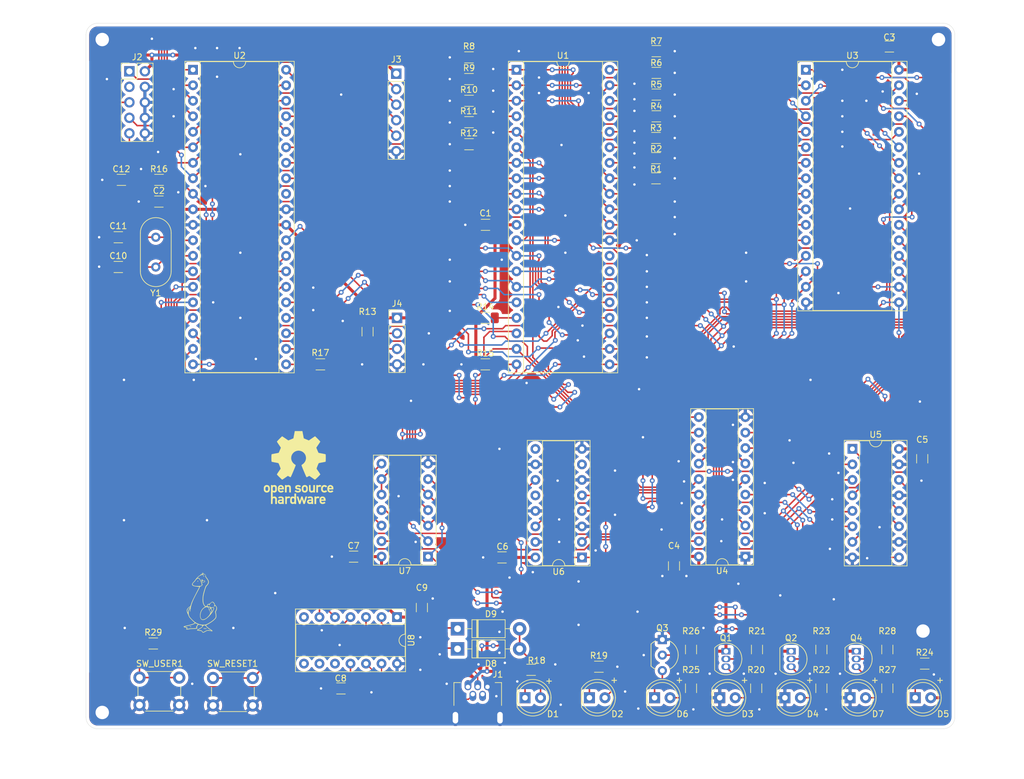
<source format=kicad_pcb>
(kicad_pcb (version 20171130) (host pcbnew "(5.1.10)-1")
  (layers (0 F.Cu signal) (31 B.Cu signal) (34 B.Paste user) (35 F.Paste user) (36 B.SilkS user) (37 F.SilkS user) (38 B.Mask user) (39 F.Mask user) (44 Edge.Cuts user))
  (net 0 "")
  (net 1 GND)
  (net 2 +5V)
  (net 3 "Net-(D2-Pad1)")
  (net 4 "Net-(D4-Pad2)")
  (net 5 CPU_IO_LED)
  (net 6 "Net-(D6-Pad1)")
  (net 7 USB_IO_LED)
  (net 8 "Net-(Q1-Pad3)")
  (net 9 "Net-(Q1-Pad2)")
  (net 10 "Net-(Q2-Pad3)")
  (net 11 "Net-(Q2-Pad2)")
  (net 12 /#Z80_RESET)
  (net 13 "#MEM_LED")
  (net 14 /#NMI)
  (net 15 /#IORQ)
  (net 16 /#Z80_CLK)
  (net 17 /#SYS_RESET)
  (net 18 "#EXT_MEM_LED")
  (net 19 /A10)
  (net 20 /A9)
  (net 21 /A8)
  (net 22 Z80_ACTIVE_LED)
  (net 23 /A7)
  (net 24 /A6)
  (net 25 /#INT)
  (net 26 /A5)
  (net 27 /D1)
  (net 28 /A4)
  (net 29 /D0)
  (net 30 /A3)
  (net 31 /D7)
  (net 32 /A2)
  (net 33 /D2)
  (net 34 /A1)
  (net 35 /A0)
  (net 36 /D6)
  (net 37 "Net-(U1-Pad28)")
  (net 38 /D3)
  (net 39 "Net-(U1-Pad27)")
  (net 40 /D4)
  (net 41 /#BUSRQ)
  (net 42 /A15)
  (net 43 /#WAIT)
  (net 44 /A14)
  (net 45 /#BUSACK)
  (net 46 /A13)
  (net 47 /A12)
  (net 48 /A11)
  (net 49 /#R)
  (net 50 "Net-(U2-Pad32)")
  (net 51 /CHANGE_BANK_ADDR)
  (net 52 "Net-(U3-Pad31)")
  (net 53 "Net-(U3-Pad3)")
  (net 54 "Net-(U4-Pad19)")
  (net 55 "Net-(U4-Pad16)")
  (net 56 "Net-(U4-Pad15)")
  (net 57 "Net-(U3-Pad30)")
  (net 58 "Net-(U3-Pad2)")
  (net 59 "Net-(U3-Pad1)")
  (net 60 "Net-(Q3-Pad2)")
  (net 61 "Net-(Q4-Pad3)")
  (net 62 "Net-(Q4-Pad2)")
  (net 63 "Net-(J1-Pad4)")
  (net 64 "Net-(D3-Pad2)")
  (net 65 "Net-(D5-Pad1)")
  (net 66 "Net-(D6-Pad2)")
  (net 67 "Net-(D7-Pad2)")
  (net 68 /USB_D-)
  (net 69 /USB_D+)
  (net 70 "#USER_LED")
  (net 71 /#WR)
  (net 72 /#RD)
  (net 73 "Net-(U4-Pad9)")
  (net 74 "Net-(U4-Pad6)")
  (net 75 "Net-(U4-Pad5)")
  (net 76 "Net-(U4-Pad12)")
  (net 77 "Net-(U4-Pad2)")
  (net 78 "Net-(U6-Pad7)")
  (net 79 "Net-(U6-Pad12)")
  (net 80 "Net-(U6-Pad9)")
  (net 81 /#A14)
  (net 82 "Net-(U8-Pad7)")
  (net 83 "Net-(U8-Pad10)")
  (net 84 "Net-(U8-Pad9)")
  (net 85 "Net-(U8-Pad8)")
  (net 86 /D5)
  (net 87 "Net-(J2-Pad3)")
  (net 88 "Net-(C8-Pad1)")
  (net 89 "Net-(C10-Pad1)")
  (net 90 "Net-(C11-Pad2)")
  (net 91 SPI_MISO)
  (net 92 SPI_SCK)
  (net 93 SPI_MOSI)
  (net 94 "#SPI_SS")
  (net 95 I2C_SCL)
  (net 96 I2C_SDA)
  (net 97 "Net-(R17-Pad2)")
  (net 98 /ATMEGA_TX_AND_USB_RX)
  (net 99 /ATMEGA_RX_AND_USB_TX)
  (net 100 "Net-(D1-Pad2)")
  (net 101 "Net-(D8-Pad1)")
  (net 102 "Net-(D9-Pad1)")
  (net 103 "Net-(R29-Pad1)")
  (module Package_DIP:DIP-16_W7.62mm_Socket (layer F.Cu) (at 152.954 124.339 180)
    (fp_text reference U6 (at 3.81 -2.33) (layer F.SilkS))
    (fp_text value SN74HC257)
    (pad 16 thru_hole oval (at 7.62 0 180) (size 1.6 1.6) (drill 0.8) (layers *.Cu *.Mask) (net 2 +5V))
    (pad 8 thru_hole oval (at 0 17.78 180) (size 1.6 1.6) (drill 0.8) (layers *.Cu *.Mask) (net 1 GND))
    (pad 15 thru_hole oval (at 7.62 2.54 180) (size 1.6 1.6) (drill 0.8) (layers *.Cu *.Mask) (net 1 GND))
    (pad 7 thru_hole oval (at 0 15.24 180) (size 1.6 1.6) (drill 0.8) (layers *.Cu *.Mask) (net 78 "Net-(U6-Pad7)"))
    (pad 14 thru_hole oval (at 7.62 5.08 180) (size 1.6 1.6) (drill 0.8) (layers *.Cu *.Mask) (net 55 "Net-(U4-Pad16)"))
    (pad 6 thru_hole oval (at 0 12.7 180) (size 1.6 1.6) (drill 0.8) (layers *.Cu *.Mask) (net 1 GND))
    (pad 13 thru_hole oval (at 7.62 7.62 180) (size 1.6 1.6) (drill 0.8) (layers *.Cu *.Mask) (net 1 GND))
    (pad 5 thru_hole oval (at 0 10.16 180) (size 1.6 1.6) (drill 0.8) (layers *.Cu *.Mask) (net 56 "Net-(U4-Pad15)"))
    (pad 12 thru_hole oval (at 7.62 10.16 180) (size 1.6 1.6) (drill 0.8) (layers *.Cu *.Mask) (net 79 "Net-(U6-Pad12)"))
    (pad 4 thru_hole oval (at 0 7.62 180) (size 1.6 1.6) (drill 0.8) (layers *.Cu *.Mask) (net 59 "Net-(U3-Pad1)"))
    (pad 11 thru_hole oval (at 7.62 12.7 180) (size 1.6 1.6) (drill 0.8) (layers *.Cu *.Mask) (net 54 "Net-(U4-Pad19)"))
    (pad 3 thru_hole oval (at 0 5.08 180) (size 1.6 1.6) (drill 0.8) (layers *.Cu *.Mask) (net 1 GND))
    (pad 10 thru_hole oval (at 7.62 15.24 180) (size 1.6 1.6) (drill 0.8) (layers *.Cu *.Mask) (net 1 GND))
    (pad 2 thru_hole oval (at 0 2.54 180) (size 1.6 1.6) (drill 0.8) (layers *.Cu *.Mask) (net 76 "Net-(U4-Pad12)"))
    (pad 9 thru_hole oval (at 7.62 17.78 180) (size 1.6 1.6) (drill 0.8) (layers *.Cu *.Mask) (net 80 "Net-(U6-Pad9)"))
    (pad 1 thru_hole rect (at 0 0 180) (size 1.6 1.6) (drill 0.8) (layers *.Cu *.Mask) (net 18 "#EXT_MEM_LED"))
  )
  (module Package_DIP:DIP-40_W15.24mm_Socket (layer F.Cu) (at 142.24 44.45)
    (fp_text reference U1 (at 7.62 -2.33) (layer F.SilkS))
    (fp_text value Z84C0010PEG)
    (pad 40 thru_hole oval (at 15.24 0) (size 1.6 1.6) (drill 0.8) (layers *.Cu *.Mask) (net 19 /A10))
    (pad 20 thru_hole oval (at 0 48.26) (size 1.6 1.6) (drill 0.8) (layers *.Cu *.Mask) (net 15 /#IORQ))
    (pad 39 thru_hole oval (at 15.24 2.54) (size 1.6 1.6) (drill 0.8) (layers *.Cu *.Mask) (net 20 /A9))
    (pad 19 thru_hole oval (at 0 45.72) (size 1.6 1.6) (drill 0.8) (layers *.Cu *.Mask) (net 13 "#MEM_LED"))
    (pad 38 thru_hole oval (at 15.24 5.08) (size 1.6 1.6) (drill 0.8) (layers *.Cu *.Mask) (net 21 /A8))
    (pad 18 thru_hole oval (at 0 43.18) (size 1.6 1.6) (drill 0.8) (layers *.Cu *.Mask) (net 22 Z80_ACTIVE_LED))
    (pad 37 thru_hole oval (at 15.24 7.62) (size 1.6 1.6) (drill 0.8) (layers *.Cu *.Mask) (net 23 /A7))
    (pad 17 thru_hole oval (at 0 40.64) (size 1.6 1.6) (drill 0.8) (layers *.Cu *.Mask) (net 14 /#NMI))
    (pad 36 thru_hole oval (at 15.24 10.16) (size 1.6 1.6) (drill 0.8) (layers *.Cu *.Mask) (net 24 /A6))
    (pad 16 thru_hole oval (at 0 38.1) (size 1.6 1.6) (drill 0.8) (layers *.Cu *.Mask) (net 25 /#INT))
    (pad 35 thru_hole oval (at 15.24 12.7) (size 1.6 1.6) (drill 0.8) (layers *.Cu *.Mask) (net 26 /A5))
    (pad 15 thru_hole oval (at 0 35.56) (size 1.6 1.6) (drill 0.8) (layers *.Cu *.Mask) (net 27 /D1))
    (pad 34 thru_hole oval (at 15.24 15.24) (size 1.6 1.6) (drill 0.8) (layers *.Cu *.Mask) (net 28 /A4))
    (pad 14 thru_hole oval (at 0 33.02) (size 1.6 1.6) (drill 0.8) (layers *.Cu *.Mask) (net 29 /D0))
    (pad 33 thru_hole oval (at 15.24 17.78) (size 1.6 1.6) (drill 0.8) (layers *.Cu *.Mask) (net 30 /A3))
    (pad 13 thru_hole oval (at 0 30.48) (size 1.6 1.6) (drill 0.8) (layers *.Cu *.Mask) (net 31 /D7))
    (pad 32 thru_hole oval (at 15.24 20.32) (size 1.6 1.6) (drill 0.8) (layers *.Cu *.Mask) (net 32 /A2))
    (pad 12 thru_hole oval (at 0 27.94) (size 1.6 1.6) (drill 0.8) (layers *.Cu *.Mask) (net 33 /D2))
    (pad 31 thru_hole oval (at 15.24 22.86) (size 1.6 1.6) (drill 0.8) (layers *.Cu *.Mask) (net 34 /A1))
    (pad 11 thru_hole oval (at 0 25.4) (size 1.6 1.6) (drill 0.8) (layers *.Cu *.Mask) (net 2 +5V))
    (pad 30 thru_hole oval (at 15.24 25.4) (size 1.6 1.6) (drill 0.8) (layers *.Cu *.Mask) (net 35 /A0))
    (pad 10 thru_hole oval (at 0 22.86) (size 1.6 1.6) (drill 0.8) (layers *.Cu *.Mask) (net 36 /D6))
    (pad 29 thru_hole oval (at 15.24 27.94) (size 1.6 1.6) (drill 0.8) (layers *.Cu *.Mask) (net 1 GND))
    (pad 9 thru_hole oval (at 0 20.32) (size 1.6 1.6) (drill 0.8) (layers *.Cu *.Mask) (net 86 /D5))
    (pad 28 thru_hole oval (at 15.24 30.48) (size 1.6 1.6) (drill 0.8) (layers *.Cu *.Mask) (net 37 "Net-(U1-Pad28)"))
    (pad 8 thru_hole oval (at 0 17.78) (size 1.6 1.6) (drill 0.8) (layers *.Cu *.Mask) (net 38 /D3))
    (pad 27 thru_hole oval (at 15.24 33.02) (size 1.6 1.6) (drill 0.8) (layers *.Cu *.Mask) (net 39 "Net-(U1-Pad27)"))
    (pad 7 thru_hole oval (at 0 15.24) (size 1.6 1.6) (drill 0.8) (layers *.Cu *.Mask) (net 40 /D4))
    (pad 26 thru_hole oval (at 15.24 35.56) (size 1.6 1.6) (drill 0.8) (layers *.Cu *.Mask) (net 12 /#Z80_RESET))
    (pad 6 thru_hole oval (at 0 12.7) (size 1.6 1.6) (drill 0.8) (layers *.Cu *.Mask) (net 16 /#Z80_CLK))
    (pad 25 thru_hole oval (at 15.24 38.1) (size 1.6 1.6) (drill 0.8) (layers *.Cu *.Mask) (net 41 /#BUSRQ))
    (pad 5 thru_hole oval (at 0 10.16) (size 1.6 1.6) (drill 0.8) (layers *.Cu *.Mask) (net 42 /A15))
    (pad 24 thru_hole oval (at 15.24 40.64) (size 1.6 1.6) (drill 0.8) (layers *.Cu *.Mask) (net 43 /#WAIT))
    (pad 4 thru_hole oval (at 0 7.62) (size 1.6 1.6) (drill 0.8) (layers *.Cu *.Mask) (net 44 /A14))
    (pad 23 thru_hole oval (at 15.24 43.18) (size 1.6 1.6) (drill 0.8) (layers *.Cu *.Mask) (net 45 /#BUSACK))
    (pad 3 thru_hole oval (at 0 5.08) (size 1.6 1.6) (drill 0.8) (layers *.Cu *.Mask) (net 46 /A13))
    (pad 22 thru_hole oval (at 15.24 45.72) (size 1.6 1.6) (drill 0.8) (layers *.Cu *.Mask) (net 71 /#WR))
    (pad 2 thru_hole oval (at 0 2.54) (size 1.6 1.6) (drill 0.8) (layers *.Cu *.Mask) (net 47 /A12))
    (pad 21 thru_hole oval (at 15.24 48.26) (size 1.6 1.6) (drill 0.8) (layers *.Cu *.Mask) (net 72 /#RD))
    (pad 1 thru_hole rect (at 0 0) (size 1.6 1.6) (drill 0.8) (layers *.Cu *.Mask) (net 48 /A11))
  )
  (module Resistor_SMD:R_1206_3216Metric_Pad1.30x1.75mm_HandSolder (layer F.Cu) (at 82.778 138.43)
    (fp_text reference R29 (at 0 -1.82) (layer F.SilkS))
    (fp_text value 1K)
    (pad 2 smd roundrect (at 1.55 0) (size 1.3 1.75) (layers F.Cu F.Paste F.Mask) (roundrect_rratio 0.192308) (net 70 "#USER_LED"))
    (pad 1 smd roundrect (at -1.55 0) (size 1.3 1.75) (layers F.Cu F.Paste F.Mask) (roundrect_rratio 0.192308) (net 103 "Net-(R29-Pad1)"))
  )
  (module atmega-z80:goose-icon (layer F.Cu) (at 90.678 131.826)
    (fp_text reference G*** hide)
    (fp_text value goose hide)
  )
  (module Symbol:OSHW-Logo_11.4x12mm_SilkScreen (layer F.Cu) (at 106.553 109.601)
    (fp_text reference REF** hide)
    (fp_text value OSHW-Logo_11.4x12mm_SilkScreen hide)
  )
  (module MountingHole:MountingHole_2.2mm_M2_DIN965_Pad (layer F.Cu) (at 208.788 136.398)
    (fp_text reference H4 hide)
    (fp_text value BottomRight)
    (pad 1 thru_hole circle (at 0 0) (size 3.8 3.8) (drill 2.2) (layers *.Cu *.Mask) (net 1 GND))
  )
  (module MountingHole:MountingHole_2.2mm_M2_DIN965_Pad (layer F.Cu) (at 211.328 39.497)
    (fp_text reference H3 hide)
    (fp_text value TopRight)
    (pad 1 thru_hole circle (at 0 0) (size 3.8 3.8) (drill 2.2) (layers *.Cu *.Mask) (net 1 GND))
  )
  (module MountingHole:MountingHole_2.2mm_M2_DIN965_Pad (layer F.Cu) (at 74.422 149.733)
    (fp_text reference H2 hide)
    (fp_text value BottomLeft)
    (pad 1 thru_hole circle (at 0 0) (size 3.8 3.8) (drill 2.2) (layers *.Cu *.Mask) (net 1 GND))
  )
  (module MountingHole:MountingHole_2.2mm_M2_DIN965_Pad (layer F.Cu) (at 74.422 39.497)
    (fp_text reference H1 hide)
    (fp_text value TopLeft)
    (pad 1 thru_hole circle (at 0 0) (size 3.8 3.8) (drill 2.2) (layers *.Cu *.Mask) (net 1 GND))
  )
  (module Package_DIP:DIP-14_W7.62mm_Socket (layer F.Cu) (at 127.762 124.206 180)
    (fp_text reference U7 (at 3.81 -2.33) (layer F.SilkS))
    (fp_text value SN74HC00)
    (pad 14 thru_hole oval (at 7.62 0 180) (size 1.6 1.6) (drill 0.8) (layers *.Cu *.Mask) (net 2 +5V))
    (pad 7 thru_hole oval (at 0 15.24 180) (size 1.6 1.6) (drill 0.8) (layers *.Cu *.Mask) (net 1 GND))
    (pad 13 thru_hole oval (at 7.62 2.54 180) (size 1.6 1.6) (drill 0.8) (layers *.Cu *.Mask) (net 42 /A15))
    (pad 6 thru_hole oval (at 0 12.7 180) (size 1.6 1.6) (drill 0.8) (layers *.Cu *.Mask) (net 5 CPU_IO_LED))
    (pad 12 thru_hole oval (at 7.62 5.08 180) (size 1.6 1.6) (drill 0.8) (layers *.Cu *.Mask) (net 81 /#A14))
    (pad 5 thru_hole oval (at 0 10.16 180) (size 1.6 1.6) (drill 0.8) (layers *.Cu *.Mask) (net 43 /#WAIT))
    (pad 11 thru_hole oval (at 7.62 7.62 180) (size 1.6 1.6) (drill 0.8) (layers *.Cu *.Mask) (net 18 "#EXT_MEM_LED"))
    (pad 4 thru_hole oval (at 0 7.62 180) (size 1.6 1.6) (drill 0.8) (layers *.Cu *.Mask) (net 15 /#IORQ))
    (pad 10 thru_hole oval (at 7.62 10.16 180) (size 1.6 1.6) (drill 0.8) (layers *.Cu *.Mask) (net 44 /A14))
    (pad 3 thru_hole oval (at 0 5.08 180) (size 1.6 1.6) (drill 0.8) (layers *.Cu *.Mask) (net 43 /#WAIT))
    (pad 9 thru_hole oval (at 7.62 12.7 180) (size 1.6 1.6) (drill 0.8) (layers *.Cu *.Mask) (net 44 /A14))
    (pad 2 thru_hole oval (at 0 2.54 180) (size 1.6 1.6) (drill 0.8) (layers *.Cu *.Mask) (net 49 /#R))
    (pad 8 thru_hole oval (at 7.62 15.24 180) (size 1.6 1.6) (drill 0.8) (layers *.Cu *.Mask) (net 81 /#A14))
    (pad 1 thru_hole rect (at 0 0 180) (size 1.6 1.6) (drill 0.8) (layers *.Cu *.Mask) (net 5 CPU_IO_LED))
  )
  (module Package_TO_SOT_THT:TO-92_Inline (layer F.Cu) (at 197.866 139.7 270)
    (fp_text reference Q4 (at -2.159 0 180) (layer F.SilkS))
    (fp_text value PNP_2N4403)
    (pad 1 thru_hole rect (at 0 0 270) (size 1.05 1.5) (drill 0.75) (layers *.Cu *.Mask) (net 2 +5V))
    (pad 3 thru_hole oval (at 2.54 0 270) (size 1.05 1.5) (drill 0.75) (layers *.Cu *.Mask) (net 61 "Net-(Q4-Pad3)"))
    (pad 2 thru_hole oval (at 1.27 0 270) (size 1.05 1.5) (drill 0.75) (layers *.Cu *.Mask) (net 62 "Net-(Q4-Pad2)"))
  )
  (module Package_TO_SOT_THT:TO-92_Inline_Wide (layer F.Cu) (at 166.116 137.795 270)
    (fp_text reference Q3 (at -1.905 0 180) (layer F.SilkS))
    (fp_text value NPN_2N4401)
    (pad 1 thru_hole rect (at 0 0 270) (size 1.5 1.5) (drill 0.8) (layers *.Cu *.Mask) (net 1 GND))
    (pad 3 thru_hole circle (at 5.08 0 270) (size 1.5 1.5) (drill 0.8) (layers *.Cu *.Mask) (net 6 "Net-(D6-Pad1)"))
    (pad 2 thru_hole circle (at 2.54 0 270) (size 1.5 1.5) (drill 0.8) (layers *.Cu *.Mask) (net 60 "Net-(Q3-Pad2)"))
  )
  (module Package_TO_SOT_THT:TO-92_Inline (layer F.Cu) (at 187.198 139.7 270)
    (fp_text reference Q2 (at -2.159 0 180) (layer F.SilkS))
    (fp_text value PNP_2N4403)
    (pad 1 thru_hole rect (at 0 0 270) (size 1.05 1.5) (drill 0.75) (layers *.Cu *.Mask) (net 2 +5V))
    (pad 3 thru_hole oval (at 2.54 0 270) (size 1.05 1.5) (drill 0.75) (layers *.Cu *.Mask) (net 10 "Net-(Q2-Pad3)"))
    (pad 2 thru_hole oval (at 1.27 0 270) (size 1.05 1.5) (drill 0.75) (layers *.Cu *.Mask) (net 11 "Net-(Q2-Pad2)"))
  )
  (module Package_TO_SOT_THT:TO-92_Inline (layer F.Cu) (at 176.53 139.7 270)
    (fp_text reference Q1 (at -2.159 0 180) (layer F.SilkS))
    (fp_text value PNP_2N4403)
    (pad 1 thru_hole rect (at 0 0 270) (size 1.05 1.5) (drill 0.75) (layers *.Cu *.Mask) (net 2 +5V))
    (pad 3 thru_hole oval (at 2.54 0 270) (size 1.05 1.5) (drill 0.75) (layers *.Cu *.Mask) (net 8 "Net-(Q1-Pad3)"))
    (pad 2 thru_hole oval (at 1.27 0 270) (size 1.05 1.5) (drill 0.75) (layers *.Cu *.Mask) (net 9 "Net-(Q1-Pad2)"))
  )
  (module Package_DIP:DIP-16_W7.62mm_Socket (layer F.Cu) (at 197.231 106.553)
    (fp_text reference U5 (at 3.81 -2.33) (layer F.SilkS))
    (fp_text value SN74HC257)
    (pad 16 thru_hole oval (at 7.62 0) (size 1.6 1.6) (drill 0.8) (layers *.Cu *.Mask) (net 2 +5V))
    (pad 8 thru_hole oval (at 0 17.78) (size 1.6 1.6) (drill 0.8) (layers *.Cu *.Mask) (net 1 GND))
    (pad 15 thru_hole oval (at 7.62 2.54) (size 1.6 1.6) (drill 0.8) (layers *.Cu *.Mask) (net 1 GND))
    (pad 7 thru_hole oval (at 0 15.24) (size 1.6 1.6) (drill 0.8) (layers *.Cu *.Mask) (net 52 "Net-(U3-Pad31)"))
    (pad 14 thru_hole oval (at 7.62 5.08) (size 1.6 1.6) (drill 0.8) (layers *.Cu *.Mask) (net 74 "Net-(U4-Pad6)"))
    (pad 6 thru_hole oval (at 0 12.7) (size 1.6 1.6) (drill 0.8) (layers *.Cu *.Mask) (net 42 /A15))
    (pad 13 thru_hole oval (at 7.62 7.62) (size 1.6 1.6) (drill 0.8) (layers *.Cu *.Mask) (net 1 GND))
    (pad 5 thru_hole oval (at 0 10.16) (size 1.6 1.6) (drill 0.8) (layers *.Cu *.Mask) (net 75 "Net-(U4-Pad5)"))
    (pad 12 thru_hole oval (at 7.62 10.16) (size 1.6 1.6) (drill 0.8) (layers *.Cu *.Mask) (net 58 "Net-(U3-Pad2)"))
    (pad 4 thru_hole oval (at 0 7.62) (size 1.6 1.6) (drill 0.8) (layers *.Cu *.Mask) (net 53 "Net-(U3-Pad3)"))
    (pad 11 thru_hole oval (at 7.62 12.7) (size 1.6 1.6) (drill 0.8) (layers *.Cu *.Mask) (net 73 "Net-(U4-Pad9)"))
    (pad 3 thru_hole oval (at 0 5.08) (size 1.6 1.6) (drill 0.8) (layers *.Cu *.Mask) (net 44 /A14))
    (pad 10 thru_hole oval (at 7.62 15.24) (size 1.6 1.6) (drill 0.8) (layers *.Cu *.Mask) (net 1 GND))
    (pad 2 thru_hole oval (at 0 2.54) (size 1.6 1.6) (drill 0.8) (layers *.Cu *.Mask) (net 77 "Net-(U4-Pad2)"))
    (pad 9 thru_hole oval (at 7.62 17.78) (size 1.6 1.6) (drill 0.8) (layers *.Cu *.Mask) (net 57 "Net-(U3-Pad30)"))
    (pad 1 thru_hole rect (at 0 0) (size 1.6 1.6) (drill 0.8) (layers *.Cu *.Mask) (net 18 "#EXT_MEM_LED"))
  )
  (module Package_DIP:DIP-32_W15.24mm_Socket (layer F.Cu) (at 189.611 44.45)
    (fp_text reference U3 (at 7.62 -2.33) (layer F.SilkS))
    (fp_text value AS6C4008-55PCN)
    (pad 1 thru_hole rect (at 0 0) (size 1.6 1.6) (drill 0.8) (layers *.Cu *.Mask) (net 59 "Net-(U3-Pad1)"))
    (pad 17 thru_hole oval (at 15.24 38.1) (size 1.6 1.6) (drill 0.8) (layers *.Cu *.Mask) (net 38 /D3))
    (pad 2 thru_hole oval (at 0 2.54) (size 1.6 1.6) (drill 0.8) (layers *.Cu *.Mask) (net 58 "Net-(U3-Pad2)"))
    (pad 18 thru_hole oval (at 15.24 35.56) (size 1.6 1.6) (drill 0.8) (layers *.Cu *.Mask) (net 40 /D4))
    (pad 3 thru_hole oval (at 0 5.08) (size 1.6 1.6) (drill 0.8) (layers *.Cu *.Mask) (net 53 "Net-(U3-Pad3)"))
    (pad 19 thru_hole oval (at 15.24 33.02) (size 1.6 1.6) (drill 0.8) (layers *.Cu *.Mask) (net 86 /D5))
    (pad 4 thru_hole oval (at 0 7.62) (size 1.6 1.6) (drill 0.8) (layers *.Cu *.Mask) (net 47 /A12))
    (pad 20 thru_hole oval (at 15.24 30.48) (size 1.6 1.6) (drill 0.8) (layers *.Cu *.Mask) (net 36 /D6))
    (pad 5 thru_hole oval (at 0 10.16) (size 1.6 1.6) (drill 0.8) (layers *.Cu *.Mask) (net 23 /A7))
    (pad 21 thru_hole oval (at 15.24 27.94) (size 1.6 1.6) (drill 0.8) (layers *.Cu *.Mask) (net 31 /D7))
    (pad 6 thru_hole oval (at 0 12.7) (size 1.6 1.6) (drill 0.8) (layers *.Cu *.Mask) (net 24 /A6))
    (pad 22 thru_hole oval (at 15.24 25.4) (size 1.6 1.6) (drill 0.8) (layers *.Cu *.Mask) (net 13 "#MEM_LED"))
    (pad 7 thru_hole oval (at 0 15.24) (size 1.6 1.6) (drill 0.8) (layers *.Cu *.Mask) (net 26 /A5))
    (pad 23 thru_hole oval (at 15.24 22.86) (size 1.6 1.6) (drill 0.8) (layers *.Cu *.Mask) (net 19 /A10))
    (pad 8 thru_hole oval (at 0 17.78) (size 1.6 1.6) (drill 0.8) (layers *.Cu *.Mask) (net 28 /A4))
    (pad 24 thru_hole oval (at 15.24 20.32) (size 1.6 1.6) (drill 0.8) (layers *.Cu *.Mask) (net 72 /#RD))
    (pad 9 thru_hole oval (at 0 20.32) (size 1.6 1.6) (drill 0.8) (layers *.Cu *.Mask) (net 30 /A3))
    (pad 25 thru_hole oval (at 15.24 17.78) (size 1.6 1.6) (drill 0.8) (layers *.Cu *.Mask) (net 48 /A11))
    (pad 10 thru_hole oval (at 0 22.86) (size 1.6 1.6) (drill 0.8) (layers *.Cu *.Mask) (net 32 /A2))
    (pad 26 thru_hole oval (at 15.24 15.24) (size 1.6 1.6) (drill 0.8) (layers *.Cu *.Mask) (net 20 /A9))
    (pad 11 thru_hole oval (at 0 25.4) (size 1.6 1.6) (drill 0.8) (layers *.Cu *.Mask) (net 34 /A1))
    (pad 27 thru_hole oval (at 15.24 12.7) (size 1.6 1.6) (drill 0.8) (layers *.Cu *.Mask) (net 21 /A8))
    (pad 12 thru_hole oval (at 0 27.94) (size 1.6 1.6) (drill 0.8) (layers *.Cu *.Mask) (net 35 /A0))
    (pad 28 thru_hole oval (at 15.24 10.16) (size 1.6 1.6) (drill 0.8) (layers *.Cu *.Mask) (net 46 /A13))
    (pad 13 thru_hole oval (at 0 30.48) (size 1.6 1.6) (drill 0.8) (layers *.Cu *.Mask) (net 29 /D0))
    (pad 29 thru_hole oval (at 15.24 7.62) (size 1.6 1.6) (drill 0.8) (layers *.Cu *.Mask) (net 71 /#WR))
    (pad 14 thru_hole oval (at 0 33.02) (size 1.6 1.6) (drill 0.8) (layers *.Cu *.Mask) (net 27 /D1))
    (pad 30 thru_hole oval (at 15.24 5.08) (size 1.6 1.6) (drill 0.8) (layers *.Cu *.Mask) (net 57 "Net-(U3-Pad30)"))
    (pad 15 thru_hole oval (at 0 35.56) (size 1.6 1.6) (drill 0.8) (layers *.Cu *.Mask) (net 33 /D2))
    (pad 31 thru_hole oval (at 15.24 2.54) (size 1.6 1.6) (drill 0.8) (layers *.Cu *.Mask) (net 52 "Net-(U3-Pad31)"))
    (pad 16 thru_hole oval (at 0 38.1) (size 1.6 1.6) (drill 0.8) (layers *.Cu *.Mask) (net 1 GND))
    (pad 32 thru_hole oval (at 15.24 0) (size 1.6 1.6) (drill 0.8) (layers *.Cu *.Mask) (net 2 +5V))
  )
  (module Package_DIP:DIP-40_W15.24mm_Socket (layer F.Cu) (at 89.281 44.45)
    (fp_text reference U2 (at 7.62 -2.33) (layer F.SilkS))
    (fp_text value ATmega324A-PU)
    (pad 40 thru_hole oval (at 15.24 0) (size 1.6 1.6) (drill 0.8) (layers *.Cu *.Mask) (net 29 /D0))
    (pad 20 thru_hole oval (at 0 48.26) (size 1.6 1.6) (drill 0.8) (layers *.Cu *.Mask) (net 12 /#Z80_RESET))
    (pad 39 thru_hole oval (at 15.24 2.54) (size 1.6 1.6) (drill 0.8) (layers *.Cu *.Mask) (net 27 /D1))
    (pad 19 thru_hole oval (at 0 45.72) (size 1.6 1.6) (drill 0.8) (layers *.Cu *.Mask) (net 13 "#MEM_LED"))
    (pad 38 thru_hole oval (at 15.24 5.08) (size 1.6 1.6) (drill 0.8) (layers *.Cu *.Mask) (net 33 /D2))
    (pad 18 thru_hole oval (at 0 43.18) (size 1.6 1.6) (drill 0.8) (layers *.Cu *.Mask) (net 71 /#WR))
    (pad 37 thru_hole oval (at 15.24 7.62) (size 1.6 1.6) (drill 0.8) (layers *.Cu *.Mask) (net 38 /D3))
    (pad 17 thru_hole oval (at 0 40.64) (size 1.6 1.6) (drill 0.8) (layers *.Cu *.Mask) (net 72 /#RD))
    (pad 36 thru_hole oval (at 15.24 10.16) (size 1.6 1.6) (drill 0.8) (layers *.Cu *.Mask) (net 40 /D4))
    (pad 16 thru_hole oval (at 0 38.1) (size 1.6 1.6) (drill 0.8) (layers *.Cu *.Mask) (net 70 "#USER_LED"))
    (pad 35 thru_hole oval (at 15.24 12.7) (size 1.6 1.6) (drill 0.8) (layers *.Cu *.Mask) (net 86 /D5))
    (pad 15 thru_hole oval (at 0 35.56) (size 1.6 1.6) (drill 0.8) (layers *.Cu *.Mask) (net 98 /ATMEGA_TX_AND_USB_RX))
    (pad 34 thru_hole oval (at 15.24 15.24) (size 1.6 1.6) (drill 0.8) (layers *.Cu *.Mask) (net 36 /D6))
    (pad 14 thru_hole oval (at 0 33.02) (size 1.6 1.6) (drill 0.8) (layers *.Cu *.Mask) (net 99 /ATMEGA_RX_AND_USB_TX))
    (pad 33 thru_hole oval (at 15.24 17.78) (size 1.6 1.6) (drill 0.8) (layers *.Cu *.Mask) (net 31 /D7))
    (pad 13 thru_hole oval (at 0 30.48) (size 1.6 1.6) (drill 0.8) (layers *.Cu *.Mask) (net 89 "Net-(C10-Pad1)"))
    (pad 32 thru_hole oval (at 15.24 20.32) (size 1.6 1.6) (drill 0.8) (layers *.Cu *.Mask) (net 50 "Net-(U2-Pad32)"))
    (pad 12 thru_hole oval (at 0 27.94) (size 1.6 1.6) (drill 0.8) (layers *.Cu *.Mask) (net 90 "Net-(C11-Pad2)"))
    (pad 31 thru_hole oval (at 15.24 22.86) (size 1.6 1.6) (drill 0.8) (layers *.Cu *.Mask) (net 1 GND))
    (pad 11 thru_hole oval (at 0 25.4) (size 1.6 1.6) (drill 0.8) (layers *.Cu *.Mask) (net 1 GND))
    (pad 30 thru_hole oval (at 15.24 25.4) (size 1.6 1.6) (drill 0.8) (layers *.Cu *.Mask) (net 2 +5V))
    (pad 10 thru_hole oval (at 0 22.86) (size 1.6 1.6) (drill 0.8) (layers *.Cu *.Mask) (net 2 +5V))
    (pad 29 thru_hole oval (at 15.24 27.94) (size 1.6 1.6) (drill 0.8) (layers *.Cu *.Mask) (net 51 /CHANGE_BANK_ADDR))
    (pad 9 thru_hole oval (at 0 20.32) (size 1.6 1.6) (drill 0.8) (layers *.Cu *.Mask) (net 17 /#SYS_RESET))
    (pad 28 thru_hole oval (at 15.24 30.48) (size 1.6 1.6) (drill 0.8) (layers *.Cu *.Mask) (net 49 /#R))
    (pad 8 thru_hole oval (at 0 17.78) (size 1.6 1.6) (drill 0.8) (layers *.Cu *.Mask) (net 92 SPI_SCK))
    (pad 27 thru_hole oval (at 15.24 33.02) (size 1.6 1.6) (drill 0.8) (layers *.Cu *.Mask) (net 43 /#WAIT))
    (pad 7 thru_hole oval (at 0 15.24) (size 1.6 1.6) (drill 0.8) (layers *.Cu *.Mask) (net 91 SPI_MISO))
    (pad 26 thru_hole oval (at 15.24 35.56) (size 1.6 1.6) (drill 0.8) (layers *.Cu *.Mask) (net 45 /#BUSACK))
    (pad 6 thru_hole oval (at 0 12.7) (size 1.6 1.6) (drill 0.8) (layers *.Cu *.Mask) (net 93 SPI_MOSI))
    (pad 25 thru_hole oval (at 15.24 38.1) (size 1.6 1.6) (drill 0.8) (layers *.Cu *.Mask) (net 41 /#BUSRQ))
    (pad 5 thru_hole oval (at 0 10.16) (size 1.6 1.6) (drill 0.8) (layers *.Cu *.Mask) (net 94 "#SPI_SS"))
    (pad 24 thru_hole oval (at 15.24 40.64) (size 1.6 1.6) (drill 0.8) (layers *.Cu *.Mask) (net 25 /#INT))
    (pad 4 thru_hole oval (at 0 7.62) (size 1.6 1.6) (drill 0.8) (layers *.Cu *.Mask) (net 30 /A3))
    (pad 23 thru_hole oval (at 15.24 43.18) (size 1.6 1.6) (drill 0.8) (layers *.Cu *.Mask) (net 96 I2C_SDA))
    (pad 3 thru_hole oval (at 0 5.08) (size 1.6 1.6) (drill 0.8) (layers *.Cu *.Mask) (net 32 /A2))
    (pad 22 thru_hole oval (at 15.24 45.72) (size 1.6 1.6) (drill 0.8) (layers *.Cu *.Mask) (net 95 I2C_SCL))
    (pad 2 thru_hole oval (at 0 2.54) (size 1.6 1.6) (drill 0.8) (layers *.Cu *.Mask) (net 34 /A1))
    (pad 21 thru_hole oval (at 15.24 48.26) (size 1.6 1.6) (drill 0.8) (layers *.Cu *.Mask) (net 97 "Net-(R17-Pad2)"))
    (pad 1 thru_hole rect (at 0 0) (size 1.6 1.6) (drill 0.8) (layers *.Cu *.Mask) (net 35 /A0))
  )
  (module LED_THT:LED_D5.0mm (layer F.Cu) (at 196.85 147.32)
    (fp_text reference D7 (at 4.572 2.667) (layer F.SilkS))
    (fp_text value LED_USER)
    (pad 2 thru_hole circle (at 2.54 0) (size 1.8 1.8) (drill 0.9) (layers *.Cu *.Mask) (net 67 "Net-(D7-Pad2)"))
    (pad 1 thru_hole rect (at 0 0) (size 1.8 1.8) (drill 0.9) (layers *.Cu *.Mask) (net 1 GND))
  )
  (module LED_THT:LED_D5.0mm (layer F.Cu) (at 164.846 147.32)
    (fp_text reference D6 (at 4.572 2.667) (layer F.SilkS))
    (fp_text value LED_Z80_ACTIVE)
    (pad 2 thru_hole circle (at 2.54 0) (size 1.8 1.8) (drill 0.9) (layers *.Cu *.Mask) (net 66 "Net-(D6-Pad2)"))
    (pad 1 thru_hole rect (at 0 0) (size 1.8 1.8) (drill 0.9) (layers *.Cu *.Mask) (net 6 "Net-(D6-Pad1)"))
  )
  (module LED_THT:LED_D5.0mm (layer F.Cu) (at 207.518 147.32)
    (fp_text reference D5 (at 4.572 2.667) (layer F.SilkS))
    (fp_text value LED_PWR)
    (pad 2 thru_hole circle (at 2.54 0) (size 1.8 1.8) (drill 0.9) (layers *.Cu *.Mask) (net 2 +5V))
    (pad 1 thru_hole rect (at 0 0) (size 1.8 1.8) (drill 0.9) (layers *.Cu *.Mask) (net 65 "Net-(D5-Pad1)"))
  )
  (module LED_THT:LED_D5.0mm (layer F.Cu) (at 186.182 147.32)
    (fp_text reference D4 (at 4.572 2.667) (layer F.SilkS))
    (fp_text value LED_MEM)
    (pad 2 thru_hole circle (at 2.54 0) (size 1.8 1.8) (drill 0.9) (layers *.Cu *.Mask) (net 4 "Net-(D4-Pad2)"))
    (pad 1 thru_hole rect (at 0 0) (size 1.8 1.8) (drill 0.9) (layers *.Cu *.Mask) (net 1 GND))
  )
  (module LED_THT:LED_D5.0mm (layer F.Cu) (at 175.514 147.32)
    (fp_text reference D3 (at 4.572 2.667) (layer F.SilkS))
    (fp_text value LED_EXT_MEM)
    (pad 2 thru_hole circle (at 2.54 0) (size 1.8 1.8) (drill 0.9) (layers *.Cu *.Mask) (net 64 "Net-(D3-Pad2)"))
    (pad 1 thru_hole rect (at 0 0) (size 1.8 1.8) (drill 0.9) (layers *.Cu *.Mask) (net 1 GND))
  )
  (module LED_THT:LED_D5.0mm (layer F.Cu) (at 154.178 147.32)
    (fp_text reference D2 (at 4.572 2.667) (layer F.SilkS))
    (fp_text value LED_CPU_IO)
    (pad 2 thru_hole circle (at 2.54 0) (size 1.8 1.8) (drill 0.9) (layers *.Cu *.Mask) (net 5 CPU_IO_LED))
    (pad 1 thru_hole rect (at 0 0) (size 1.8 1.8) (drill 0.9) (layers *.Cu *.Mask) (net 3 "Net-(D2-Pad1)"))
  )
  (module LED_THT:LED_D5.0mm (layer F.Cu) (at 143.637 147.32)
    (fp_text reference D1 (at 4.572 2.667) (layer F.SilkS))
    (fp_text value LED_USB_IO)
    (pad 2 thru_hole circle (at 2.54 0) (size 1.8 1.8) (drill 0.9) (layers *.Cu *.Mask) (net 100 "Net-(D1-Pad2)"))
    (pad 1 thru_hole rect (at 0 0) (size 1.8 1.8) (drill 0.9) (layers *.Cu *.Mask) (net 7 USB_IO_LED))
  )
  (module Resistor_SMD:R_1206_3216Metric_Pad1.30x1.75mm_HandSolder (layer F.Cu) (at 165.074 58.928 180)
    (fp_text reference R2 (at -0.026 1.524) (layer F.SilkS))
    (fp_text value 10K)
    (pad 2 smd roundrect (at 1.55 0 180) (size 1.3 1.75) (layers F.Cu F.Paste F.Mask) (roundrect_rratio 0.192308) (net 26 /A5))
    (pad 1 smd roundrect (at -1.55 0 180) (size 1.3 1.75) (layers F.Cu F.Paste F.Mask) (roundrect_rratio 0.192308) (net 1 GND))
  )
  (module Resistor_SMD:R_1206_3216Metric_Pad1.30x1.75mm_HandSolder (layer F.Cu) (at 165.074 62.23 180)
    (fp_text reference R1 (at -0.026 1.524) (layer F.SilkS))
    (fp_text value 10K)
    (pad 2 smd roundrect (at 1.55 0 180) (size 1.3 1.75) (layers F.Cu F.Paste F.Mask) (roundrect_rratio 0.192308) (net 28 /A4))
    (pad 1 smd roundrect (at -1.55 0 180) (size 1.3 1.75) (layers F.Cu F.Paste F.Mask) (roundrect_rratio 0.192308) (net 1 GND))
  )
  (module Connector_PinHeader_2.54mm:PinHeader_1x04_P2.54mm_Vertical (layer F.Cu) (at 122.682 85.09)
    (fp_text reference J4 (at 0 -2.33) (layer F.SilkS))
    (fp_text value "I2C Connector")
    (pad 4 thru_hole oval (at 0 7.62) (size 1.7 1.7) (drill 1) (layers *.Cu *.Mask) (net 1 GND))
    (pad 3 thru_hole oval (at 0 5.08) (size 1.7 1.7) (drill 1) (layers *.Cu *.Mask) (net 95 I2C_SCL))
    (pad 2 thru_hole oval (at 0 2.54) (size 1.7 1.7) (drill 1) (layers *.Cu *.Mask) (net 96 I2C_SDA))
    (pad 1 thru_hole rect (at 0 0) (size 1.7 1.7) (drill 1) (layers *.Cu *.Mask) (net 2 +5V))
  )
  (module Connector_PinHeader_2.54mm:PinHeader_1x06_P2.54mm_Vertical (layer F.Cu) (at 122.555 45.085)
    (fp_text reference J3 (at 0 -2.33) (layer F.SilkS))
    (fp_text value "SPI Connector")
    (pad 6 thru_hole oval (at 0 12.7) (size 1.7 1.7) (drill 1) (layers *.Cu *.Mask) (net 1 GND))
    (pad 5 thru_hole oval (at 0 10.16) (size 1.7 1.7) (drill 1) (layers *.Cu *.Mask) (net 92 SPI_SCK))
    (pad 4 thru_hole oval (at 0 7.62) (size 1.7 1.7) (drill 1) (layers *.Cu *.Mask) (net 91 SPI_MISO))
    (pad 3 thru_hole oval (at 0 5.08) (size 1.7 1.7) (drill 1) (layers *.Cu *.Mask) (net 93 SPI_MOSI))
    (pad 2 thru_hole oval (at 0 2.54) (size 1.7 1.7) (drill 1) (layers *.Cu *.Mask) (net 94 "#SPI_SS"))
    (pad 1 thru_hole rect (at 0 0) (size 1.7 1.7) (drill 1) (layers *.Cu *.Mask) (net 2 +5V))
  )
  (module Diode_THT:D_DO-41_SOD81_P10.16mm_Horizontal (layer F.Cu) (at 132.588 136.017)
    (fp_text reference D9 (at 5.461 -2.413) (layer F.SilkS))
    (fp_text value 1N5817)
    (pad 2 thru_hole oval (at 10.16 0) (size 2.2 2.2) (drill 1.1) (layers *.Cu *.Mask) (net 7 USB_IO_LED))
    (pad 1 thru_hole rect (at 0 0) (size 2.2 2.2) (drill 1.1) (layers *.Cu *.Mask) (net 102 "Net-(D9-Pad1)"))
  )
  (module Diode_THT:D_DO-41_SOD81_P10.16mm_Horizontal (layer F.Cu) (at 132.588 139.319)
    (fp_text reference D8 (at 5.461 2.413) (layer F.SilkS))
    (fp_text value 1N5817)
    (pad 2 thru_hole oval (at 10.16 0) (size 2.2 2.2) (drill 1.1) (layers *.Cu *.Mask) (net 7 USB_IO_LED))
    (pad 1 thru_hole rect (at 0 0) (size 2.2 2.2) (drill 1.1) (layers *.Cu *.Mask) (net 101 "Net-(D8-Pad1)"))
  )
  (module Capacitor_SMD:C_1206_3216Metric_Pad1.33x1.80mm_HandSolder (layer F.Cu) (at 139.8655 124.333 180)
    (fp_text reference C6 (at -0.0885 1.778) (layer F.SilkS))
    (fp_text value 0.1uF)
    (pad 2 smd roundrect (at 1.5625 0 180) (size 1.325 1.8) (layers F.Cu F.Paste F.Mask) (roundrect_rratio 0.188679) (net 1 GND))
    (pad 1 smd roundrect (at -1.5625 0 180) (size 1.325 1.8) (layers F.Cu F.Paste F.Mask) (roundrect_rratio 0.188679) (net 2 +5V))
  )
  (module Connector_PinHeader_2.54mm:PinHeader_2x05_P2.54mm_Vertical (layer F.Cu) (at 78.867 44.704)
    (fp_text reference J2 (at 1.27 -2.33) (layer F.SilkS))
    (fp_text value "Programmer ISP 10")
    (pad 10 thru_hole oval (at 2.54 10.16) (size 1.7 1.7) (drill 1) (layers *.Cu *.Mask) (net 1 GND))
    (pad 9 thru_hole oval (at 0 10.16) (size 1.7 1.7) (drill 1) (layers *.Cu *.Mask) (net 91 SPI_MISO))
    (pad 8 thru_hole oval (at 2.54 7.62) (size 1.7 1.7) (drill 1) (layers *.Cu *.Mask) (net 1 GND))
    (pad 7 thru_hole oval (at 0 7.62) (size 1.7 1.7) (drill 1) (layers *.Cu *.Mask) (net 92 SPI_SCK))
    (pad 6 thru_hole oval (at 2.54 5.08) (size 1.7 1.7) (drill 1) (layers *.Cu *.Mask) (net 1 GND))
    (pad 5 thru_hole oval (at 0 5.08) (size 1.7 1.7) (drill 1) (layers *.Cu *.Mask) (net 17 /#SYS_RESET))
    (pad 4 thru_hole oval (at 2.54 2.54) (size 1.7 1.7) (drill 1) (layers *.Cu *.Mask) (net 1 GND))
    (pad 3 thru_hole oval (at 0 2.54) (size 1.7 1.7) (drill 1) (layers *.Cu *.Mask) (net 87 "Net-(J2-Pad3)"))
    (pad 2 thru_hole oval (at 2.54 0) (size 1.7 1.7) (drill 1) (layers *.Cu *.Mask) (net 2 +5V))
    (pad 1 thru_hole rect (at 0 0) (size 1.7 1.7) (drill 1) (layers *.Cu *.Mask) (net 93 SPI_MOSI))
  )
  (module Resistor_SMD:R_1206_3216Metric_Pad1.30x1.75mm_HandSolder (layer F.Cu) (at 83.719 62.484 180)
    (fp_text reference R16 (at 0 1.778) (layer F.SilkS))
    (fp_text value 10K)
    (pad 2 smd roundrect (at 1.55 0 180) (size 1.3 1.75) (layers F.Cu F.Paste F.Mask) (roundrect_rratio 0.192308) (net 17 /#SYS_RESET))
    (pad 1 smd roundrect (at -1.55 0 180) (size 1.3 1.75) (layers F.Cu F.Paste F.Mask) (roundrect_rratio 0.192308) (net 2 +5V))
  )
  (module Crystal:Crystal_HC49-U_Vertical (layer F.Cu) (at 83.185 71.882 270)
    (fp_text reference Y1 (at 9.144 0 180) (layer F.SilkS))
    (fp_text value 20MHz)
    (pad 2 thru_hole circle (at 4.88 0 270) (size 1.5 1.5) (drill 0.8) (layers *.Cu *.Mask) (net 89 "Net-(C10-Pad1)"))
    (pad 1 thru_hole circle (at 0 0 270) (size 1.5 1.5) (drill 0.8) (layers *.Cu *.Mask) (net 90 "Net-(C11-Pad2)"))
  )
  (module Button_Switch_THT:SW_PUSH_6mm_H5mm (layer F.Cu) (at 80.518 144.018)
    (fp_text reference SW_USER1 (at 3.302 -2.286) (layer F.SilkS))
    (fp_text value SW_Push)
    (pad 1 thru_hole circle (at 6.5 0 90) (size 2 2) (drill 1.1) (layers *.Cu *.Mask) (net 103 "Net-(R29-Pad1)"))
    (pad 2 thru_hole circle (at 6.5 4.5 90) (size 2 2) (drill 1.1) (layers *.Cu *.Mask) (net 1 GND))
    (pad 1 thru_hole circle (at 0 0 90) (size 2 2) (drill 1.1) (layers *.Cu *.Mask) (net 103 "Net-(R29-Pad1)"))
    (pad 2 thru_hole circle (at 0 4.5 90) (size 2 2) (drill 1.1) (layers *.Cu *.Mask) (net 1 GND))
  )
  (module Button_Switch_THT:SW_PUSH_6mm_H5mm (layer F.Cu) (at 99.06 148.59 180)
    (fp_text reference SW_RESET1 (at 3.302 6.858) (layer F.SilkS))
    (fp_text value SW_Push)
    (pad 1 thru_hole circle (at 6.5 0 270) (size 2 2) (drill 1.1) (layers *.Cu *.Mask) (net 1 GND))
    (pad 2 thru_hole circle (at 6.5 4.5 270) (size 2 2) (drill 1.1) (layers *.Cu *.Mask) (net 17 /#SYS_RESET))
    (pad 1 thru_hole circle (at 0 0 270) (size 2 2) (drill 1.1) (layers *.Cu *.Mask) (net 1 GND))
    (pad 2 thru_hole circle (at 0 4.5 270) (size 2 2) (drill 1.1) (layers *.Cu *.Mask) (net 17 /#SYS_RESET))
  )
  (module Resistor_SMD:R_1206_3216Metric_Pad1.30x1.75mm_HandSolder (layer F.Cu) (at 202.946 139.42 270)
    (fp_text reference R28 (at -3.022 0 180) (layer F.SilkS))
    (fp_text value 10K)
    (pad 2 smd roundrect (at 1.55 0 270) (size 1.3 1.75) (layers F.Cu F.Paste F.Mask) (roundrect_rratio 0.192308) (net 62 "Net-(Q4-Pad2)"))
    (pad 1 smd roundrect (at -1.55 0 270) (size 1.3 1.75) (layers F.Cu F.Paste F.Mask) (roundrect_rratio 0.192308) (net 70 "#USER_LED"))
  )
  (module Resistor_SMD:R_1206_3216Metric_Pad1.30x1.75mm_HandSolder (layer F.Cu) (at 202.946 145.77 90)
    (fp_text reference R27 (at 3.022 0 180) (layer F.SilkS))
    (fp_text value 1K)
    (pad 2 smd roundrect (at 1.55 0 90) (size 1.3 1.75) (layers F.Cu F.Paste F.Mask) (roundrect_rratio 0.192308) (net 61 "Net-(Q4-Pad3)"))
    (pad 1 smd roundrect (at -1.55 0 90) (size 1.3 1.75) (layers F.Cu F.Paste F.Mask) (roundrect_rratio 0.192308) (net 67 "Net-(D7-Pad2)"))
  )
  (module Resistor_SMD:R_1206_3216Metric_Pad1.30x1.75mm_HandSolder (layer F.Cu) (at 170.815 139.42 270)
    (fp_text reference R26 (at -3.022 0 180) (layer F.SilkS))
    (fp_text value 10K)
    (pad 2 smd roundrect (at 1.55 0 270) (size 1.3 1.75) (layers F.Cu F.Paste F.Mask) (roundrect_rratio 0.192308) (net 60 "Net-(Q3-Pad2)"))
    (pad 1 smd roundrect (at -1.55 0 270) (size 1.3 1.75) (layers F.Cu F.Paste F.Mask) (roundrect_rratio 0.192308) (net 22 Z80_ACTIVE_LED))
  )
  (module Resistor_SMD:R_1206_3216Metric_Pad1.30x1.75mm_HandSolder (layer F.Cu) (at 170.815 145.77 90)
    (fp_text reference R25 (at 3.022 0 180) (layer F.SilkS))
    (fp_text value 200)
    (pad 2 smd roundrect (at 1.55 0 90) (size 1.3 1.75) (layers F.Cu F.Paste F.Mask) (roundrect_rratio 0.192308) (net 2 +5V))
    (pad 1 smd roundrect (at -1.55 0 90) (size 1.3 1.75) (layers F.Cu F.Paste F.Mask) (roundrect_rratio 0.192308) (net 66 "Net-(D6-Pad2)"))
  )
  (module Resistor_SMD:R_1206_3216Metric_Pad1.30x1.75mm_HandSolder (layer F.Cu) (at 209.068 141.732)
    (fp_text reference R24 (at 0 -1.82) (layer F.SilkS))
    (fp_text value 220)
    (pad 1 smd roundrect (at -1.55 0) (size 1.3 1.75) (layers F.Cu F.Paste F.Mask) (roundrect_rratio 0.192308) (net 65 "Net-(D5-Pad1)"))
    (pad 2 smd roundrect (at 1.55 0) (size 1.3 1.75) (layers F.Cu F.Paste F.Mask) (roundrect_rratio 0.192308) (net 1 GND))
  )
  (module Resistor_SMD:R_1206_3216Metric_Pad1.30x1.75mm_HandSolder (layer F.Cu) (at 192.151 139.42 270)
    (fp_text reference R23 (at -3.022 0 180) (layer F.SilkS))
    (fp_text value 10K)
    (pad 2 smd roundrect (at 1.55 0 270) (size 1.3 1.75) (layers F.Cu F.Paste F.Mask) (roundrect_rratio 0.192308) (net 11 "Net-(Q2-Pad2)"))
    (pad 1 smd roundrect (at -1.55 0 270) (size 1.3 1.75) (layers F.Cu F.Paste F.Mask) (roundrect_rratio 0.192308) (net 13 "#MEM_LED"))
  )
  (module Resistor_SMD:R_1206_3216Metric_Pad1.30x1.75mm_HandSolder (layer F.Cu) (at 192.151 145.77 90)
    (fp_text reference R22 (at 3.022 0 180) (layer F.SilkS))
    (fp_text value 200)
    (pad 2 smd roundrect (at 1.55 0 90) (size 1.3 1.75) (layers F.Cu F.Paste F.Mask) (roundrect_rratio 0.192308) (net 10 "Net-(Q2-Pad3)"))
    (pad 1 smd roundrect (at -1.55 0 90) (size 1.3 1.75) (layers F.Cu F.Paste F.Mask) (roundrect_rratio 0.192308) (net 4 "Net-(D4-Pad2)"))
  )
  (module Resistor_SMD:R_1206_3216Metric_Pad1.30x1.75mm_HandSolder (layer F.Cu) (at 181.61 139.42 270)
    (fp_text reference R21 (at -3.022 0 180) (layer F.SilkS))
    (fp_text value 10K)
    (pad 2 smd roundrect (at 1.55 0 270) (size 1.3 1.75) (layers F.Cu F.Paste F.Mask) (roundrect_rratio 0.192308) (net 9 "Net-(Q1-Pad2)"))
    (pad 1 smd roundrect (at -1.55 0 270) (size 1.3 1.75) (layers F.Cu F.Paste F.Mask) (roundrect_rratio 0.192308) (net 18 "#EXT_MEM_LED"))
  )
  (module Resistor_SMD:R_1206_3216Metric_Pad1.30x1.75mm_HandSolder (layer F.Cu) (at 181.483 145.77 90)
    (fp_text reference R20 (at 3.022 0 180) (layer F.SilkS))
    (fp_text value 200)
    (pad 2 smd roundrect (at 1.55 0 90) (size 1.3 1.75) (layers F.Cu F.Paste F.Mask) (roundrect_rratio 0.192308) (net 8 "Net-(Q1-Pad3)"))
    (pad 1 smd roundrect (at -1.55 0 90) (size 1.3 1.75) (layers F.Cu F.Paste F.Mask) (roundrect_rratio 0.192308) (net 64 "Net-(D3-Pad2)"))
  )
  (module Resistor_SMD:R_1206_3216Metric_Pad1.30x1.75mm_HandSolder (layer F.Cu) (at 155.728 142.24)
    (fp_text reference R19 (at 0 -1.82) (layer F.SilkS))
    (fp_text value 220)
    (pad 2 smd roundrect (at 1.55 0) (size 1.3 1.75) (layers F.Cu F.Paste F.Mask) (roundrect_rratio 0.192308) (net 1 GND))
    (pad 1 smd roundrect (at -1.55 0) (size 1.3 1.75) (layers F.Cu F.Paste F.Mask) (roundrect_rratio 0.192308) (net 3 "Net-(D2-Pad1)"))
  )
  (module Resistor_SMD:R_1206_3216Metric_Pad1.30x1.75mm_HandSolder (layer F.Cu) (at 144.627 142.748 180)
    (fp_text reference R18 (at -0.915 1.524) (layer F.SilkS))
    (fp_text value 220)
    (pad 2 smd roundrect (at 1.55 0 180) (size 1.3 1.75) (layers F.Cu F.Paste F.Mask) (roundrect_rratio 0.192308) (net 2 +5V))
    (pad 1 smd roundrect (at -1.55 0 180) (size 1.3 1.75) (layers F.Cu F.Paste F.Mask) (roundrect_rratio 0.192308) (net 100 "Net-(D1-Pad2)"))
  )
  (module Resistor_SMD:R_1206_3216Metric_Pad1.30x1.75mm_HandSolder (layer F.Cu) (at 134.467 56.642)
    (fp_text reference R12 (at 0 -1.82) (layer F.SilkS))
    (fp_text value 10K)
    (pad 2 smd roundrect (at 1.55 0) (size 1.3 1.75) (layers F.Cu F.Paste F.Mask) (roundrect_rratio 0.192308) (net 42 /A15))
    (pad 1 smd roundrect (at -1.55 0) (size 1.3 1.75) (layers F.Cu F.Paste F.Mask) (roundrect_rratio 0.192308) (net 1 GND))
  )
  (module Resistor_SMD:R_1206_3216Metric_Pad1.30x1.75mm_HandSolder (layer F.Cu) (at 134.467 53.034)
    (fp_text reference R11 (at 0 -1.82) (layer F.SilkS))
    (fp_text value 10K)
    (pad 2 smd roundrect (at 1.55 0) (size 1.3 1.75) (layers F.Cu F.Paste F.Mask) (roundrect_rratio 0.192308) (net 44 /A14))
    (pad 1 smd roundrect (at -1.55 0) (size 1.3 1.75) (layers F.Cu F.Paste F.Mask) (roundrect_rratio 0.192308) (net 1 GND))
  )
  (module Resistor_SMD:R_1206_3216Metric_Pad1.30x1.75mm_HandSolder (layer F.Cu) (at 134.467 49.53)
    (fp_text reference R10 (at 0 -1.82) (layer F.SilkS))
    (fp_text value 10K)
    (pad 2 smd roundrect (at 1.55 0) (size 1.3 1.75) (layers F.Cu F.Paste F.Mask) (roundrect_rratio 0.192308) (net 46 /A13))
    (pad 1 smd roundrect (at -1.55 0) (size 1.3 1.75) (layers F.Cu F.Paste F.Mask) (roundrect_rratio 0.192308) (net 1 GND))
  )
  (module Resistor_SMD:R_1206_3216Metric_Pad1.30x1.75mm_HandSolder (layer F.Cu) (at 134.467 45.974)
    (fp_text reference R9 (at 0 -1.82) (layer F.SilkS))
    (fp_text value 10K)
    (pad 2 smd roundrect (at 1.55 0) (size 1.3 1.75) (layers F.Cu F.Paste F.Mask) (roundrect_rratio 0.192308) (net 47 /A12))
    (pad 1 smd roundrect (at -1.55 0) (size 1.3 1.75) (layers F.Cu F.Paste F.Mask) (roundrect_rratio 0.192308) (net 1 GND))
  )
  (module Resistor_SMD:R_1206_3216Metric_Pad1.30x1.75mm_HandSolder (layer F.Cu) (at 134.467 42.418)
    (fp_text reference R8 (at 0 -1.82) (layer F.SilkS))
    (fp_text value 10K)
    (pad 2 smd roundrect (at 1.55 0) (size 1.3 1.75) (layers F.Cu F.Paste F.Mask) (roundrect_rratio 0.192308) (net 48 /A11))
    (pad 1 smd roundrect (at -1.55 0) (size 1.3 1.75) (layers F.Cu F.Paste F.Mask) (roundrect_rratio 0.192308) (net 1 GND))
  )
  (module Resistor_SMD:R_1206_3216Metric_Pad1.30x1.75mm_HandSolder (layer F.Cu) (at 165.126 41.402 180)
    (fp_text reference R7 (at 0 1.651) (layer F.SilkS))
    (fp_text value 10K)
    (pad 2 smd roundrect (at 1.55 0 180) (size 1.3 1.75) (layers F.Cu F.Paste F.Mask) (roundrect_rratio 0.192308) (net 19 /A10))
    (pad 1 smd roundrect (at -1.55 0 180) (size 1.3 1.75) (layers F.Cu F.Paste F.Mask) (roundrect_rratio 0.192308) (net 1 GND))
  )
  (module Resistor_SMD:R_1206_3216Metric_Pad1.30x1.75mm_HandSolder (layer F.Cu) (at 165.126 44.958 180)
    (fp_text reference R6 (at 0 1.651) (layer F.SilkS))
    (fp_text value 10K)
    (pad 2 smd roundrect (at 1.55 0 180) (size 1.3 1.75) (layers F.Cu F.Paste F.Mask) (roundrect_rratio 0.192308) (net 20 /A9))
    (pad 1 smd roundrect (at -1.55 0 180) (size 1.3 1.75) (layers F.Cu F.Paste F.Mask) (roundrect_rratio 0.192308) (net 1 GND))
  )
  (module Resistor_SMD:R_1206_3216Metric_Pad1.30x1.75mm_HandSolder (layer F.Cu) (at 165.126 48.514 180)
    (fp_text reference R5 (at 0 1.651) (layer F.SilkS))
    (fp_text value 10K)
    (pad 2 smd roundrect (at 1.55 0 180) (size 1.3 1.75) (layers F.Cu F.Paste F.Mask) (roundrect_rratio 0.192308) (net 21 /A8))
    (pad 1 smd roundrect (at -1.55 0 180) (size 1.3 1.75) (layers F.Cu F.Paste F.Mask) (roundrect_rratio 0.192308) (net 1 GND))
  )
  (module Resistor_SMD:R_1206_3216Metric_Pad1.30x1.75mm_HandSolder (layer F.Cu) (at 165.126 52.07 180)
    (fp_text reference R4 (at 0 1.651) (layer F.SilkS))
    (fp_text value 10K)
    (pad 2 smd roundrect (at 1.55 0 180) (size 1.3 1.75) (layers F.Cu F.Paste F.Mask) (roundrect_rratio 0.192308) (net 23 /A7))
    (pad 1 smd roundrect (at -1.55 0 180) (size 1.3 1.75) (layers F.Cu F.Paste F.Mask) (roundrect_rratio 0.192308) (net 1 GND))
  )
  (module Resistor_SMD:R_1206_3216Metric_Pad1.30x1.75mm_HandSolder (layer F.Cu) (at 165.074 55.626 180)
    (fp_text reference R3 (at 0 1.651) (layer F.SilkS))
    (fp_text value 10K)
    (pad 1 smd roundrect (at -1.55 0 180) (size 1.3 1.75) (layers F.Cu F.Paste F.Mask) (roundrect_rratio 0.192308) (net 1 GND))
    (pad 2 smd roundrect (at 1.55 0 180) (size 1.3 1.75) (layers F.Cu F.Paste F.Mask) (roundrect_rratio 0.192308) (net 24 /A6))
  )
  (module Capacitor_SMD:C_1206_3216Metric_Pad1.33x1.80mm_HandSolder (layer F.Cu) (at 77.5585 62.484 180)
    (fp_text reference C12 (at 0 1.778) (layer F.SilkS))
    (fp_text value 0.1uF)
    (pad 2 smd roundrect (at 1.5625 0 180) (size 1.325 1.8) (layers F.Cu F.Paste F.Mask) (roundrect_rratio 0.188679) (net 1 GND))
    (pad 1 smd roundrect (at -1.5625 0 180) (size 1.325 1.8) (layers F.Cu F.Paste F.Mask) (roundrect_rratio 0.188679) (net 17 /#SYS_RESET))
  )
  (module Capacitor_SMD:C_1206_3216Metric_Pad1.33x1.80mm_HandSolder (layer F.Cu) (at 113.4995 145.796 180)
    (fp_text reference C8 (at 0.0385 1.651) (layer F.SilkS))
    (fp_text value 0.33uF)
    (pad 2 smd roundrect (at 1.5625 0 180) (size 1.325 1.8) (layers F.Cu F.Paste F.Mask) (roundrect_rratio 0.188679) (net 1 GND))
    (pad 1 smd roundrect (at -1.5625 0 180) (size 1.325 1.8) (layers F.Cu F.Paste F.Mask) (roundrect_rratio 0.188679) (net 88 "Net-(C8-Pad1)"))
  )
  (module Capacitor_SMD:C_1206_3216Metric_Pad1.33x1.80mm_HandSolder (layer F.Cu) (at 208.661 108.1655 270)
    (fp_text reference C5 (at -3.1365 0 180) (layer F.SilkS))
    (fp_text value 0.1uF)
    (pad 2 smd roundrect (at 1.5625 0 270) (size 1.325 1.8) (layers F.Cu F.Paste F.Mask) (roundrect_rratio 0.188679) (net 1 GND))
    (pad 1 smd roundrect (at -1.5625 0 270) (size 1.325 1.8) (layers F.Cu F.Paste F.Mask) (roundrect_rratio 0.188679) (net 2 +5V))
  )
  (module atmega-z80:USB_Mini-B_Molex-54819-0519 (layer F.Cu) (at 135.89 148.59 90)
    (fp_text reference J1 (at 5.08 3.302 180) (layer F.SilkS))
    (fp_text value "USB Connector")
    (pad 6 thru_hole oval (at -2 3.65 90) (size 2.7 1.7) (drill oval 1.9 0.9) (layers *.Cu *.Mask) (net 1 GND))
    (pad 4 thru_hole oval (at 1.85 0.8 270) (size 1.65 1.1) (drill 0.7 (offset 0.275 0)) (layers *.Cu *.Mask) (net 63 "Net-(J1-Pad4)"))
    (pad 2 thru_hole oval (at 1.85 -0.8 270) (size 1.65 1.1) (drill 0.7 (offset 0.275 0)) (layers *.Cu *.Mask) (net 68 /USB_D-))
    (pad 5 thru_hole oval (at 3.05 1.6 90) (size 1.65 1.1) (drill 0.7 (offset 0.275 0)) (layers *.Cu *.Mask) (net 1 GND))
    (pad 3 thru_hole oval (at 3.05 0 90) (size 1.65 1.1) (drill 0.7 (offset 0.275 0)) (layers *.Cu *.Mask) (net 69 /USB_D+))
    (pad 1 thru_hole oval (at 3.05 -1.6 90) (size 1.65 1.1) (drill 0.7 (offset 0.275 0)) (layers *.Cu *.Mask) (net 2 +5V))
    (pad 6 thru_hole oval (at -2 -3.65 90) (size 2.7 1.7) (drill oval 1.9 0.9) (layers *.Cu *.Mask) (net 1 GND))
  )
  (module Package_DIP:DIP-14_W7.62mm_Socket (layer F.Cu) (at 122.682 134.112 270)
    (fp_text reference U8 (at 3.81 -2.33 90) (layer F.SilkS))
    (fp_text value MCP2221AxP)
    (pad 14 thru_hole oval (at 7.62 0 270) (size 1.6 1.6) (drill 0.8) (layers *.Cu *.Mask) (net 1 GND))
    (pad 7 thru_hole oval (at 0 15.24 270) (size 1.6 1.6) (drill 0.8) (layers *.Cu *.Mask) (net 82 "Net-(U8-Pad7)"))
    (pad 13 thru_hole oval (at 7.62 2.54 270) (size 1.6 1.6) (drill 0.8) (layers *.Cu *.Mask) (net 69 /USB_D+))
    (pad 6 thru_hole oval (at 0 12.7 270) (size 1.6 1.6) (drill 0.8) (layers *.Cu *.Mask) (net 99 /ATMEGA_RX_AND_USB_TX))
    (pad 12 thru_hole oval (at 7.62 5.08 270) (size 1.6 1.6) (drill 0.8) (layers *.Cu *.Mask) (net 68 /USB_D-))
    (pad 5 thru_hole oval (at 0 10.16 270) (size 1.6 1.6) (drill 0.8) (layers *.Cu *.Mask) (net 98 /ATMEGA_TX_AND_USB_RX))
    (pad 11 thru_hole oval (at 7.62 7.62 270) (size 1.6 1.6) (drill 0.8) (layers *.Cu *.Mask) (net 88 "Net-(C8-Pad1)"))
    (pad 4 thru_hole oval (at 0 7.62 270) (size 1.6 1.6) (drill 0.8) (layers *.Cu *.Mask) (net 17 /#SYS_RESET))
    (pad 10 thru_hole oval (at 7.62 10.16 270) (size 1.6 1.6) (drill 0.8) (layers *.Cu *.Mask) (net 83 "Net-(U8-Pad10)"))
    (pad 3 thru_hole oval (at 0 5.08 270) (size 1.6 1.6) (drill 0.8) (layers *.Cu *.Mask) (net 101 "Net-(D8-Pad1)"))
    (pad 9 thru_hole oval (at 7.62 12.7 270) (size 1.6 1.6) (drill 0.8) (layers *.Cu *.Mask) (net 84 "Net-(U8-Pad9)"))
    (pad 2 thru_hole oval (at 0 2.54 270) (size 1.6 1.6) (drill 0.8) (layers *.Cu *.Mask) (net 102 "Net-(D9-Pad1)"))
    (pad 8 thru_hole oval (at 7.62 15.24 270) (size 1.6 1.6) (drill 0.8) (layers *.Cu *.Mask) (net 85 "Net-(U8-Pad8)"))
    (pad 1 thru_hole rect (at 0 0 270) (size 1.6 1.6) (drill 0.8) (layers *.Cu *.Mask) (net 2 +5V))
  )
  (module Package_DIP:DIP-20_W7.62mm_Socket (layer F.Cu) (at 179.705 124.206 180)
    (fp_text reference U4 (at 3.81 -2.33) (layer F.SilkS))
    (fp_text value SN74HC373N)
    (pad 20 thru_hole oval (at 7.62 0 180) (size 1.6 1.6) (drill 0.8) (layers *.Cu *.Mask) (net 2 +5V))
    (pad 10 thru_hole oval (at 0 22.86 180) (size 1.6 1.6) (drill 0.8) (layers *.Cu *.Mask) (net 1 GND))
    (pad 19 thru_hole oval (at 7.62 2.54 180) (size 1.6 1.6) (drill 0.8) (layers *.Cu *.Mask) (net 54 "Net-(U4-Pad19)"))
    (pad 9 thru_hole oval (at 0 20.32 180) (size 1.6 1.6) (drill 0.8) (layers *.Cu *.Mask) (net 73 "Net-(U4-Pad9)"))
    (pad 18 thru_hole oval (at 7.62 5.08 180) (size 1.6 1.6) (drill 0.8) (layers *.Cu *.Mask) (net 31 /D7))
    (pad 8 thru_hole oval (at 0 17.78 180) (size 1.6 1.6) (drill 0.8) (layers *.Cu *.Mask) (net 38 /D3))
    (pad 17 thru_hole oval (at 7.62 7.62 180) (size 1.6 1.6) (drill 0.8) (layers *.Cu *.Mask) (net 36 /D6))
    (pad 7 thru_hole oval (at 0 15.24 180) (size 1.6 1.6) (drill 0.8) (layers *.Cu *.Mask) (net 33 /D2))
    (pad 16 thru_hole oval (at 7.62 10.16 180) (size 1.6 1.6) (drill 0.8) (layers *.Cu *.Mask) (net 55 "Net-(U4-Pad16)"))
    (pad 6 thru_hole oval (at 0 12.7 180) (size 1.6 1.6) (drill 0.8) (layers *.Cu *.Mask) (net 74 "Net-(U4-Pad6)"))
    (pad 15 thru_hole oval (at 7.62 12.7 180) (size 1.6 1.6) (drill 0.8) (layers *.Cu *.Mask) (net 56 "Net-(U4-Pad15)"))
    (pad 5 thru_hole oval (at 0 10.16 180) (size 1.6 1.6) (drill 0.8) (layers *.Cu *.Mask) (net 75 "Net-(U4-Pad5)"))
    (pad 14 thru_hole oval (at 7.62 15.24 180) (size 1.6 1.6) (drill 0.8) (layers *.Cu *.Mask) (net 86 /D5))
    (pad 4 thru_hole oval (at 0 7.62 180) (size 1.6 1.6) (drill 0.8) (layers *.Cu *.Mask) (net 27 /D1))
    (pad 13 thru_hole oval (at 7.62 17.78 180) (size 1.6 1.6) (drill 0.8) (layers *.Cu *.Mask) (net 40 /D4))
    (pad 3 thru_hole oval (at 0 5.08 180) (size 1.6 1.6) (drill 0.8) (layers *.Cu *.Mask) (net 29 /D0))
    (pad 12 thru_hole oval (at 7.62 20.32 180) (size 1.6 1.6) (drill 0.8) (layers *.Cu *.Mask) (net 76 "Net-(U4-Pad12)"))
    (pad 2 thru_hole oval (at 0 2.54 180) (size 1.6 1.6) (drill 0.8) (layers *.Cu *.Mask) (net 77 "Net-(U4-Pad2)"))
    (pad 11 thru_hole oval (at 7.62 22.86 180) (size 1.6 1.6) (drill 0.8) (layers *.Cu *.Mask) (net 51 /CHANGE_BANK_ADDR))
    (pad 1 thru_hole rect (at 0 0 180) (size 1.6 1.6) (drill 0.8) (layers *.Cu *.Mask) (net 1 GND))
  )
  (module Resistor_SMD:R_1206_3216Metric_Pad1.30x1.75mm_HandSolder (layer F.Cu) (at 110.135 92.71 180)
    (fp_text reference R17 (at 0 1.905) (layer F.SilkS))
    (fp_text value 39)
    (pad 2 smd roundrect (at 1.55 0 180) (size 1.3 1.75) (layers F.Cu F.Paste F.Mask) (roundrect_rratio 0.192308) (net 97 "Net-(R17-Pad2)"))
    (pad 1 smd roundrect (at -1.55 0 180) (size 1.3 1.75) (layers F.Cu F.Paste F.Mask) (roundrect_rratio 0.192308) (net 16 /#Z80_CLK))
  )
  (module Resistor_SMD:R_1206_3216Metric_Pad1.30x1.75mm_HandSolder (layer F.Cu) (at 137.134 92.71)
    (fp_text reference R15 (at 0 -1.82) (layer F.SilkS))
    (fp_text value 10K)
    (pad 2 smd roundrect (at 1.55 0) (size 1.3 1.75) (layers F.Cu F.Paste F.Mask) (roundrect_rratio 0.192308) (net 15 /#IORQ))
    (pad 1 smd roundrect (at -1.55 0) (size 1.3 1.75) (layers F.Cu F.Paste F.Mask) (roundrect_rratio 0.192308) (net 2 +5V))
  )
  (module Resistor_SMD:R_1206_3216Metric_Pad1.30x1.75mm_HandSolder (layer F.Cu) (at 137.134 85.09)
    (fp_text reference R14 (at 0 -1.82) (layer F.SilkS))
    (fp_text value 10K)
    (pad 2 smd roundrect (at 1.55 0) (size 1.3 1.75) (layers F.Cu F.Paste F.Mask) (roundrect_rratio 0.192308) (net 14 /#NMI))
    (pad 1 smd roundrect (at -1.55 0) (size 1.3 1.75) (layers F.Cu F.Paste F.Mask) (roundrect_rratio 0.192308) (net 2 +5V))
  )
  (module Resistor_SMD:R_1206_3216Metric_Pad1.30x1.75mm_HandSolder (layer F.Cu) (at 117.856 87.35 270)
    (fp_text reference R13 (at -3.276 0 180) (layer F.SilkS))
    (fp_text value 10K)
    (pad 2 smd roundrect (at 1.55 0 270) (size 1.3 1.75) (layers F.Cu F.Paste F.Mask) (roundrect_rratio 0.192308) (net 12 /#Z80_RESET))
    (pad 1 smd roundrect (at -1.55 0 270) (size 1.3 1.75) (layers F.Cu F.Paste F.Mask) (roundrect_rratio 0.192308) (net 2 +5V))
  )
  (module Capacitor_SMD:C_1206_3216Metric_Pad1.33x1.80mm_HandSolder (layer F.Cu) (at 77.0505 71.882)
    (fp_text reference C11 (at 0 -1.85) (layer F.SilkS))
    (fp_text value 18pF)
    (pad 2 smd roundrect (at 1.5625 0) (size 1.325 1.8) (layers F.Cu F.Paste F.Mask) (roundrect_rratio 0.188679) (net 90 "Net-(C11-Pad2)"))
    (pad 1 smd roundrect (at -1.5625 0) (size 1.325 1.8) (layers F.Cu F.Paste F.Mask) (roundrect_rratio 0.188679) (net 1 GND))
  )
  (module Capacitor_SMD:C_1206_3216Metric_Pad1.33x1.80mm_HandSolder (layer F.Cu) (at 77.0505 76.762 180)
    (fp_text reference C10 (at 0 1.832) (layer F.SilkS))
    (fp_text value 18pF)
    (pad 2 smd roundrect (at 1.5625 0 180) (size 1.325 1.8) (layers F.Cu F.Paste F.Mask) (roundrect_rratio 0.188679) (net 1 GND))
    (pad 1 smd roundrect (at -1.5625 0 180) (size 1.325 1.8) (layers F.Cu F.Paste F.Mask) (roundrect_rratio 0.188679) (net 89 "Net-(C10-Pad1)"))
  )
  (module Capacitor_SMD:C_1206_3216Metric_Pad1.33x1.80mm_HandSolder (layer F.Cu) (at 115.57 124.206 180)
    (fp_text reference C7 (at 0 1.778) (layer F.SilkS))
    (fp_text value 0.1uF)
    (pad 2 smd roundrect (at 1.5625 0 180) (size 1.325 1.8) (layers F.Cu F.Paste F.Mask) (roundrect_rratio 0.188679) (net 1 GND))
    (pad 1 smd roundrect (at -1.5625 0 180) (size 1.325 1.8) (layers F.Cu F.Paste F.Mask) (roundrect_rratio 0.188679) (net 2 +5V))
  )
  (module Capacitor_SMD:C_1206_3216Metric_Pad1.33x1.80mm_HandSolder (layer F.Cu) (at 126.746 132.5495 90)
    (fp_text reference C9 (at 3.2635 0 180) (layer F.SilkS))
    (fp_text value 0.1uF)
    (pad 1 smd roundrect (at -1.5625 0 90) (size 1.325 1.8) (layers F.Cu F.Paste F.Mask) (roundrect_rratio 0.188679) (net 2 +5V))
    (pad 2 smd roundrect (at 1.5625 0 90) (size 1.325 1.8) (layers F.Cu F.Paste F.Mask) (roundrect_rratio 0.188679) (net 1 GND))
  )
  (module Capacitor_SMD:C_1206_3216Metric_Pad1.33x1.80mm_HandSolder (layer F.Cu) (at 168.021 125.73 270)
    (fp_text reference C4 (at -3.302 0 180) (layer F.SilkS))
    (fp_text value 0.1uF)
    (pad 2 smd roundrect (at 1.5625 0 270) (size 1.325 1.8) (layers F.Cu F.Paste F.Mask) (roundrect_rratio 0.188679) (net 1 GND))
    (pad 1 smd roundrect (at -1.5625 0 270) (size 1.325 1.8) (layers F.Cu F.Paste F.Mask) (roundrect_rratio 0.188679) (net 2 +5V))
  )
  (module Capacitor_SMD:C_1206_3216Metric_Pad1.33x1.80mm_HandSolder (layer F.Cu) (at 203.2885 40.64 180)
    (fp_text reference C3 (at 0 1.524) (layer F.SilkS))
    (fp_text value 0.1uF)
    (pad 1 smd roundrect (at -1.5625 0 180) (size 1.325 1.8) (layers F.Cu F.Paste F.Mask) (roundrect_rratio 0.188679) (net 2 +5V))
    (pad 2 smd roundrect (at 1.5625 0 180) (size 1.325 1.8) (layers F.Cu F.Paste F.Mask) (roundrect_rratio 0.188679) (net 1 GND))
  )
  (module Capacitor_SMD:C_1206_3216Metric_Pad1.33x1.80mm_HandSolder (layer F.Cu) (at 83.693 66.04 180)
    (fp_text reference C2 (at 0 1.778) (layer F.SilkS))
    (fp_text value 0.1uF)
    (pad 2 smd roundrect (at 1.5625 0 180) (size 1.325 1.8) (layers F.Cu F.Paste F.Mask) (roundrect_rratio 0.188679) (net 1 GND))
    (pad 1 smd roundrect (at -1.5625 0 180) (size 1.325 1.8) (layers F.Cu F.Paste F.Mask) (roundrect_rratio 0.188679) (net 2 +5V))
  )
  (module Capacitor_SMD:C_1206_3216Metric_Pad1.33x1.80mm_HandSolder (layer F.Cu) (at 137.16 69.85 180)
    (fp_text reference C1 (at 0 1.905) (layer F.SilkS))
    (fp_text value 0.1uF)
    (pad 2 smd roundrect (at 1.5625 0 180) (size 1.325 1.8) (layers F.Cu F.Paste F.Mask) (roundrect_rratio 0.188679) (net 1 GND))
    (pad 1 smd roundrect (at -1.5625 0 180) (size 1.325 1.8) (layers F.Cu F.Paste F.Mask) (roundrect_rratio 0.188679) (net 2 +5V))
  )
  (gr_text + (at 147.574 144.526) (layer F.SilkS) (effects (font (size 1 1))))
  (gr_text + (at 158.242 144.399) (layer F.SilkS) (effects (font (size 1 1))))
  (gr_text + (at 168.91 144.399) (layer F.SilkS) (effects (font (size 1 1))))
  (gr_text + (at 179.578 144.399) (layer F.SilkS) (effects (font (size 1 1))))
  (gr_text + (at 190.246 144.399) (layer F.SilkS) (effects (font (size 1 1))))
  (gr_text + (at 200.914 144.399) (layer F.SilkS) (effects (font (size 1 1))))
  (gr_text + (at 211.582 144.399) (layer F.SilkS) (effects (font (size 1 1))))
  (gr_arc (start 73.66 38.735) (end 73.66 36.83) (angle -90) (layer Edge.Cuts) (width 0.05))
  (gr_arc (start 73.66 150.495) (end 71.755 150.495) (angle -90) (layer Edge.Cuts) (width 0.05))
  (gr_arc (start 212.09 150.495) (end 212.09 152.4) (angle -90) (layer Edge.Cuts) (width 0.05))
  (gr_arc (start 212.09 38.735) (end 213.995 38.735) (angle -90) (layer Edge.Cuts) (width 0.05))
  (gr_line (start 71.755 38.735) (end 71.755 150.495) (layer Edge.Cuts) (width 0.05))
  (gr_line (start 212.09 36.83) (end 73.66 36.83) (layer Edge.Cuts) (width 0.05))
  (gr_line (start 213.995 150.495) (end 213.995 38.735) (layer Edge.Cuts) (width 0.05))
  (gr_line (start 73.66 152.4) (end 212.09 152.4) (layer Edge.Cuts) (width 0.05))
  (via (at 126.492 142.748) (size 0.8) (drill 0.4) (layers F.Cu B.Cu) (net 1))
  (via (at 130.81 145.034) (size 0.8) (drill 0.4) (layers F.Cu B.Cu) (net 1))
  (via (at 138.938 147.066) (size 0.8) (drill 0.4) (layers F.Cu B.Cu) (net 1))
  (via (at 152.4 135.382) (size 0.8) (drill 0.4) (layers F.Cu B.Cu) (net 1))
  (via (at 110.236 145.796) (size 0.8) (drill 0.4) (layers F.Cu B.Cu) (net 1))
  (via (at 133.858 69.85) (size 0.8) (drill 0.4) (layers F.Cu B.Cu) (net 1))
  (via (at 73.914 71.882) (size 0.8) (drill 0.4) (layers F.Cu B.Cu) (net 1))
  (via (at 73.914 76.708) (size 0.8) (drill 0.4) (layers F.Cu B.Cu) (net 1))
  (via (at 80.391 66.04) (size 0.8) (drill 0.4) (layers F.Cu B.Cu) (net 1))
  (via (at 74.422 62.484) (size 0.8) (drill 0.4) (layers F.Cu B.Cu) (net 1))
  (via (at 75.184 45.974) (size 0.8) (drill 0.4) (layers F.Cu B.Cu) (net 1))
  (via (at 158.75 142.24) (size 0.8) (drill 0.4) (layers F.Cu B.Cu) (net 1))
  (via (at 210.566 143.51) (size 0.8) (drill 0.4) (layers F.Cu B.Cu) (net 1))
  (via (at 83.566 57.912) (size 0.8) (drill 0.4) (layers F.Cu B.Cu) (net 1))
  (via (at 80.772 60.706) (size 0.8) (drill 0.4) (layers F.Cu B.Cu) (net 1))
  (via (at 86.868 64.516) (size 0.8) (drill 0.4) (layers F.Cu B.Cu) (net 1))
  (via (at 170.053 127.381) (size 0.8) (drill 0.4) (layers F.Cu B.Cu) (net 1))
  (via (at 112.014 124.206) (size 0.8) (drill 0.4) (layers F.Cu B.Cu) (net 1))
  (via (at 208.534 111.76) (size 0.8) (drill 0.4) (layers F.Cu B.Cu) (net 1))
  (via (at 128.524 131.064) (size 0.8) (drill 0.4) (layers F.Cu B.Cu) (net 1))
  (via (at 136.779 124.333) (size 0.8) (drill 0.4) (layers F.Cu B.Cu) (net 1))
  (via (at 168.148 41.402) (size 0.8) (drill 0.4) (layers F.Cu B.Cu) (net 1))
  (via (at 168.148 44.958) (size 0.8) (drill 0.4) (layers F.Cu B.Cu) (net 1))
  (via (at 168.148 48.514) (size 0.8) (drill 0.4) (layers F.Cu B.Cu) (net 1))
  (via (at 168.148 52.07) (size 0.8) (drill 0.4) (layers F.Cu B.Cu) (net 1))
  (via (at 168.148 55.626) (size 0.8) (drill 0.4) (layers F.Cu B.Cu) (net 1))
  (via (at 168.148 58.928) (size 0.8) (drill 0.4) (layers F.Cu B.Cu) (net 1))
  (via (at 168.148 62.23) (size 0.8) (drill 0.4) (layers F.Cu B.Cu) (net 1))
  (via (at 131.318 42.418) (size 0.8) (drill 0.4) (layers F.Cu B.Cu) (net 1))
  (via (at 131.318 45.974) (size 0.8) (drill 0.4) (layers F.Cu B.Cu) (net 1))
  (via (at 131.318 49.53) (size 0.8) (drill 0.4) (layers F.Cu B.Cu) (net 1))
  (via (at 131.318 53.086) (size 0.8) (drill 0.4) (layers F.Cu B.Cu) (net 1))
  (via (at 131.318 56.642) (size 0.8) (drill 0.4) (layers F.Cu B.Cu) (net 1))
  (via (at 163.068 140.335) (size 0.8) (drill 0.4) (layers F.Cu B.Cu) (net 1))
  (via (at 152.4 128.27) (size 0.8) (drill 0.4) (layers F.Cu B.Cu) (net 1))
  (via (at 141.097 127.635) (size 0.8) (drill 0.4) (layers F.Cu B.Cu) (net 1))
  (via (at 144.907 126.746) (size 0.8) (drill 0.4) (layers F.Cu B.Cu) (net 1))
  (via (at 162.052 133.223) (size 0.8) (drill 0.4) (layers F.Cu B.Cu) (net 1))
  (via (at 160.02 146.304) (size 0.8) (drill 0.4) (layers F.Cu B.Cu) (net 1))
  (via (at 148.59 141.859) (size 0.8) (drill 0.4) (layers F.Cu B.Cu) (net 1))
  (via (at 162.179 149.098) (size 0.8) (drill 0.4) (layers F.Cu B.Cu) (net 1))
  (via (at 149.479 148.463) (size 0.8) (drill 0.4) (layers F.Cu B.Cu) (net 1))
  (via (at 140.335 141.605) (size 0.8) (drill 0.4) (layers F.Cu B.Cu) (net 1))
  (via (at 136.017 141.859) (size 0.8) (drill 0.4) (layers F.Cu B.Cu) (net 1))
  (via (at 142.367 144.653) (size 0.8) (drill 0.4) (layers F.Cu B.Cu) (net 1))
  (via (at 126.492 137.414) (size 0.8) (drill 0.4) (layers F.Cu B.Cu) (net 1))
  (via (at 139.446 139.954) (size 0.8) (drill 0.4) (layers F.Cu B.Cu) (net 1))
  (via (at 139.446 136.525) (size 0.8) (drill 0.4) (layers F.Cu B.Cu) (net 1))
  (via (at 110.363 136.271) (size 0.8) (drill 0.4) (layers F.Cu B.Cu) (net 1))
  (via (at 113.284 138.684) (size 0.8) (drill 0.4) (layers F.Cu B.Cu) (net 1))
  (via (at 118.491 146.431) (size 0.8) (drill 0.4) (layers F.Cu B.Cu) (net 1))
  (via (at 102.743 130.175) (size 0.8) (drill 0.4) (layers F.Cu B.Cu) (net 1))
  (via (at 95.885 135.89) (size 0.8) (drill 0.4) (layers F.Cu B.Cu) (net 1))
  (via (at 139.954 133.223) (size 0.8) (drill 0.4) (layers F.Cu B.Cu) (net 1))
  (via (at 172.847 135.89) (size 0.8) (drill 0.4) (layers F.Cu B.Cu) (net 1))
  (via (at 181.991 149.225) (size 0.8) (drill 0.4) (layers F.Cu B.Cu) (net 1))
  (via (at 192.913 149.225) (size 0.8) (drill 0.4) (layers F.Cu B.Cu) (net 1))
  (via (at 171.196 149.225) (size 0.8) (drill 0.4) (layers F.Cu B.Cu) (net 1))
  (via (at 185.42 130.556) (size 0.8) (drill 0.4) (layers F.Cu B.Cu) (net 1))
  (via (at 178.562 128.651) (size 0.8) (drill 0.4) (layers F.Cu B.Cu) (net 1))
  (via (at 193.548 122.936) (size 0.8) (drill 0.4) (layers F.Cu B.Cu) (net 1))
  (via (at 193.929 118.11) (size 0.8) (drill 0.4) (layers F.Cu B.Cu) (net 1))
  (via (at 187.579 108.839) (size 0.8) (drill 0.4) (layers F.Cu B.Cu) (net 1))
  (via (at 193.421 107.315) (size 0.8) (drill 0.4) (layers F.Cu B.Cu) (net 1))
  (via (at 186.944 105.156) (size 0.8) (drill 0.4) (layers F.Cu B.Cu) (net 1))
  (via (at 190.373 95.25) (size 0.8) (drill 0.4) (layers F.Cu B.Cu) (net 1))
  (via (at 177.8 89.789) (size 0.8) (drill 0.4) (layers F.Cu B.Cu) (net 1))
  (via (at 208.28 98.806) (size 0.8) (drill 0.4) (layers F.Cu B.Cu) (net 1))
  (via (at 182.88 117.094) (size 0.8) (drill 0.4) (layers F.Cu B.Cu) (net 1))
  (via (at 175.895 118.11) (size 0.8) (drill 0.4) (layers F.Cu B.Cu) (net 1))
  (via (at 175.768 121.666) (size 0.8) (drill 0.4) (layers F.Cu B.Cu) (net 1))
  (via (at 168.783 108.585) (size 0.8) (drill 0.4) (layers F.Cu B.Cu) (net 1))
  (via (at 169.291 115.443) (size 0.8) (drill 0.4) (layers F.Cu B.Cu) (net 1))
  (via (at 165.989 119.761) (size 0.8) (drill 0.4) (layers F.Cu B.Cu) (net 1))
  (via (at 158.369 117.348) (size 0.8) (drill 0.4) (layers F.Cu B.Cu) (net 1))
  (via (at 158.369 110.109) (size 0.8) (drill 0.4) (layers F.Cu B.Cu) (net 1))
  (via (at 162.306 96.774) (size 0.8) (drill 0.4) (layers F.Cu B.Cu) (net 1))
  (via (at 169.672 111.887) (size 0.8) (drill 0.4) (layers F.Cu B.Cu) (net 1))
  (via (at 124.968 98.679) (size 0.8) (drill 0.4) (layers F.Cu B.Cu) (net 1))
  (via (at 182.88 112.141) (size 0.8) (drill 0.4) (layers F.Cu B.Cu) (net 1))
  (via (at 201.676 119.38) (size 0.8) (drill 0.4) (layers F.Cu B.Cu) (net 1))
  (via (at 199.644 124.46) (size 0.8) (drill 0.4) (layers F.Cu B.Cu) (net 1))
  (via (at 194.945 110.49) (size 0.8) (drill 0.4) (layers F.Cu B.Cu) (net 1))
  (via (at 166.116 127.381) (size 0.8) (drill 0.4) (layers F.Cu B.Cu) (net 1))
  (via (at 139.446 106.553) (size 0.8) (drill 0.4) (layers F.Cu B.Cu) (net 1))
  (via (at 173.863 143.383) (size 0.8) (drill 0.4) (layers F.Cu B.Cu) (net 1))
  (via (at 184.658 143.383) (size 0.8) (drill 0.4) (layers F.Cu B.Cu) (net 1))
  (via (at 195.199 143.383) (size 0.8) (drill 0.4) (layers F.Cu B.Cu) (net 1))
  (via (at 168.656 143.383) (size 0.8) (drill 0.4) (layers F.Cu B.Cu) (net 1))
  (via (at 179.451 143.383) (size 0.8) (drill 0.4) (layers F.Cu B.Cu) (net 1))
  (via (at 190.246 143.383) (size 0.8) (drill 0.4) (layers F.Cu B.Cu) (net 1))
  (via (at 162.941 104.648) (size 0.8) (drill 0.4) (layers F.Cu B.Cu) (net 1))
  (via (at 122.936 114.3) (size 0.8) (drill 0.4) (layers F.Cu B.Cu) (net 1))
  (via (at 125.73 121.793) (size 0.8) (drill 0.4) (layers F.Cu B.Cu) (net 1))
  (via (at 91.567 118.237) (size 0.8) (drill 0.4) (layers F.Cu B.Cu) (net 1))
  (via (at 149.225 121.793) (size 0.8) (drill 0.4) (layers F.Cu B.Cu) (net 1))
  (via (at 148.971 111.76) (size 0.8) (drill 0.4) (layers F.Cu B.Cu) (net 1))
  (via (at 129.667 140.208) (size 0.8) (drill 0.4) (layers F.Cu B.Cu) (net 1))
  (via (at 86.106 52.07) (size 0.8) (drill 0.4) (layers F.Cu B.Cu) (net 1))
  (via (at 93.218 45.593) (size 0.8) (drill 0.4) (layers F.Cu B.Cu) (net 1))
  (via (at 97.028 58.293) (size 0.8) (drill 0.4) (layers F.Cu B.Cu) (net 1))
  (via (at 97.028 74.422) (size 0.8) (drill 0.4) (layers F.Cu B.Cu) (net 1))
  (via (at 92.583 82.55) (size 0.8) (drill 0.4) (layers F.Cu B.Cu) (net 1))
  (via (at 113.538 48.514) (size 0.8) (drill 0.4) (layers F.Cu B.Cu) (net 1))
  (via (at 131.318 60.96) (size 0.8) (drill 0.4) (layers F.Cu B.Cu) (net 1))
  (via (at 131.318 63.5) (size 0.8) (drill 0.4) (layers F.Cu B.Cu) (net 1))
  (via (at 131.318 66.04) (size 0.8) (drill 0.4) (layers F.Cu B.Cu) (net 1))
  (via (at 131.318 75.565) (size 0.8) (drill 0.4) (layers F.Cu B.Cu) (net 1))
  (via (at 131.318 79.121) (size 0.8) (drill 0.4) (layers F.Cu B.Cu) (net 1))
  (via (at 108.966 80.137) (size 0.8) (drill 0.4) (layers F.Cu B.Cu) (net 1))
  (via (at 127.889 87.63) (size 0.8) (drill 0.4) (layers F.Cu B.Cu) (net 1))
  (via (at 116.967 92.71) (size 0.8) (drill 0.4) (layers F.Cu B.Cu) (net 1))
  (via (at 195.58 44.45) (size 0.8) (drill 0.4) (layers F.Cu B.Cu) (net 1))
  (via (at 177.673 102.616) (size 0.8) (drill 0.4) (layers F.Cu B.Cu) (net 1))
  (via (at 177.673 108.712) (size 0.8) (drill 0.4) (layers F.Cu B.Cu) (net 1))
  (via (at 177.673 111.633) (size 0.8) (drill 0.4) (layers F.Cu B.Cu) (net 1))
  (via (at 131.318 83.947) (size 0.8) (drill 0.4) (layers F.Cu B.Cu) (net 1))
  (via (at 93.218 40.894) (size 0.8) (drill 0.4) (layers F.Cu B.Cu) (net 1))
  (via (at 86.106 47.625) (size 0.8) (drill 0.4) (layers F.Cu B.Cu) (net 1))
  (via (at 168.148 66.04) (size 0.8) (drill 0.4) (layers F.Cu B.Cu) (net 1))
  (via (at 168.148 68.58) (size 0.8) (drill 0.4) (layers F.Cu B.Cu) (net 1))
  (via (at 168.148 71.374) (size 0.8) (drill 0.4) (layers F.Cu B.Cu) (net 1))
  (via (at 161.544 60.452) (size 0.8) (drill 0.4) (layers F.Cu B.Cu) (net 1))
  (via (at 161.544 63.246) (size 0.8) (drill 0.4) (layers F.Cu B.Cu) (net 1))
  (via (at 161.544 51.181) (size 0.8) (drill 0.4) (layers F.Cu B.Cu) (net 1))
  (via (at 161.544 49.276) (size 0.8) (drill 0.4) (layers F.Cu B.Cu) (net 1))
  (via (at 161.544 46.736) (size 0.8) (drill 0.4) (layers F.Cu B.Cu) (net 1))
  (via (at 207.772 48.387) (size 0.8) (drill 0.4) (layers F.Cu B.Cu) (net 1))
  (via (at 82.55 39.37) (size 0.8) (drill 0.4) (layers F.Cu B.Cu) (net 1))
  (via (at 89.662 40.894) (size 0.8) (drill 0.4) (layers F.Cu B.Cu) (net 1))
  (via (at 96.901 40.894) (size 0.8) (drill 0.4) (layers F.Cu B.Cu) (net 1))
  (via (at 78.105 135.89) (size 0.8) (drill 0.4) (layers F.Cu B.Cu) (net 1))
  (via (at 89.154 145.034) (size 0.8) (drill 0.4) (layers F.Cu B.Cu) (net 1))
  (via (at 133.223 92.71) (size 0.8) (drill 0.4) (layers F.Cu B.Cu) (net 1))
  (via (at 143.891 95.758) (size 0.8) (drill 0.4) (layers F.Cu B.Cu) (net 1))
  (via (at 139.827 75.565) (size 0.8) (drill 0.4) (layers F.Cu B.Cu) (net 1))
  (via (at 152.273 88.773) (size 0.8) (drill 0.4) (layers F.Cu B.Cu) (net 1))
  (via (at 149.606 56.769) (size 0.8) (drill 0.4) (layers F.Cu B.Cu) (net 1))
  (via (at 145.923 48.26) (size 0.8) (drill 0.4) (layers F.Cu B.Cu) (net 1))
  (via (at 154.051 48.26) (size 0.8) (drill 0.4) (layers F.Cu B.Cu) (net 1))
  (via (at 150.241 74.422) (size 0.8) (drill 0.4) (layers F.Cu B.Cu) (net 1))
  (via (at 142.621 41.402) (size 0.8) (drill 0.4) (layers F.Cu B.Cu) (net 1))
  (via (at 138.43 44.323) (size 0.8) (drill 0.4) (layers F.Cu B.Cu) (net 1))
  (via (at 138.43 47.879) (size 0.8) (drill 0.4) (layers F.Cu B.Cu) (net 1))
  (via (at 138.43 51.308) (size 0.8) (drill 0.4) (layers F.Cu B.Cu) (net 1))
  (via (at 138.43 54.737) (size 0.8) (drill 0.4) (layers F.Cu B.Cu) (net 1))
  (via (at 113.792 85.598) (size 0.8) (drill 0.4) (layers F.Cu B.Cu) (net 1))
  (via (at 193.929 114.808) (size 0.8) (drill 0.4) (layers F.Cu B.Cu) (net 1))
  (via (at 194.183 131.191) (size 0.8) (drill 0.4) (layers F.Cu B.Cu) (net 1))
  (via (at 163.576 91.567) (size 0.8) (drill 0.4) (layers F.Cu B.Cu) (net 1))
  (via (at 163.576 88.138) (size 0.8) (drill 0.4) (layers F.Cu B.Cu) (net 1))
  (via (at 163.576 85.09) (size 0.8) (drill 0.4) (layers F.Cu B.Cu) (net 1))
  (via (at 163.576 82.55) (size 0.8) (drill 0.4) (layers F.Cu B.Cu) (net 1))
  (via (at 163.576 80.01) (size 0.8) (drill 0.4) (layers F.Cu B.Cu) (net 1))
  (via (at 163.576 77.47) (size 0.8) (drill 0.4) (layers F.Cu B.Cu) (net 1))
  (via (at 179.832 79.121) (size 0.8) (drill 0.4) (layers F.Cu B.Cu) (net 1))
  (via (at 179.832 74.422) (size 0.8) (drill 0.4) (layers F.Cu B.Cu) (net 1))
  (via (at 163.576 74.803) (size 0.8) (drill 0.4) (layers F.Cu B.Cu) (net 1))
  (via (at 161.925 72.39) (size 0.8) (drill 0.4) (layers F.Cu B.Cu) (net 1))
  (via (at 99.568 91.821) (size 0.8) (drill 0.4) (layers F.Cu B.Cu) (net 1))
  (via (at 97.028 85.09) (size 0.8) (drill 0.4) (layers F.Cu B.Cu) (net 1))
  (via (at 127 92.71) (size 0.8) (drill 0.4) (layers F.Cu B.Cu) (net 1))
  (via (at 153.289 91.44) (size 0.8) (drill 0.4) (layers F.Cu B.Cu) (net 1))
  (via (at 153.035 86.36) (size 0.8) (drill 0.4) (layers F.Cu B.Cu) (net 1))
  (via (at 149.098 83.312) (size 0.8) (drill 0.4) (layers F.Cu B.Cu) (net 1))
  (via (at 150.241 68.326) (size 0.8) (drill 0.4) (layers F.Cu B.Cu) (net 1))
  (via (at 196.85 67.183) (size 0.8) (drill 0.4) (layers F.Cu B.Cu) (net 1))
  (via (at 194.945 81.026) (size 0.8) (drill 0.4) (layers F.Cu B.Cu) (net 1))
  (via (at 195.58 57.023) (size 0.8) (drill 0.4) (layers F.Cu B.Cu) (net 1))
  (via (at 195.58 54.61) (size 0.8) (drill 0.4) (layers F.Cu B.Cu) (net 1))
  (via (at 195.58 52.07) (size 0.8) (drill 0.4) (layers F.Cu B.Cu) (net 1))
  (via (at 195.58 49.53) (size 0.8) (drill 0.4) (layers F.Cu B.Cu) (net 1))
  (via (at 202.184 48.006) (size 0.8) (drill 0.4) (layers F.Cu B.Cu) (net 1))
  (via (at 208.153 61.468) (size 0.8) (drill 0.4) (layers F.Cu B.Cu) (net 1))
  (via (at 161.544 54.483) (size 0.8) (drill 0.4) (layers F.Cu B.Cu) (net 1))
  (via (at 161.544 56.388) (size 0.8) (drill 0.4) (layers F.Cu B.Cu) (net 1))
  (via (at 161.544 58.166) (size 0.8) (drill 0.4) (layers F.Cu B.Cu) (net 1))
  (via (at 149.225 118.11) (size 0.8) (drill 0.4) (layers F.Cu B.Cu) (net 1))
  (via (at 89.408 95.25) (size 0.8) (drill 0.4) (layers F.Cu B.Cu) (net 1))
  (via (at 108.966 83.82) (size 0.8) (drill 0.4) (layers F.Cu B.Cu) (net 1))
  (via (at 91.313 63.5) (size 0.8) (drill 0.4) (layers F.Cu B.Cu) (net 1))
  (via (at 145.923 45.72) (size 0.8) (drill 0.4) (layers F.Cu B.Cu) (net 1))
  (via (at 155.194 123.19) (size 0.8) (drill 0.4) (layers F.Cu B.Cu) (net 1))
  (via (at 77.978 118.237) (size 0.8) (drill 0.4) (layers F.Cu B.Cu) (net 1))
  (via (at 77.978 95.25) (size 0.8) (drill 0.4) (layers F.Cu B.Cu) (net 1))
  (via (at 199.517 49.53) (size 0.8) (drill 0.4) (layers F.Cu B.Cu) (net 1))
  (via (at 137.414 143.002) (size 0.8) (drill 0.4) (layers F.Cu B.Cu) (net 2))
  (segment (start 136.463773 143.002) (end 137.414 143.002) (width 0.5) (layer B.Cu) (net 2))
  (segment (start 134.29 145.175773) (end 136.463773 143.002) (width 0.5) (layer B.Cu) (net 2))
  (segment (start 134.29 145.54) (end 134.29 145.175773) (width 0.5) (layer B.Cu) (net 2))
  (segment (start 137.414 143.002) (end 139.954 143.002) (width 0.5) (layer F.Cu) (net 2))
  (segment (start 141.224 148.844) (end 143.256 150.876) (width 0.5) (layer F.Cu) (net 2))
  (segment (start 211.074 150.876) (end 212.598 149.352) (width 0.5) (layer F.Cu) (net 2))
  (segment (start 212.598 149.352) (end 212.598 147.32) (width 0.5) (layer F.Cu) (net 2))
  (segment (start 212.598 147.32) (end 210.058 147.32) (width 0.5) (layer F.Cu) (net 2))
  (segment (start 212.598 147.32) (end 212.598 106.426) (width 0.5) (layer F.Cu) (net 2))
  (segment (start 172.72 150.876) (end 183.642 150.876) (width 0.5) (layer F.Cu) (net 2))
  (segment (start 183.642 150.876) (end 194.31 150.876) (width 0.5) (layer F.Cu) (net 2))
  (segment (start 194.31 150.876) (end 211.074 150.876) (width 0.5) (layer F.Cu) (net 2))
  (segment (start 137.414 141.732) (end 137.414 143.002) (width 0.5) (layer F.Cu) (net 2))
  (segment (start 120.142 131.572) (end 122.682 134.112) (width 0.5) (layer F.Cu) (net 2))
  (segment (start 120.142 124.206) (end 120.142 131.572) (width 0.5) (layer F.Cu) (net 2))
  (segment (start 117.1325 124.206) (end 120.142 124.206) (width 0.5) (layer F.Cu) (net 2))
  (segment (start 85.09 62.663) (end 85.269 62.484) (width 0.5) (layer F.Cu) (net 2))
  (segment (start 85.09 65.8745) (end 85.2555 66.04) (width 0.5) (layer F.Cu) (net 2))
  (segment (start 86.5255 67.31) (end 85.2555 66.04) (width 0.5) (layer F.Cu) (net 2))
  (segment (start 89.281 67.31) (end 86.5255 67.31) (width 0.5) (layer F.Cu) (net 2))
  (segment (start 135.584 92.71) (end 135.584 85.09) (width 0.5) (layer F.Cu) (net 2))
  (segment (start 138.7225 69.85) (end 142.24 69.85) (width 0.5) (layer F.Cu) (net 2))
  (segment (start 160.528 150.876) (end 172.72 150.876) (width 0.5) (layer F.Cu) (net 2))
  (segment (start 143.256 150.876) (end 160.528 150.876) (width 0.5) (layer F.Cu) (net 2))
  (segment (start 141.224 148.59) (end 141.224 148.844) (width 0.5) (layer F.Cu) (net 2))
  (segment (start 73.025 142.621) (end 73.025 130.81) (width 0.5) (layer F.Cu) (net 2))
  (segment (start 76.708 146.304) (end 73.025 142.621) (width 0.5) (layer F.Cu) (net 2))
  (segment (start 101.092 146.304) (end 76.708 146.304) (width 0.5) (layer F.Cu) (net 2))
  (segment (start 103.378 148.59) (end 101.092 146.304) (width 0.5) (layer F.Cu) (net 2))
  (segment (start 141.224 148.59) (end 103.378 148.59) (width 0.5) (layer F.Cu) (net 2))
  (segment (start 129.794 134.112) (end 126.746 134.112) (width 0.5) (layer F.Cu) (net 2))
  (segment (start 122.682 134.112) (end 126.746 134.112) (width 0.5) (layer F.Cu) (net 2))
  (segment (start 129.794 134.112) (end 137.414 134.112) (width 0.5) (layer F.Cu) (net 2))
  (segment (start 212.421 106.603) (end 212.598 106.426) (width 0.5) (layer F.Cu) (net 2))
  (segment (start 208.661 106.603) (end 212.421 106.603) (width 0.5) (layer F.Cu) (net 2))
  (segment (start 208.611 106.553) (end 208.661 106.603) (width 0.5) (layer F.Cu) (net 2))
  (segment (start 204.851 106.553) (end 208.611 106.553) (width 0.5) (layer F.Cu) (net 2))
  (segment (start 172.0465 124.1675) (end 172.085 124.206) (width 0.5) (layer F.Cu) (net 2))
  (segment (start 168.021 124.1675) (end 172.0465 124.1675) (width 0.5) (layer F.Cu) (net 2))
  (segment (start 137.414 134.366) (end 137.414 134.112) (width 0.5) (layer F.Cu) (net 2))
  (segment (start 137.414 141.732) (end 137.414 134.366) (width 0.5) (layer F.Cu) (net 2))
  (segment (start 145.33238 124.34062) (end 145.334 124.339) (width 0.5) (layer F.Cu) (net 2))
  (segment (start 141.47546 124.34062) (end 145.33238 124.34062) (width 0.5) (layer F.Cu) (net 2))
  (segment (start 212.598 106.426) (end 212.598 45.466) (width 0.5) (layer F.Cu) (net 2))
  (segment (start 212.598 45.466) (end 211.582 44.45) (width 0.5) (layer F.Cu) (net 2))
  (segment (start 211.582 44.45) (end 204.851 44.45) (width 0.5) (layer F.Cu) (net 2))
  (segment (start 204.851 40.64) (end 204.851 44.45) (width 0.5) (layer F.Cu) (net 2))
  (segment (start 104.521 69.85) (end 112.903 78.232) (width 0.5) (layer F.Cu) (net 2))
  (segment (start 138.7225 72.6055) (end 138.7225 69.85) (width 0.5) (layer F.Cu) (net 2))
  (segment (start 138.7225 81.8765) (end 138.7225 72.6055) (width 0.5) (layer F.Cu) (net 2))
  (segment (start 135.584 85.09) (end 135.584 85.015) (width 0.5) (layer F.Cu) (net 2))
  (segment (start 135.584 85.09) (end 119.761 85.09) (width 0.5) (layer F.Cu) (net 2))
  (segment (start 142.95 142.748) (end 142.748 142.748) (width 0.5) (layer F.Cu) (net 2))
  (segment (start 143.077 142.748) (end 142.748 142.748) (width 0.5) (layer F.Cu) (net 2))
  (segment (start 142.823 143.002) (end 143.077 142.748) (width 0.5) (layer F.Cu) (net 2))
  (segment (start 137.414 128.347) (end 141.428 124.333) (width 0.5) (layer F.Cu) (net 2))
  (segment (start 137.414 134.112) (end 137.414 128.347) (width 0.5) (layer F.Cu) (net 2))
  (segment (start 184.912 139.7) (end 187.198 139.7) (width 0.5) (layer F.Cu) (net 2))
  (segment (start 183.642 140.97) (end 184.912 139.7) (width 0.5) (layer F.Cu) (net 2))
  (segment (start 183.642 150.876) (end 183.642 140.97) (width 0.5) (layer F.Cu) (net 2))
  (segment (start 194.31 150.876) (end 194.31 140.843) (width 0.5) (layer F.Cu) (net 2))
  (segment (start 195.453 139.7) (end 197.866 139.7) (width 0.5) (layer F.Cu) (net 2))
  (segment (start 194.31 140.843) (end 195.453 139.7) (width 0.5) (layer F.Cu) (net 2))
  (segment (start 170.434 144.22) (end 172.668 144.22) (width 0.5) (layer F.Cu) (net 2))
  (segment (start 172.668 144.22) (end 172.72 144.272) (width 0.5) (layer F.Cu) (net 2))
  (segment (start 172.72 144.78) (end 172.72 141.224) (width 0.5) (layer F.Cu) (net 2))
  (segment (start 172.72 150.876) (end 172.72 144.78) (width 0.5) (layer F.Cu) (net 2))
  (segment (start 172.72 144.78) (end 172.72 144.272) (width 0.5) (layer F.Cu) (net 2))
  (segment (start 174.244 139.7) (end 176.53 139.7) (width 0.5) (layer F.Cu) (net 2))
  (segment (start 172.72 141.224) (end 174.244 139.7) (width 0.5) (layer F.Cu) (net 2))
  (segment (start 141.224 148.59) (end 141.224 143.129) (width 0.5) (layer F.Cu) (net 2))
  (segment (start 141.351 143.002) (end 142.823 143.002) (width 0.5) (layer F.Cu) (net 2))
  (segment (start 141.224 143.129) (end 141.351 143.002) (width 0.5) (layer F.Cu) (net 2))
  (segment (start 139.954 143.002) (end 141.351 143.002) (width 0.5) (layer F.Cu) (net 2))
  (segment (start 98.425 69.85) (end 104.521 69.85) (width 0.5) (layer F.Cu) (net 2))
  (segment (start 95.885 67.31) (end 98.425 69.85) (width 0.5) (layer F.Cu) (net 2))
  (segment (start 89.281 67.31) (end 95.885 67.31) (width 0.5) (layer F.Cu) (net 2))
  (segment (start 135.584 85.015) (end 138.7225 81.8765) (width 0.5) (layer F.Cu) (net 2))
  (segment (start 73.025 64.135) (end 73.025 43.561) (width 0.5) (layer F.Cu) (net 2))
  (via (at 82.55 42.037) (size 0.8) (drill 0.4) (layers F.Cu B.Cu) (net 2))
  (segment (start 74.549 42.037) (end 82.55 42.037) (width 0.5) (layer F.Cu) (net 2))
  (segment (start 73.025 43.561) (end 74.549 42.037) (width 0.5) (layer F.Cu) (net 2))
  (via (at 85.979 42.037) (size 0.8) (drill 0.4) (layers F.Cu B.Cu) (net 2))
  (segment (start 82.55 42.037) (end 85.979 42.037) (width 0.5) (layer B.Cu) (net 2))
  (segment (start 82.55 43.561) (end 81.407 44.704) (width 0.5) (layer F.Cu) (net 2))
  (segment (start 82.55 42.037) (end 82.55 43.561) (width 0.5) (layer F.Cu) (net 2))
  (segment (start 118.29699 40.82699) (end 122.555 45.085) (width 0.5) (layer F.Cu) (net 2))
  (segment (start 101.28601 40.82699) (end 118.29699 40.82699) (width 0.5) (layer F.Cu) (net 2))
  (segment (start 100.076 42.037) (end 101.28601 40.82699) (width 0.5) (layer F.Cu) (net 2))
  (segment (start 85.979 42.037) (end 100.076 42.037) (width 0.5) (layer F.Cu) (net 2))
  (segment (start 85.269 66.0265) (end 85.2555 66.04) (width 0.5) (layer F.Cu) (net 2))
  (segment (start 85.217 64.135) (end 85.269 64.187) (width 0.5) (layer F.Cu) (net 2))
  (segment (start 73.025 64.135) (end 85.217 64.135) (width 0.5) (layer F.Cu) (net 2))
  (segment (start 85.269 64.187) (end 85.269 66.0265) (width 0.5) (layer F.Cu) (net 2))
  (segment (start 85.269 62.484) (end 85.269 64.187) (width 0.5) (layer F.Cu) (net 2))
  (segment (start 73.025 92.837) (end 73.025 64.135) (width 0.5) (layer F.Cu) (net 2))
  (segment (start 73.025 130.81) (end 73.025 92.837) (width 0.5) (layer F.Cu) (net 2))
  (segment (start 117.856 85.8) (end 117.856 83.185) (width 0.5) (layer F.Cu) (net 2))
  (segment (start 117.856 83.185) (end 112.903 78.232) (width 0.5) (layer F.Cu) (net 2))
  (segment (start 119.761 85.09) (end 117.856 83.185) (width 0.5) (layer F.Cu) (net 2))
  (segment (start 172.085 126.111) (end 172.085 124.206) (width 0.5) (layer F.Cu) (net 2))
  (segment (start 176.53 130.556) (end 172.085 126.111) (width 0.5) (layer F.Cu) (net 2))
  (segment (start 176.53 139.7) (end 176.53 130.556) (width 0.5) (layer F.Cu) (net 2))
  (segment (start 154.178 142.24) (end 154.178 147.32) (width 0.25) (layer F.Cu) (net 3))
  (segment (start 188.722 147.32) (end 191.77 147.32) (width 0.25) (layer F.Cu) (net 4))
  (segment (start 156.718 131.826) (end 160.274 135.382) (width 0.25) (layer F.Cu) (net 5))
  (segment (start 160.274 143.764) (end 156.718 147.32) (width 0.25) (layer F.Cu) (net 5))
  (segment (start 160.274 135.382) (end 160.274 143.764) (width 0.25) (layer F.Cu) (net 5))
  (segment (start 127.762 124.206) (end 128.27 124.206) (width 0.25) (layer F.Cu) (net 5))
  (segment (start 128.27 124.206) (end 135.89 131.826) (width 0.25) (layer F.Cu) (net 5))
  (segment (start 135.89 131.826) (end 138.938 131.826) (width 0.25) (layer B.Cu) (net 5))
  (via (at 135.89 131.826) (size 0.8) (drill 0.4) (layers F.Cu B.Cu) (net 5))
  (via (at 138.938 131.826) (size 0.8) (drill 0.4) (layers F.Cu B.Cu) (net 5))
  (segment (start 138.938 131.826) (end 156.718 131.826) (width 0.25) (layer F.Cu) (net 5))
  (via (at 130.048 119.507) (size 0.8) (drill 0.4) (layers F.Cu B.Cu) (net 5))
  (segment (start 129.990009 119.449009) (end 130.048 119.507) (width 0.25) (layer F.Cu) (net 5))
  (segment (start 130.048 121.92) (end 127.762 124.206) (width 0.25) (layer B.Cu) (net 5))
  (segment (start 130.048 119.507) (end 130.048 121.92) (width 0.25) (layer B.Cu) (net 5))
  (segment (start 130.048 119.507) (end 130.048 113.411) (width 0.25) (layer F.Cu) (net 5))
  (segment (start 128.143 111.506) (end 127.762 111.506) (width 0.25) (layer F.Cu) (net 5))
  (segment (start 130.048 113.411) (end 128.143 111.506) (width 0.25) (layer F.Cu) (net 5))
  (segment (start 166.116 142.875) (end 166.116 144.145) (width 0.25) (layer F.Cu) (net 6))
  (segment (start 164.846 145.415) (end 164.846 147.32) (width 0.25) (layer F.Cu) (net 6))
  (segment (start 166.116 144.145) (end 164.846 145.415) (width 0.25) (layer F.Cu) (net 6))
  (segment (start 142.748 135.89) (end 142.748 139.192) (width 0.25) (layer F.Cu) (net 7))
  (segment (start 142.748 139.319) (end 144.526 141.097) (width 0.25) (layer F.Cu) (net 7))
  (segment (start 144.526 141.097) (end 144.526 144.272) (width 0.25) (layer F.Cu) (net 7))
  (segment (start 143.637 145.161) (end 143.637 147.32) (width 0.25) (layer F.Cu) (net 7))
  (segment (start 144.526 144.272) (end 143.637 145.161) (width 0.25) (layer F.Cu) (net 7))
  (segment (start 176.53 142.24) (end 177.165 142.24) (width 0.25) (layer F.Cu) (net 8))
  (segment (start 178.51 144.22) (end 176.53 142.24) (width 0.25) (layer F.Cu) (net 8))
  (segment (start 181.102 144.22) (end 178.51 144.22) (width 0.25) (layer F.Cu) (net 8))
  (segment (start 176.53 140.97) (end 181.102 140.97) (width 0.25) (layer F.Cu) (net 9))
  (segment (start 189.178 144.22) (end 187.198 142.24) (width 0.25) (layer F.Cu) (net 10))
  (segment (start 191.77 144.22) (end 189.178 144.22) (width 0.25) (layer F.Cu) (net 10))
  (segment (start 187.198 140.97) (end 191.77 140.97) (width 0.25) (layer F.Cu) (net 11))
  (segment (start 108.966 88.9) (end 117.856 88.9) (width 0.25) (layer F.Cu) (net 12))
  (via (at 91.948 92.71) (size 0.8) (drill 0.4) (layers F.Cu B.Cu) (net 12))
  (via (at 133.223 89.535) (size 0.8) (drill 0.4) (layers F.Cu B.Cu) (net 12))
  (segment (start 139.827 89.535) (end 140.462 88.9) (width 0.25) (layer B.Cu) (net 12))
  (via (at 147.066 87.63) (size 0.8) (drill 0.4) (layers F.Cu B.Cu) (net 12))
  (segment (start 140.462 88.9) (end 145.796 88.9) (width 0.25) (layer B.Cu) (net 12))
  (segment (start 154.686 80.01) (end 157.48 80.01) (width 0.25) (layer F.Cu) (net 12))
  (segment (start 132.207 88.519) (end 133.223 89.535) (width 0.25) (layer F.Cu) (net 12))
  (segment (start 130.302 88.519) (end 132.207 88.519) (width 0.25) (layer F.Cu) (net 12))
  (segment (start 129.921 88.9) (end 130.302 88.519) (width 0.25) (layer F.Cu) (net 12))
  (segment (start 117.856 88.9) (end 129.921 88.9) (width 0.25) (layer F.Cu) (net 12))
  (segment (start 133.223 89.535) (end 139.827 89.535) (width 0.25) (layer B.Cu) (net 12))
  (segment (start 154.686 80.01) (end 147.066 87.63) (width 0.25) (layer F.Cu) (net 12))
  (segment (start 145.796 88.9) (end 147.066 87.63) (width 0.25) (layer B.Cu) (net 12))
  (segment (start 89.281 92.71) (end 91.948 92.71) (width 0.25) (layer B.Cu) (net 12))
  (segment (start 91.948 92.71) (end 94.742 92.71) (width 0.25) (layer F.Cu) (net 12))
  (segment (start 94.742 92.71) (end 98.552 88.9) (width 0.25) (layer F.Cu) (net 12))
  (segment (start 98.552 88.9) (end 108.966 88.9) (width 0.25) (layer F.Cu) (net 12))
  (via (at 162.941 111.76) (size 0.8) (drill 0.4) (layers F.Cu B.Cu) (net 13))
  (segment (start 142.24 90.17) (end 162.941 110.871) (width 0.25) (layer F.Cu) (net 13))
  (via (at 162.941 114.681) (size 0.8) (drill 0.4) (layers F.Cu B.Cu) (net 13))
  (via (at 185.928 116.713) (size 0.8) (drill 0.4) (layers F.Cu B.Cu) (net 13))
  (via (at 188.214 118.999) (size 0.8) (drill 0.4) (layers F.Cu B.Cu) (net 13))
  (segment (start 190.373 106.80841) (end 190.373 112.268) (width 0.25) (layer F.Cu) (net 13))
  (segment (start 205.301009 91.880401) (end 190.373 106.80841) (width 0.25) (layer F.Cu) (net 13))
  (segment (start 208.810039 84.692601) (end 205.30101 88.20163) (width 0.25) (layer F.Cu) (net 13))
  (segment (start 208.81004 73.80904) (end 208.810039 84.692601) (width 0.25) (layer F.Cu) (net 13))
  (segment (start 190.373 112.268) (end 189.0395 113.6015) (width 0.25) (layer F.Cu) (net 13))
  (segment (start 204.851 69.85) (end 208.81004 73.80904) (width 0.25) (layer F.Cu) (net 13))
  (segment (start 205.30101 88.20163) (end 205.301009 91.880401) (width 0.25) (layer F.Cu) (net 13))
  (segment (start 189.23 113.411) (end 189.0395 113.6015) (width 0.25) (layer F.Cu) (net 13))
  (segment (start 185.928 116.713) (end 188.214 118.999) (width 0.25) (layer B.Cu) (net 13))
  (segment (start 188.214 134.314) (end 191.77 137.87) (width 0.25) (layer F.Cu) (net 13))
  (segment (start 188.214 118.999) (end 188.214 134.314) (width 0.25) (layer F.Cu) (net 13))
  (segment (start 162.941 112.141) (end 162.941 114.427) (width 0.25) (layer B.Cu) (net 13))
  (segment (start 162.941 110.871) (end 162.941 111.76) (width 0.25) (layer F.Cu) (net 13))
  (segment (start 167.259 114.681) (end 162.941 114.681) (width 0.25) (layer F.Cu) (net 13))
  (segment (start 169.291 118.999) (end 169.291 116.713) (width 0.25) (layer F.Cu) (net 13))
  (segment (start 170.688 120.396) (end 169.291 118.999) (width 0.25) (layer F.Cu) (net 13))
  (segment (start 182.245 120.396) (end 170.688 120.396) (width 0.25) (layer F.Cu) (net 13))
  (segment (start 169.291 116.713) (end 167.259 114.681) (width 0.25) (layer F.Cu) (net 13))
  (segment (start 189.0395 113.6015) (end 182.245 120.396) (width 0.25) (layer F.Cu) (net 13))
  (segment (start 87.98607 91.46493) (end 89.281 90.17) (width 0.25) (layer F.Cu) (net 13))
  (segment (start 87.98607 95.98707) (end 87.98607 91.46493) (width 0.25) (layer F.Cu) (net 13))
  (segment (start 88.253981 96.254981) (end 87.98607 95.98707) (width 0.25) (layer F.Cu) (net 13))
  (segment (start 130.183199 96.254981) (end 88.253981 96.254981) (width 0.25) (layer F.Cu) (net 13))
  (segment (start 131.072199 95.365981) (end 130.183199 96.254981) (width 0.25) (layer F.Cu) (net 13))
  (segment (start 136.15502 95.36598) (end 131.072199 95.365981) (width 0.25) (layer F.Cu) (net 13))
  (segment (start 137.35601 94.16499) (end 136.15502 95.36598) (width 0.25) (layer F.Cu) (net 13))
  (segment (start 137.35601 91.24399) (end 137.35601 94.16499) (width 0.25) (layer F.Cu) (net 13))
  (segment (start 138.43 90.17) (end 137.35601 91.24399) (width 0.25) (layer F.Cu) (net 13))
  (segment (start 142.24 90.17) (end 138.43 90.17) (width 0.25) (layer F.Cu) (net 13))
  (segment (start 138.684 85.09) (end 142.24 85.09) (width 0.25) (layer F.Cu) (net 14))
  (segment (start 138.684 92.71) (end 142.24 92.71) (width 0.25) (layer F.Cu) (net 15))
  (segment (start 142.24 93.84137) (end 142.24 92.71) (width 0.25) (layer F.Cu) (net 15))
  (segment (start 139.81537 96.266) (end 142.24 93.84137) (width 0.25) (layer F.Cu) (net 15))
  (segment (start 125.222 102.489) (end 131.445 96.266) (width 0.25) (layer F.Cu) (net 15))
  (segment (start 131.445 96.266) (end 139.81537 96.266) (width 0.25) (layer F.Cu) (net 15))
  (segment (start 125.222 114.046) (end 125.222 102.489) (width 0.25) (layer F.Cu) (net 15))
  (segment (start 127.762 116.586) (end 125.222 114.046) (width 0.25) (layer F.Cu) (net 15))
  (segment (start 111.685 92.71) (end 111.685 92.762) (width 0.25) (layer F.Cu) (net 16))
  (segment (start 140.462 86.36) (end 143.129 86.36) (width 0.25) (layer F.Cu) (net 16))
  (segment (start 144.46801 59.37801) (end 142.24 57.15) (width 0.25) (layer F.Cu) (net 16))
  (segment (start 144.46801 85.02099) (end 144.46801 59.37801) (width 0.25) (layer F.Cu) (net 16))
  (segment (start 143.129 86.36) (end 144.46801 85.02099) (width 0.25) (layer F.Cu) (net 16))
  (via (at 131.572 89.535) (size 0.8) (drill 0.4) (layers F.Cu B.Cu) (net 16))
  (via (at 136.906 86.868) (size 0.8) (drill 0.4) (layers F.Cu B.Cu) (net 16))
  (segment (start 139.954 86.868) (end 140.462 86.36) (width 0.25) (layer F.Cu) (net 16))
  (segment (start 136.906 86.868) (end 139.954 86.868) (width 0.25) (layer F.Cu) (net 16))
  (segment (start 131.572 89.535) (end 134.239 86.868) (width 0.25) (layer B.Cu) (net 16))
  (segment (start 134.239 86.868) (end 136.906 86.868) (width 0.25) (layer B.Cu) (net 16))
  (segment (start 130.43579 90.67121) (end 131.572 89.535) (width 0.25) (layer F.Cu) (net 16))
  (segment (start 130.43579 94.729571) (end 130.43579 90.67121) (width 0.25) (layer F.Cu) (net 16))
  (segment (start 129.8104 95.354961) (end 130.43579 94.729571) (width 0.25) (layer F.Cu) (net 16))
  (segment (start 114.329961 95.354961) (end 129.8104 95.354961) (width 0.25) (layer F.Cu) (net 16))
  (segment (start 111.685 92.71) (end 114.329961 95.354961) (width 0.25) (layer F.Cu) (net 16))
  (segment (start 79.121 62.484) (end 82.169 62.484) (width 0.25) (layer F.Cu) (net 17))
  (segment (start 78.867 49.784) (end 77.216 49.784) (width 0.25) (layer F.Cu) (net 17))
  (segment (start 77.216 49.784) (end 75.946 51.054) (width 0.25) (layer F.Cu) (net 17))
  (segment (start 75.946 51.054) (end 75.946 56.896) (width 0.25) (layer F.Cu) (net 17))
  (segment (start 79.121 60.071) (end 79.121 62.484) (width 0.25) (layer F.Cu) (net 17))
  (segment (start 75.946 56.896) (end 79.121 60.071) (width 0.25) (layer F.Cu) (net 17))
  (segment (start 99.06 144.09) (end 105.482 137.668) (width 0.25) (layer F.Cu) (net 17))
  (segment (start 111.506 137.668) (end 115.062 134.112) (width 0.25) (layer F.Cu) (net 17))
  (segment (start 105.482 137.668) (end 111.506 137.668) (width 0.25) (layer F.Cu) (net 17))
  (segment (start 82.169 62.484) (end 82.169 61.341) (width 0.25) (layer F.Cu) (net 17))
  (segment (start 82.169 61.341) (end 82.804 60.706) (width 0.25) (layer F.Cu) (net 17))
  (segment (start 82.804 60.706) (end 86.36 60.706) (width 0.25) (layer F.Cu) (net 17))
  (segment (start 86.36 60.706) (end 86.868 61.214) (width 0.25) (layer F.Cu) (net 17))
  (segment (start 86.868 62.357) (end 89.281 64.77) (width 0.25) (layer F.Cu) (net 17))
  (segment (start 86.868 61.214) (end 86.868 62.357) (width 0.25) (layer F.Cu) (net 17))
  (segment (start 99.06 144.09) (end 92.56 144.09) (width 0.25) (layer F.Cu) (net 17))
  (via (at 91.44 68.199) (size 0.8) (drill 0.4) (layers F.Cu B.Cu) (net 17))
  (segment (start 105.482 137.613) (end 105.482 137.668) (width 0.25) (layer F.Cu) (net 17))
  (segment (start 84.836 116.967) (end 105.482 137.613) (width 0.25) (layer F.Cu) (net 17))
  (segment (start 84.836 79.375) (end 84.836 116.967) (width 0.25) (layer F.Cu) (net 17))
  (segment (start 88.011 76.2) (end 84.836 79.375) (width 0.25) (layer F.Cu) (net 17))
  (segment (start 90.424 76.2) (end 88.011 76.2) (width 0.25) (layer F.Cu) (net 17))
  (segment (start 91.44 75.184) (end 90.424 76.2) (width 0.25) (layer F.Cu) (net 17))
  (segment (start 91.44 68.58) (end 91.44 75.184) (width 0.25) (layer F.Cu) (net 17))
  (segment (start 91.44 66.929) (end 91.44 68.199) (width 0.25) (layer B.Cu) (net 17))
  (segment (start 89.281 64.77) (end 91.44 66.929) (width 0.25) (layer B.Cu) (net 17))
  (segment (start 181.05 137.922) (end 181.102 137.87) (width 0.25) (layer F.Cu) (net 18))
  (via (at 135.89 130.048) (size 0.8) (drill 0.4) (layers F.Cu B.Cu) (net 18))
  (via (at 138.938 130.048) (size 0.8) (drill 0.4) (layers F.Cu B.Cu) (net 18))
  (segment (start 135.89 130.048) (end 138.938 130.048) (width 0.25) (layer B.Cu) (net 18))
  (segment (start 152.954 124.339) (end 156.851 124.339) (width 0.25) (layer F.Cu) (net 18))
  (via (at 175.514 133.731) (size 0.8) (drill 0.4) (layers F.Cu B.Cu) (net 18))
  (segment (start 166.243 133.731) (end 175.514 133.731) (width 0.25) (layer F.Cu) (net 18))
  (segment (start 156.851 124.339) (end 166.243 133.731) (width 0.25) (layer F.Cu) (net 18))
  (via (at 179.07 133.731) (size 0.8) (drill 0.4) (layers F.Cu B.Cu) (net 18))
  (segment (start 138.938 130.048) (end 143.129 130.048) (width 0.25) (layer F.Cu) (net 18))
  (segment (start 148.838 124.339) (end 152.954 124.339) (width 0.25) (layer F.Cu) (net 18))
  (segment (start 143.129 130.048) (end 148.838 124.339) (width 0.25) (layer F.Cu) (net 18))
  (segment (start 121.031 120.396) (end 121.666 119.761) (width 0.25) (layer F.Cu) (net 18))
  (segment (start 120.777 116.586) (end 120.142 116.586) (width 0.25) (layer F.Cu) (net 18))
  (segment (start 121.666 117.475) (end 120.777 116.586) (width 0.25) (layer F.Cu) (net 18))
  (segment (start 118.999 120.396) (end 121.031 120.396) (width 0.25) (layer F.Cu) (net 18))
  (segment (start 118.364 122.301) (end 118.364 121.031) (width 0.25) (layer F.Cu) (net 18))
  (segment (start 121.666 119.761) (end 121.666 117.475) (width 0.25) (layer F.Cu) (net 18))
  (segment (start 118.364 121.031) (end 118.999 120.396) (width 0.25) (layer F.Cu) (net 18))
  (segment (start 118.999 122.936) (end 118.364 122.301) (width 0.25) (layer F.Cu) (net 18))
  (segment (start 128.778 122.936) (end 118.999 122.936) (width 0.25) (layer F.Cu) (net 18))
  (segment (start 135.89 130.048) (end 128.778 122.936) (width 0.25) (layer F.Cu) (net 18))
  (segment (start 181.61 133.731) (end 181.61 137.87) (width 0.25) (layer F.Cu) (net 18))
  (segment (start 181.102 133.731) (end 181.61 133.731) (width 0.25) (layer F.Cu) (net 18))
  (segment (start 198.882 108.204) (end 197.231 106.553) (width 0.25) (layer F.Cu) (net 18))
  (segment (start 197.739 112.903) (end 198.882 111.76) (width 0.25) (layer F.Cu) (net 18))
  (segment (start 193.167 112.903) (end 197.739 112.903) (width 0.25) (layer F.Cu) (net 18))
  (segment (start 182.88 123.19) (end 193.167 112.903) (width 0.25) (layer F.Cu) (net 18))
  (segment (start 182.88 132.461) (end 182.88 123.19) (width 0.25) (layer F.Cu) (net 18))
  (segment (start 198.882 111.76) (end 198.882 108.204) (width 0.25) (layer F.Cu) (net 18))
  (segment (start 181.61 133.731) (end 182.88 132.461) (width 0.25) (layer F.Cu) (net 18))
  (segment (start 175.514 133.731) (end 179.07 133.731) (width 0.25) (layer B.Cu) (net 18))
  (segment (start 179.07 133.731) (end 181.102 133.731) (width 0.25) (layer F.Cu) (net 18))
  (segment (start 157.48 44.45) (end 159.131 44.45) (width 0.25) (layer F.Cu) (net 19))
  (segment (start 159.131 44.45) (end 162.179 41.402) (width 0.25) (layer F.Cu) (net 19))
  (segment (start 162.179 41.402) (end 163.576 41.402) (width 0.25) (layer F.Cu) (net 19))
  (segment (start 164.02899 42.72999) (end 180.907401 42.729991) (width 0.25) (layer F.Cu) (net 19))
  (segment (start 163.576 42.277) (end 164.02899 42.72999) (width 0.25) (layer F.Cu) (net 19))
  (segment (start 163.576 41.402) (end 163.576 42.277) (width 0.25) (layer F.Cu) (net 19))
  (segment (start 180.907401 42.729991) (end 186.43741 48.26) (width 0.25) (layer F.Cu) (net 19))
  (segment (start 186.43741 48.26) (end 196.59741 48.26) (width 0.25) (layer F.Cu) (net 19))
  (segment (start 196.59741 48.26) (end 201.67741 53.34) (width 0.25) (layer F.Cu) (net 19))
  (segment (start 201.67741 53.34) (end 205.74 53.34) (width 0.25) (layer F.Cu) (net 19))
  (segment (start 205.74 53.34) (end 206.502 54.102) (width 0.25) (layer F.Cu) (net 19))
  (segment (start 206.502 65.659) (end 204.851 67.31) (width 0.25) (layer F.Cu) (net 19))
  (segment (start 206.502 54.102) (end 206.502 65.659) (width 0.25) (layer F.Cu) (net 19))
  (segment (start 157.48 46.99) (end 159.004 46.99) (width 0.25) (layer F.Cu) (net 20))
  (segment (start 161.036 44.958) (end 163.576 44.958) (width 0.25) (layer F.Cu) (net 20))
  (segment (start 159.004 46.99) (end 161.036 44.958) (width 0.25) (layer F.Cu) (net 20))
  (via (at 199.644 54.864) (size 0.8) (drill 0.4) (layers F.Cu B.Cu) (net 20))
  (segment (start 189.070999 53.195001) (end 197.975001 53.195001) (width 0.25) (layer F.Cu) (net 20))
  (segment (start 185.196591 52.610001) (end 188.485999 52.610001) (width 0.25) (layer F.Cu) (net 20))
  (segment (start 188.485999 52.610001) (end 189.070999 53.195001) (width 0.25) (layer F.Cu) (net 20))
  (segment (start 182.75061 50.16402) (end 185.196591 52.610001) (width 0.25) (layer F.Cu) (net 20))
  (segment (start 197.975001 53.195001) (end 199.644 54.864) (width 0.25) (layer F.Cu) (net 20))
  (via (at 201.676 56.896) (size 0.8) (drill 0.4) (layers F.Cu B.Cu) (net 20))
  (segment (start 199.644 54.864) (end 201.676 56.896) (width 0.25) (layer B.Cu) (net 20))
  (segment (start 204.47 59.69) (end 204.851 59.69) (width 0.25) (layer F.Cu) (net 20))
  (segment (start 201.676 56.896) (end 204.47 59.69) (width 0.25) (layer F.Cu) (net 20))
  (segment (start 157.48 46.99) (end 155.956 48.514) (width 0.25) (layer F.Cu) (net 20))
  (segment (start 155.956 48.514) (end 155.956 50.165) (width 0.25) (layer F.Cu) (net 20))
  (segment (start 155.956 50.165) (end 156.591 50.8) (width 0.25) (layer F.Cu) (net 20))
  (segment (start 156.591 50.8) (end 159.131 50.8) (width 0.25) (layer F.Cu) (net 20))
  (segment (start 159.131 50.8) (end 159.76698 50.16402) (width 0.25) (layer F.Cu) (net 20))
  (segment (start 159.76698 50.16402) (end 182.75061 50.16402) (width 0.25) (layer F.Cu) (net 20))
  (segment (start 157.48 49.53) (end 159.004 49.53) (width 0.25) (layer F.Cu) (net 21))
  (segment (start 160.02 48.514) (end 163.576 48.514) (width 0.25) (layer F.Cu) (net 21))
  (segment (start 159.004 49.53) (end 160.02 48.514) (width 0.25) (layer F.Cu) (net 21))
  (segment (start 202.565 54.864) (end 204.851 57.15) (width 0.25) (layer B.Cu) (net 21))
  (via (at 202.565 54.864) (size 0.8) (drill 0.4) (layers F.Cu B.Cu) (net 21))
  (segment (start 198.591001 50.890001) (end 202.565 54.864) (width 0.25) (layer F.Cu) (net 21))
  (segment (start 182.93701 49.71401) (end 184.113001 50.890001) (width 0.25) (layer F.Cu) (net 21))
  (segment (start 184.113001 50.890001) (end 198.591001 50.890001) (width 0.25) (layer F.Cu) (net 21))
  (segment (start 164.77601 49.71401) (end 182.93701 49.71401) (width 0.25) (layer F.Cu) (net 21))
  (segment (start 163.576 48.514) (end 164.77601 49.71401) (width 0.25) (layer F.Cu) (net 21))
  (via (at 143.002 126.238) (size 0.8) (drill 0.4) (layers F.Cu B.Cu) (net 22))
  (via (at 143.002 121.92) (size 0.8) (drill 0.4) (layers F.Cu B.Cu) (net 22))
  (via (at 135.509 98.425) (size 0.8) (drill 0.4) (layers F.Cu B.Cu) (net 22))
  (via (at 135.509 94.488) (size 0.8) (drill 0.4) (layers F.Cu B.Cu) (net 22))
  (segment (start 141.92801 87.31801) (end 142.24 87.63) (width 0.25) (layer F.Cu) (net 22))
  (segment (start 137.85299 87.31801) (end 141.92801 87.31801) (width 0.25) (layer F.Cu) (net 22))
  (segment (start 136.906 88.265) (end 137.85299 87.31801) (width 0.25) (layer F.Cu) (net 22))
  (segment (start 136.906 93.656685) (end 136.906 88.265) (width 0.25) (layer F.Cu) (net 22))
  (segment (start 136.074685 94.488) (end 136.906 93.656685) (width 0.25) (layer F.Cu) (net 22))
  (segment (start 135.509 94.488) (end 136.074685 94.488) (width 0.25) (layer F.Cu) (net 22))
  (segment (start 135.509 98.425) (end 135.509 94.488) (width 0.25) (layer B.Cu) (net 22))
  (segment (start 138.212999 129.376001) (end 138.43 129.159) (width 0.25) (layer F.Cu) (net 22))
  (segment (start 138.43 130.937) (end 138.212999 130.719999) (width 0.25) (layer F.Cu) (net 22))
  (segment (start 138.212999 130.719999) (end 138.212999 129.376001) (width 0.25) (layer F.Cu) (net 22))
  (segment (start 169.74559 137.87) (end 162.81259 130.937) (width 0.25) (layer F.Cu) (net 22))
  (segment (start 162.81259 130.937) (end 138.43 130.937) (width 0.25) (layer F.Cu) (net 22))
  (segment (start 170.815 137.87) (end 169.74559 137.87) (width 0.25) (layer F.Cu) (net 22))
  (segment (start 138.43 129.159) (end 141.986 129.159) (width 0.25) (layer F.Cu) (net 22))
  (segment (start 143.002 128.143) (end 143.002 126.238) (width 0.25) (layer F.Cu) (net 22))
  (segment (start 141.986 129.159) (end 143.002 128.143) (width 0.25) (layer F.Cu) (net 22))
  (segment (start 143.002 126.238) (end 143.002 121.92) (width 0.25) (layer B.Cu) (net 22))
  (segment (start 143.002 121.92) (end 135.509 114.427) (width 0.25) (layer F.Cu) (net 22))
  (segment (start 135.509 114.427) (end 135.509 113.538) (width 0.25) (layer F.Cu) (net 22))
  (segment (start 135.509 113.538) (end 135.509 98.425) (width 0.25) (layer F.Cu) (net 22))
  (segment (start 135.509 113.665) (end 135.509 113.538) (width 0.25) (layer F.Cu) (net 22))
  (segment (start 157.48 52.07) (end 163.576 52.07) (width 0.25) (layer F.Cu) (net 23))
  (segment (start 188.087 54.61) (end 189.611 54.61) (width 0.25) (layer F.Cu) (net 23))
  (segment (start 186.944 53.467) (end 188.087 54.61) (width 0.25) (layer F.Cu) (net 23))
  (segment (start 164.592 53.467) (end 186.944 53.467) (width 0.25) (layer F.Cu) (net 23))
  (segment (start 163.576 52.451) (end 164.592 53.467) (width 0.25) (layer F.Cu) (net 23))
  (segment (start 163.576 52.07) (end 163.576 52.451) (width 0.25) (layer F.Cu) (net 23))
  (segment (start 157.48 54.61) (end 159.004 54.61) (width 0.25) (layer F.Cu) (net 24))
  (segment (start 160.02 55.626) (end 163.524 55.626) (width 0.25) (layer F.Cu) (net 24))
  (segment (start 159.004 54.61) (end 160.02 55.626) (width 0.25) (layer F.Cu) (net 24))
  (segment (start 163.524 55.626) (end 163.524 55.701) (width 0.25) (layer F.Cu) (net 24))
  (segment (start 163.524 55.701) (end 164.719 56.896) (width 0.25) (layer F.Cu) (net 24))
  (segment (start 189.357 56.896) (end 189.611 57.15) (width 0.25) (layer F.Cu) (net 24))
  (segment (start 164.719 56.896) (end 189.357 56.896) (width 0.25) (layer F.Cu) (net 24))
  (via (at 114.681 81.915) (size 0.8) (drill 0.4) (layers F.Cu B.Cu) (net 25))
  (segment (start 111.506 85.09) (end 114.681 81.915) (width 0.25) (layer F.Cu) (net 25))
  (segment (start 104.521 85.09) (end 111.506 85.09) (width 0.25) (layer F.Cu) (net 25))
  (via (at 136.906 81.534) (size 0.8) (drill 0.4) (layers F.Cu B.Cu) (net 25))
  (segment (start 137.922 82.55) (end 142.24 82.55) (width 0.25) (layer B.Cu) (net 25))
  (segment (start 136.906 81.534) (end 137.922 82.55) (width 0.25) (layer B.Cu) (net 25))
  (via (at 117.348 79.248) (size 0.8) (drill 0.4) (layers F.Cu B.Cu) (net 25))
  (segment (start 114.681 81.915) (end 117.348 79.248) (width 0.25) (layer B.Cu) (net 25))
  (segment (start 136.652 81.28) (end 136.906 81.534) (width 0.25) (layer F.Cu) (net 25))
  (segment (start 119.38 81.28) (end 136.652 81.28) (width 0.25) (layer F.Cu) (net 25))
  (segment (start 117.348 79.248) (end 119.38 81.28) (width 0.25) (layer F.Cu) (net 25))
  (segment (start 157.48 57.15) (end 159.004 57.15) (width 0.25) (layer F.Cu) (net 26))
  (segment (start 160.782 58.928) (end 163.524 58.928) (width 0.25) (layer F.Cu) (net 26))
  (segment (start 159.004 57.15) (end 160.782 58.928) (width 0.25) (layer F.Cu) (net 26))
  (segment (start 189.611 59.69) (end 188.087 59.69) (width 0.25) (layer F.Cu) (net 26))
  (segment (start 188.087 59.69) (end 187.198 60.579) (width 0.25) (layer F.Cu) (net 26))
  (segment (start 165.175 60.579) (end 163.524 58.928) (width 0.25) (layer F.Cu) (net 26))
  (segment (start 187.198 60.579) (end 165.175 60.579) (width 0.25) (layer F.Cu) (net 26))
  (via (at 137.16 78.994) (size 0.8) (drill 0.4) (layers F.Cu B.Cu) (net 27))
  (via (at 186.055 87.63) (size 0.8) (drill 0.4) (layers F.Cu B.Cu) (net 27))
  (via (at 186.055 82.931) (size 0.8) (drill 0.4) (layers F.Cu B.Cu) (net 27))
  (segment (start 186.055 81.026) (end 189.611 77.47) (width 0.25) (layer F.Cu) (net 27))
  (segment (start 175.85905 97.82595) (end 186.055 87.63) (width 0.25) (layer F.Cu) (net 27))
  (segment (start 175.85905 114.64364) (end 175.85905 97.82595) (width 0.25) (layer F.Cu) (net 27))
  (segment (start 177.80141 116.586) (end 175.85905 114.64364) (width 0.25) (layer F.Cu) (net 27))
  (segment (start 179.705 116.586) (end 177.80141 116.586) (width 0.25) (layer F.Cu) (net 27))
  (segment (start 136.08601 77.92001) (end 137.16 78.994) (width 0.25) (layer F.Cu) (net 27))
  (segment (start 120.3366 77.92001) (end 136.08601 77.92001) (width 0.25) (layer F.Cu) (net 27))
  (segment (start 103.505 66.04) (end 108.45659 66.04) (width 0.25) (layer F.Cu) (net 27))
  (segment (start 100.838 49.657) (end 100.838 63.373) (width 0.25) (layer F.Cu) (net 27))
  (segment (start 103.505 46.99) (end 100.838 49.657) (width 0.25) (layer F.Cu) (net 27))
  (segment (start 108.45659 66.04) (end 120.3366 77.92001) (width 0.25) (layer F.Cu) (net 27))
  (segment (start 100.838 63.373) (end 103.505 66.04) (width 0.25) (layer F.Cu) (net 27))
  (segment (start 104.521 46.99) (end 103.505 46.99) (width 0.25) (layer F.Cu) (net 27))
  (segment (start 141.224 78.994) (end 142.24 80.01) (width 0.25) (layer B.Cu) (net 27))
  (segment (start 137.16 78.994) (end 141.224 78.994) (width 0.25) (layer B.Cu) (net 27))
  (segment (start 144.653 80.01) (end 145.923 78.74) (width 0.25) (layer B.Cu) (net 27))
  (via (at 147.574 78.74) (size 0.8) (drill 0.4) (layers F.Cu B.Cu) (net 27))
  (segment (start 142.24 80.01) (end 144.653 80.01) (width 0.25) (layer B.Cu) (net 27))
  (segment (start 145.923 78.74) (end 147.574 78.74) (width 0.25) (layer B.Cu) (net 27))
  (segment (start 186.055 82.931) (end 186.055 87.63) (width 0.25) (layer B.Cu) (net 27))
  (segment (start 181.483 82.931) (end 186.055 82.931) (width 0.25) (layer F.Cu) (net 27))
  (segment (start 181.04401 82.49201) (end 181.483 82.931) (width 0.25) (layer F.Cu) (net 27))
  (segment (start 172.9146 82.49201) (end 181.04401 82.49201) (width 0.25) (layer F.Cu) (net 27))
  (segment (start 169.16259 78.74) (end 172.9146 82.49201) (width 0.25) (layer F.Cu) (net 27))
  (segment (start 147.574 78.74) (end 169.16259 78.74) (width 0.25) (layer F.Cu) (net 27))
  (segment (start 186.055 81.026) (end 186.055 82.931) (width 0.25) (layer F.Cu) (net 27))
  (segment (start 157.48 59.69) (end 159.004 59.69) (width 0.25) (layer F.Cu) (net 28))
  (segment (start 161.544 62.23) (end 163.524 62.23) (width 0.25) (layer F.Cu) (net 28))
  (segment (start 159.004 59.69) (end 161.544 62.23) (width 0.25) (layer F.Cu) (net 28))
  (segment (start 163.524 62.23) (end 163.524 62.94) (width 0.25) (layer F.Cu) (net 28))
  (segment (start 189.611 62.23) (end 188.087 62.23) (width 0.25) (layer F.Cu) (net 28))
  (segment (start 188.087 62.23) (end 186.436 63.881) (width 0.25) (layer F.Cu) (net 28))
  (segment (start 165.175 63.881) (end 163.524 62.23) (width 0.25) (layer F.Cu) (net 28))
  (segment (start 186.436 63.881) (end 165.175 63.881) (width 0.25) (layer F.Cu) (net 28))
  (via (at 137.16 77.47) (size 0.8) (drill 0.4) (layers F.Cu B.Cu) (net 29))
  (segment (start 142.24 77.47) (end 137.16 77.47) (width 0.25) (layer B.Cu) (net 29))
  (via (at 184.785 87.63) (size 0.8) (drill 0.4) (layers F.Cu B.Cu) (net 29))
  (via (at 184.785 82.042) (size 0.8) (drill 0.4) (layers F.Cu B.Cu) (net 29))
  (segment (start 103.505 63.5) (end 106.553 63.5) (width 0.25) (layer F.Cu) (net 29))
  (segment (start 101.727 61.722) (end 103.505 63.5) (width 0.25) (layer F.Cu) (net 29))
  (segment (start 103.251 48.26) (end 101.727 49.784) (width 0.25) (layer F.Cu) (net 29))
  (segment (start 105.537 48.26) (end 103.251 48.26) (width 0.25) (layer F.Cu) (net 29))
  (segment (start 106.299 46.228) (end 106.299 47.498) (width 0.25) (layer F.Cu) (net 29))
  (segment (start 104.521 44.45) (end 106.299 46.228) (width 0.25) (layer F.Cu) (net 29))
  (segment (start 101.727 49.784) (end 101.727 61.722) (width 0.25) (layer F.Cu) (net 29))
  (segment (start 106.299 47.498) (end 105.537 48.26) (width 0.25) (layer F.Cu) (net 29))
  (segment (start 106.553 63.5) (end 120.523 77.47) (width 0.25) (layer F.Cu) (net 29))
  (segment (start 137.16 77.47) (end 120.523 77.47) (width 0.25) (layer F.Cu) (net 29))
  (segment (start 175.40904 97.00596) (end 184.785 87.63) (width 0.25) (layer F.Cu) (net 29))
  (segment (start 175.40904 114.83004) (end 175.40904 97.00596) (width 0.25) (layer F.Cu) (net 29))
  (segment (start 179.705 119.126) (end 175.40904 114.83004) (width 0.25) (layer F.Cu) (net 29))
  (segment (start 189.611 74.93) (end 184.785 79.756) (width 0.25) (layer F.Cu) (net 29))
  (via (at 147.574 77.47) (size 0.8) (drill 0.4) (layers F.Cu B.Cu) (net 29))
  (segment (start 184.785 87.63) (end 184.785 82.042) (width 0.25) (layer B.Cu) (net 29))
  (segment (start 184.785 82.042) (end 184.785 79.756) (width 0.25) (layer F.Cu) (net 29))
  (segment (start 167.259 76.2) (end 173.101 82.042) (width 0.25) (layer F.Cu) (net 29))
  (segment (start 173.101 82.042) (end 184.785 82.042) (width 0.25) (layer F.Cu) (net 29))
  (segment (start 151.511 76.2) (end 167.259 76.2) (width 0.25) (layer F.Cu) (net 29))
  (segment (start 150.241 77.47) (end 151.511 76.2) (width 0.25) (layer F.Cu) (net 29))
  (segment (start 142.24 77.47) (end 147.574 77.47) (width 0.25) (layer B.Cu) (net 29))
  (segment (start 147.574 77.47) (end 150.241 77.47) (width 0.25) (layer F.Cu) (net 29))
  (segment (start 157.48 62.23) (end 158.877 62.23) (width 0.25) (layer F.Cu) (net 30))
  (segment (start 161.417 64.77) (end 189.611 64.77) (width 0.25) (layer F.Cu) (net 30))
  (segment (start 158.877 62.23) (end 161.417 64.77) (width 0.25) (layer F.Cu) (net 30))
  (segment (start 83.693 40.64) (end 85.725 38.608) (width 0.25) (layer F.Cu) (net 30))
  (segment (start 85.725 38.608) (end 149.479 38.608) (width 0.25) (layer F.Cu) (net 30))
  (segment (start 149.479 38.608) (end 150.622 39.751) (width 0.25) (layer F.Cu) (net 30))
  (segment (start 150.622 49.841002) (end 155.702 54.921002) (width 0.25) (layer F.Cu) (net 30))
  (segment (start 150.622 39.751) (end 150.622 49.841002) (width 0.25) (layer F.Cu) (net 30))
  (segment (start 155.702 60.452) (end 157.48 62.23) (width 0.25) (layer F.Cu) (net 30))
  (segment (start 155.702 54.921002) (end 155.702 60.452) (width 0.25) (layer F.Cu) (net 30))
  (segment (start 83.693 46.482) (end 89.281 52.07) (width 0.25) (layer F.Cu) (net 30))
  (segment (start 83.693 40.64) (end 83.693 46.482) (width 0.25) (layer F.Cu) (net 30))
  (via (at 137.16 73.66) (size 0.8) (drill 0.4) (layers F.Cu B.Cu) (net 31))
  (segment (start 104.521 62.23) (end 107.823 62.23) (width 0.25) (layer F.Cu) (net 31))
  (segment (start 119.253 73.66) (end 137.16 73.66) (width 0.25) (layer F.Cu) (net 31))
  (segment (start 107.823 62.23) (end 119.253 73.66) (width 0.25) (layer F.Cu) (net 31))
  (segment (start 140.97 73.66) (end 142.24 74.93) (width 0.25) (layer B.Cu) (net 31))
  (segment (start 137.16 73.66) (end 140.97 73.66) (width 0.25) (layer B.Cu) (net 31))
  (via (at 175.768 89.662) (size 0.8) (drill 0.4) (layers F.Cu B.Cu) (net 31))
  (via (at 145.923 74.93) (size 0.8) (drill 0.4) (layers F.Cu B.Cu) (net 31))
  (segment (start 142.24 74.93) (end 145.923 74.93) (width 0.25) (layer B.Cu) (net 31))
  (segment (start 145.923 74.93) (end 145.923 75.64503) (width 0.25) (layer F.Cu) (net 31))
  (segment (start 145.923 75.64503) (end 145.36803 76.2) (width 0.25) (layer F.Cu) (net 31))
  (segment (start 145.36803 76.2) (end 145.36803 79.58203) (width 0.25) (layer F.Cu) (net 31))
  (segment (start 145.36803 79.58203) (end 146.177 80.391) (width 0.25) (layer F.Cu) (net 31))
  (segment (start 146.177 80.391) (end 146.685 80.391) (width 0.25) (layer F.Cu) (net 31))
  (via (at 147.574 85.852) (size 0.8) (drill 0.4) (layers F.Cu B.Cu) (net 31))
  (segment (start 147.574 81.28) (end 147.574 85.852) (width 0.25) (layer F.Cu) (net 31))
  (segment (start 146.685 80.391) (end 147.574 81.28) (width 0.25) (layer F.Cu) (net 31))
  (segment (start 149.606 87.884) (end 149.733 87.884) (width 0.25) (layer B.Cu) (net 31))
  (via (at 149.733 87.884) (size 0.8) (drill 0.4) (layers F.Cu B.Cu) (net 31))
  (segment (start 147.574 85.852) (end 149.606 87.884) (width 0.25) (layer B.Cu) (net 31))
  (segment (start 149.733 87.884) (end 154.559 87.884) (width 0.25) (layer F.Cu) (net 31))
  (segment (start 154.559 87.884) (end 156.083 86.36) (width 0.25) (layer F.Cu) (net 31))
  (segment (start 174.95903 90.47097) (end 175.768 89.662) (width 0.25) (layer F.Cu) (net 31))
  (segment (start 174.95903 116.25197) (end 174.95903 90.47097) (width 0.25) (layer F.Cu) (net 31))
  (segment (start 172.085 119.126) (end 174.95903 116.25197) (width 0.25) (layer F.Cu) (net 31))
  (segment (start 208.36003 75.89903) (end 204.851 72.39) (width 0.25) (layer F.Cu) (net 31))
  (segment (start 208.36003 84.5062) (end 208.36003 75.89903) (width 0.25) (layer F.Cu) (net 31))
  (segment (start 206.172203 86.694027) (end 208.36003 84.5062) (width 0.25) (layer F.Cu) (net 31))
  (segment (start 178.735972 86.694028) (end 206.172203 86.694027) (width 0.25) (layer F.Cu) (net 31))
  (via (at 172.339 86.36) (size 0.8) (drill 0.4) (layers F.Cu B.Cu) (net 31))
  (segment (start 156.083 86.36) (end 172.085 86.36) (width 0.25) (layer F.Cu) (net 31))
  (segment (start 175.768 89.662) (end 178.735972 86.694028) (width 0.25) (layer F.Cu) (net 31))
  (segment (start 172.466 86.36) (end 172.339 86.36) (width 0.25) (layer B.Cu) (net 31))
  (segment (start 175.768 89.662) (end 172.466 86.36) (width 0.25) (layer B.Cu) (net 31))
  (segment (start 157.48 64.77) (end 159.004 64.77) (width 0.25) (layer F.Cu) (net 32))
  (segment (start 161.544 67.31) (end 189.611 67.31) (width 0.25) (layer F.Cu) (net 32))
  (segment (start 159.004 64.77) (end 161.544 67.31) (width 0.25) (layer F.Cu) (net 32))
  (segment (start 84.14301 44.39201) (end 89.281 49.53) (width 0.25) (layer F.Cu) (net 32))
  (segment (start 84.14301 40.8264) (end 84.14301 44.39201) (width 0.25) (layer F.Cu) (net 32))
  (segment (start 85.9114 39.05801) (end 84.14301 40.8264) (width 0.25) (layer F.Cu) (net 32))
  (segment (start 149.2926 39.05801) (end 85.9114 39.05801) (width 0.25) (layer F.Cu) (net 32))
  (segment (start 150.17199 39.9374) (end 149.2926 39.05801) (width 0.25) (layer F.Cu) (net 32))
  (segment (start 150.17199 50.027402) (end 150.17199 39.9374) (width 0.25) (layer F.Cu) (net 32))
  (segment (start 155.25199 55.107402) (end 150.17199 50.027402) (width 0.25) (layer F.Cu) (net 32))
  (segment (start 155.25199 62.54199) (end 155.25199 55.107402) (width 0.25) (layer F.Cu) (net 32))
  (segment (start 157.48 64.77) (end 155.25199 62.54199) (width 0.25) (layer F.Cu) (net 32))
  (segment (start 142.113 72.517) (end 142.24 72.39) (width 0.25) (layer B.Cu) (net 33))
  (via (at 187.325 87.63) (size 0.8) (drill 0.4) (layers F.Cu B.Cu) (net 33))
  (via (at 187.325 82.931) (size 0.8) (drill 0.4) (layers F.Cu B.Cu) (net 33))
  (segment (start 143.383 72.39) (end 142.24 72.39) (width 0.25) (layer F.Cu) (net 33))
  (segment (start 144.018 71.755) (end 143.383 72.39) (width 0.25) (layer F.Cu) (net 33))
  (segment (start 144.018 69.215) (end 144.018 71.755) (width 0.25) (layer F.Cu) (net 33))
  (segment (start 143.383 68.58) (end 144.018 69.215) (width 0.25) (layer F.Cu) (net 33))
  (segment (start 140.462 68.58) (end 143.383 68.58) (width 0.25) (layer F.Cu) (net 33))
  (segment (start 103.251 60.96) (end 108.585 60.96) (width 0.25) (layer F.Cu) (net 33))
  (segment (start 115.697 68.072) (end 139.954 68.072) (width 0.25) (layer F.Cu) (net 33))
  (segment (start 102.362 50.55763) (end 102.362 60.071) (width 0.25) (layer F.Cu) (net 33))
  (segment (start 108.585 60.96) (end 115.697 68.072) (width 0.25) (layer F.Cu) (net 33))
  (segment (start 103.38963 49.53) (end 102.362 50.55763) (width 0.25) (layer F.Cu) (net 33))
  (segment (start 139.954 68.072) (end 140.462 68.58) (width 0.25) (layer F.Cu) (net 33))
  (segment (start 102.362 60.071) (end 103.251 60.96) (width 0.25) (layer F.Cu) (net 33))
  (segment (start 104.521 49.53) (end 103.38963 49.53) (width 0.25) (layer F.Cu) (net 33))
  (segment (start 176.30906 98.64594) (end 187.325 87.63) (width 0.25) (layer F.Cu) (net 33))
  (segment (start 176.30906 105.57006) (end 176.30906 98.64594) (width 0.25) (layer F.Cu) (net 33))
  (segment (start 179.705 108.966) (end 176.30906 105.57006) (width 0.25) (layer F.Cu) (net 33))
  (segment (start 187.325 82.296) (end 189.611 80.01) (width 0.25) (layer F.Cu) (net 33))
  (via (at 148.463 72.39) (size 0.8) (drill 0.4) (layers F.Cu B.Cu) (net 33))
  (segment (start 142.24 72.39) (end 148.463 72.39) (width 0.25) (layer B.Cu) (net 33))
  (segment (start 148.463 72.39) (end 152.527 72.39) (width 0.25) (layer F.Cu) (net 33))
  (via (at 154.813 73.66) (size 0.8) (drill 0.4) (layers F.Cu B.Cu) (net 33))
  (segment (start 153.543 72.39) (end 154.813 73.66) (width 0.25) (layer F.Cu) (net 33))
  (segment (start 152.527 72.39) (end 153.543 72.39) (width 0.25) (layer F.Cu) (net 33))
  (via (at 160.147 73.66) (size 0.8) (drill 0.4) (layers F.Cu B.Cu) (net 33))
  (segment (start 154.813 73.66) (end 160.147 73.66) (width 0.25) (layer B.Cu) (net 33))
  (segment (start 160.147 73.66) (end 165.99182 73.66) (width 0.25) (layer F.Cu) (net 33))
  (segment (start 167.628981 75.299981) (end 167.631802 75.299982) (width 0.25) (layer F.Cu) (net 33))
  (segment (start 165.99182 73.66282) (end 167.628981 75.299981) (width 0.25) (layer F.Cu) (net 33))
  (segment (start 165.99182 73.66) (end 165.99182 73.66282) (width 0.25) (layer F.Cu) (net 33))
  (via (at 186.944 76.2) (size 0.8) (drill 0.4) (layers F.Cu B.Cu) (net 33))
  (segment (start 168.53182 76.2) (end 186.944 76.2) (width 0.25) (layer F.Cu) (net 33))
  (segment (start 167.631802 75.299982) (end 168.53182 76.2) (width 0.25) (layer F.Cu) (net 33))
  (via (at 191.516 76.2) (size 0.8) (drill 0.4) (layers F.Cu B.Cu) (net 33))
  (segment (start 186.944 76.2) (end 191.516 76.2) (width 0.25) (layer B.Cu) (net 33))
  (segment (start 191.516 78.105) (end 189.611 80.01) (width 0.25) (layer F.Cu) (net 33))
  (segment (start 191.516 76.2) (end 191.516 78.105) (width 0.25) (layer F.Cu) (net 33))
  (segment (start 187.325 87.63) (end 187.325 82.931) (width 0.25) (layer B.Cu) (net 33))
  (segment (start 187.325 82.296) (end 187.325 82.931) (width 0.25) (layer F.Cu) (net 33))
  (segment (start 157.48 67.31) (end 159.004 67.31) (width 0.25) (layer F.Cu) (net 34))
  (segment (start 161.544 69.85) (end 189.611 69.85) (width 0.25) (layer F.Cu) (net 34))
  (segment (start 159.004 67.31) (end 161.544 69.85) (width 0.25) (layer F.Cu) (net 34))
  (segment (start 87.37741 46.99) (end 89.281 46.99) (width 0.25) (layer F.Cu) (net 34))
  (segment (start 84.59302 41.0128) (end 84.59302 44.20561) (width 0.25) (layer F.Cu) (net 34))
  (segment (start 84.59302 44.20561) (end 87.37741 46.99) (width 0.25) (layer F.Cu) (net 34))
  (segment (start 86.0978 39.50802) (end 84.59302 41.0128) (width 0.25) (layer F.Cu) (net 34))
  (segment (start 149.1062 39.50802) (end 86.0978 39.50802) (width 0.25) (layer F.Cu) (net 34))
  (segment (start 149.72198 40.1238) (end 149.1062 39.50802) (width 0.25) (layer F.Cu) (net 34))
  (segment (start 149.72198 50.213802) (end 149.72198 40.1238) (width 0.25) (layer F.Cu) (net 34))
  (segment (start 154.80198 55.293802) (end 149.72198 50.213802) (width 0.25) (layer F.Cu) (net 34))
  (segment (start 154.80198 64.63198) (end 154.80198 55.293802) (width 0.25) (layer F.Cu) (net 34))
  (segment (start 157.48 67.31) (end 154.80198 64.63198) (width 0.25) (layer F.Cu) (net 34))
  (segment (start 157.48 69.85) (end 159.004 69.85) (width 0.25) (layer F.Cu) (net 35))
  (segment (start 159.004 69.85) (end 159.512 70.358) (width 0.25) (layer F.Cu) (net 35))
  (segment (start 159.512 70.358) (end 163.195 70.358) (width 0.25) (layer F.Cu) (net 35))
  (segment (start 165.227 72.39) (end 189.611 72.39) (width 0.25) (layer F.Cu) (net 35))
  (segment (start 163.195 70.358) (end 165.227 72.39) (width 0.25) (layer F.Cu) (net 35))
  (segment (start 85.04303 44.01921) (end 85.47382 44.45) (width 0.25) (layer F.Cu) (net 35))
  (segment (start 85.04303 41.1992) (end 85.04303 44.01921) (width 0.25) (layer F.Cu) (net 35))
  (segment (start 86.2842 39.95803) (end 85.04303 41.1992) (width 0.25) (layer F.Cu) (net 35))
  (segment (start 148.9198 39.95803) (end 86.2842 39.95803) (width 0.25) (layer F.Cu) (net 35))
  (segment (start 149.27197 40.3102) (end 148.9198 39.95803) (width 0.25) (layer F.Cu) (net 35))
  (segment (start 149.27197 50.400202) (end 149.27197 40.3102) (width 0.25) (layer F.Cu) (net 35))
  (segment (start 85.47382 44.45) (end 89.281 44.45) (width 0.25) (layer F.Cu) (net 35))
  (segment (start 154.35197 55.480202) (end 149.27197 50.400202) (width 0.25) (layer F.Cu) (net 35))
  (segment (start 154.35197 66.72197) (end 154.35197 55.480202) (width 0.25) (layer F.Cu) (net 35))
  (segment (start 157.48 69.85) (end 154.35197 66.72197) (width 0.25) (layer F.Cu) (net 35))
  (segment (start 104.521 59.69) (end 108.712 59.69) (width 0.25) (layer F.Cu) (net 36))
  (segment (start 116.332 67.31) (end 142.24 67.31) (width 0.25) (layer F.Cu) (net 36))
  (segment (start 108.712 59.69) (end 116.332 67.31) (width 0.25) (layer F.Cu) (net 36))
  (via (at 175.895 88.011) (size 0.8) (drill 0.4) (layers F.Cu B.Cu) (net 36))
  (via (at 145.923 67.31) (size 0.8) (drill 0.4) (layers F.Cu B.Cu) (net 36))
  (segment (start 142.24 67.31) (end 145.923 67.31) (width 0.25) (layer B.Cu) (net 36))
  (via (at 150.876 82.55) (size 0.8) (drill 0.4) (layers F.Cu B.Cu) (net 36))
  (segment (start 149.419599 81.093599) (end 150.876 82.55) (width 0.25) (layer F.Cu) (net 36))
  (segment (start 148.024009 81.093599) (end 149.419599 81.093599) (width 0.25) (layer F.Cu) (net 36))
  (segment (start 146.871401 79.940991) (end 148.024009 81.093599) (width 0.25) (layer F.Cu) (net 36))
  (segment (start 145.81804 79.39563) (end 146.3634 79.94099) (width 0.25) (layer F.Cu) (net 36))
  (segment (start 145.81804 76.3864) (end 145.81804 79.39563) (width 0.25) (layer F.Cu) (net 36))
  (segment (start 145.87744 76.327) (end 145.81804 76.3864) (width 0.25) (layer F.Cu) (net 36))
  (segment (start 145.923 76.327) (end 145.87744 76.327) (width 0.25) (layer F.Cu) (net 36))
  (segment (start 146.939 75.311) (end 145.923 76.327) (width 0.25) (layer F.Cu) (net 36))
  (segment (start 146.939 67.691) (end 146.939 75.311) (width 0.25) (layer F.Cu) (net 36))
  (segment (start 146.3634 79.94099) (end 146.871401 79.940991) (width 0.25) (layer F.Cu) (net 36))
  (segment (start 146.558 67.31) (end 146.939 67.691) (width 0.25) (layer F.Cu) (net 36))
  (segment (start 145.923 67.31) (end 146.558 67.31) (width 0.25) (layer F.Cu) (net 36))
  (via (at 152.527 84.201) (size 0.8) (drill 0.4) (layers F.Cu B.Cu) (net 36))
  (segment (start 150.876 82.55) (end 152.527 84.201) (width 0.25) (layer B.Cu) (net 36))
  (via (at 173.228 85.344) (size 0.8) (drill 0.4) (layers F.Cu B.Cu) (net 36))
  (segment (start 207.91002 77.98902) (end 204.851 74.93) (width 0.25) (layer F.Cu) (net 36))
  (segment (start 207.91002 84.3198) (end 207.91002 77.98902) (width 0.25) (layer F.Cu) (net 36))
  (segment (start 205.985802 86.244018) (end 207.91002 84.3198) (width 0.25) (layer F.Cu) (net 36))
  (segment (start 177.661982 86.244018) (end 205.985802 86.244018) (width 0.25) (layer F.Cu) (net 36))
  (segment (start 174.50902 89.39698) (end 177.661982 86.244018) (width 0.25) (layer F.Cu) (net 36))
  (segment (start 174.50902 114.16198) (end 174.50902 89.39698) (width 0.25) (layer F.Cu) (net 36))
  (segment (start 172.085 116.586) (end 174.50902 114.16198) (width 0.25) (layer F.Cu) (net 36))
  (segment (start 175.895 88.011) (end 173.228 85.344) (width 0.25) (layer B.Cu) (net 36))
  (segment (start 171.704 83.82) (end 173.228 85.344) (width 0.25) (layer F.Cu) (net 36))
  (segment (start 154.94 83.82) (end 171.704 83.82) (width 0.25) (layer F.Cu) (net 36))
  (segment (start 154.559 84.201) (end 154.94 83.82) (width 0.25) (layer F.Cu) (net 36))
  (segment (start 152.527 84.201) (end 154.559 84.201) (width 0.25) (layer F.Cu) (net 36))
  (segment (start 104.521 52.07) (end 108.204 52.07) (width 0.25) (layer F.Cu) (net 38))
  (segment (start 118.364 62.23) (end 142.24 62.23) (width 0.25) (layer F.Cu) (net 38))
  (segment (start 108.204 52.07) (end 118.364 62.23) (width 0.25) (layer F.Cu) (net 38))
  (segment (start 179.705 106.426) (end 190.119 106.426) (width 0.25) (layer F.Cu) (net 38))
  (via (at 204.851 87.503) (size 0.8) (drill 0.4) (layers F.Cu B.Cu) (net 38))
  (segment (start 190.119 106.426) (end 204.851 91.694) (width 0.25) (layer F.Cu) (net 38))
  (segment (start 204.851 87.503) (end 204.851 82.55) (width 0.25) (layer B.Cu) (net 38))
  (segment (start 204.851 91.694) (end 204.851 87.503) (width 0.25) (layer F.Cu) (net 38))
  (via (at 145.923 62.23) (size 0.8) (drill 0.4) (layers F.Cu B.Cu) (net 38))
  (segment (start 142.24 62.23) (end 145.923 62.23) (width 0.25) (layer B.Cu) (net 38))
  (via (at 202.311 82.55) (size 0.8) (drill 0.4) (layers F.Cu B.Cu) (net 38))
  (segment (start 202.311 82.55) (end 204.851 82.55) (width 0.25) (layer B.Cu) (net 38))
  (via (at 176.276 81.026) (size 0.8) (drill 0.4) (layers F.Cu B.Cu) (net 38))
  (via (at 176.276 84.074) (size 0.8) (drill 0.4) (layers F.Cu B.Cu) (net 38))
  (segment (start 172.72141 81.026) (end 176.276 81.026) (width 0.25) (layer F.Cu) (net 38))
  (segment (start 167.445401 75.749991) (end 172.72141 81.026) (width 0.25) (layer F.Cu) (net 38))
  (segment (start 160.07799 75.74999) (end 167.445401 75.749991) (width 0.25) (layer F.Cu) (net 38))
  (segment (start 157.988 73.66) (end 160.07799 75.74999) (width 0.25) (layer F.Cu) (net 38))
  (segment (start 156.21 73.66) (end 157.988 73.66) (width 0.25) (layer F.Cu) (net 38))
  (segment (start 154.99799 69.4014) (end 154.99799 72.44799) (width 0.25) (layer F.Cu) (net 38))
  (segment (start 147.82659 62.23) (end 154.99799 69.4014) (width 0.25) (layer F.Cu) (net 38))
  (segment (start 154.99799 72.44799) (end 156.21 73.66) (width 0.25) (layer F.Cu) (net 38))
  (segment (start 145.923 62.23) (end 147.82659 62.23) (width 0.25) (layer F.Cu) (net 38))
  (segment (start 176.276 81.026) (end 176.276 84.074) (width 0.25) (layer B.Cu) (net 38))
  (segment (start 200.41702 84.44398) (end 176.64598 84.44398) (width 0.25) (layer F.Cu) (net 38))
  (segment (start 176.64598 84.44398) (end 176.276 84.074) (width 0.25) (layer F.Cu) (net 38))
  (segment (start 202.311 82.55) (end 200.41702 84.44398) (width 0.25) (layer F.Cu) (net 38))
  (segment (start 172.085 106.426) (end 173.228 106.426) (width 0.25) (layer F.Cu) (net 40))
  (segment (start 173.228 106.426) (end 173.609 106.045) (width 0.25) (layer F.Cu) (net 40))
  (segment (start 173.609 106.045) (end 173.609 87.63) (width 0.25) (layer F.Cu) (net 40))
  (segment (start 173.609 87.63) (end 175.895 85.344) (width 0.25) (layer F.Cu) (net 40))
  (segment (start 175.895 85.344) (end 205.613 85.344) (width 0.25) (layer F.Cu) (net 40))
  (segment (start 205.613 85.344) (end 207.01 83.947) (width 0.25) (layer F.Cu) (net 40))
  (segment (start 207.01 82.169) (end 204.851 80.01) (width 0.25) (layer F.Cu) (net 40))
  (segment (start 207.01 83.947) (end 207.01 82.169) (width 0.25) (layer F.Cu) (net 40))
  (segment (start 116.967 59.69) (end 142.24 59.69) (width 0.25) (layer F.Cu) (net 40))
  (segment (start 108.077 50.8) (end 116.967 59.69) (width 0.25) (layer F.Cu) (net 40))
  (segment (start 103.632 50.8) (end 108.077 50.8) (width 0.25) (layer F.Cu) (net 40))
  (segment (start 103.124 51.308) (end 103.632 50.8) (width 0.25) (layer F.Cu) (net 40))
  (segment (start 103.124 53.213) (end 103.124 51.308) (width 0.25) (layer F.Cu) (net 40))
  (segment (start 104.521 54.61) (end 103.124 53.213) (width 0.25) (layer F.Cu) (net 40))
  (via (at 145.923 59.69) (size 0.8) (drill 0.4) (layers F.Cu B.Cu) (net 40))
  (segment (start 142.24 59.69) (end 145.923 59.69) (width 0.25) (layer B.Cu) (net 40))
  (via (at 201.422 80.01) (size 0.8) (drill 0.4) (layers F.Cu B.Cu) (net 40))
  (segment (start 201.422 80.01) (end 204.851 80.01) (width 0.25) (layer B.Cu) (net 40))
  (segment (start 197.739 80.01) (end 201.422 80.01) (width 0.25) (layer F.Cu) (net 40))
  (segment (start 188.722 73.66) (end 191.389 73.66) (width 0.25) (layer F.Cu) (net 40))
  (segment (start 191.389 73.66) (end 197.739 80.01) (width 0.25) (layer F.Cu) (net 40))
  (segment (start 187.90201 72.84001) (end 188.722 73.66) (width 0.25) (layer F.Cu) (net 40))
  (segment (start 163.465589 71.264999) (end 165.0406 72.84001) (width 0.25) (layer F.Cu) (net 40))
  (segment (start 165.0406 72.84001) (end 187.90201 72.84001) (width 0.25) (layer F.Cu) (net 40))
  (segment (start 156.354999 71.264999) (end 163.465589 71.264999) (width 0.25) (layer F.Cu) (net 40))
  (segment (start 155.448 70.358) (end 156.354999 71.264999) (width 0.25) (layer F.Cu) (net 40))
  (segment (start 155.448 69.215) (end 155.448 70.358) (width 0.25) (layer F.Cu) (net 40))
  (segment (start 145.923 59.69) (end 155.448 69.215) (width 0.25) (layer F.Cu) (net 40))
  (via (at 113.538 80.899) (size 0.8) (drill 0.4) (layers F.Cu B.Cu) (net 41))
  (segment (start 111.887 82.55) (end 113.538 80.899) (width 0.25) (layer F.Cu) (net 41))
  (segment (start 104.521 82.55) (end 111.887 82.55) (width 0.25) (layer F.Cu) (net 41))
  (via (at 116.332 78.105) (size 0.8) (drill 0.4) (layers F.Cu B.Cu) (net 41))
  (via (at 137.16 80.264) (size 0.8) (drill 0.4) (layers F.Cu B.Cu) (net 41))
  (segment (start 119.888 80.264) (end 137.16 80.264) (width 0.25) (layer F.Cu) (net 41))
  (segment (start 137.16 80.264) (end 139.192 80.264) (width 0.25) (layer B.Cu) (net 41))
  (via (at 145.923 81.28) (size 0.8) (drill 0.4) (layers F.Cu B.Cu) (net 41))
  (segment (start 139.192 80.264) (end 140.208 81.28) (width 0.25) (layer B.Cu) (net 41))
  (segment (start 140.208 81.28) (end 145.923 81.28) (width 0.25) (layer B.Cu) (net 41))
  (segment (start 153.543 82.55) (end 157.48 82.55) (width 0.25) (layer F.Cu) (net 41))
  (segment (start 152.78241 82.55) (end 153.543 82.55) (width 0.25) (layer F.Cu) (net 41))
  (segment (start 148.082 87.25041) (end 152.78241 82.55) (width 0.25) (layer F.Cu) (net 41))
  (segment (start 148.082 88.011) (end 148.082 87.25041) (width 0.25) (layer F.Cu) (net 41))
  (segment (start 147.193 88.9) (end 148.082 88.011) (width 0.25) (layer F.Cu) (net 41))
  (segment (start 146.685 88.9) (end 147.193 88.9) (width 0.25) (layer F.Cu) (net 41))
  (segment (start 145.923 88.138) (end 146.685 88.9) (width 0.25) (layer F.Cu) (net 41))
  (segment (start 145.923 81.28) (end 145.923 88.138) (width 0.25) (layer F.Cu) (net 41))
  (segment (start 113.538 80.899) (end 116.332 78.105) (width 0.25) (layer B.Cu) (net 41))
  (segment (start 117.729 78.105) (end 119.888 80.264) (width 0.25) (layer F.Cu) (net 41))
  (segment (start 116.332 78.105) (end 117.729 78.105) (width 0.25) (layer F.Cu) (net 41))
  (segment (start 142.24 54.61) (end 140.716 54.61) (width 0.25) (layer F.Cu) (net 42))
  (segment (start 138.684 56.642) (end 136.017 56.642) (width 0.25) (layer F.Cu) (net 42))
  (segment (start 140.716 54.61) (end 138.684 56.642) (width 0.25) (layer F.Cu) (net 42))
  (via (at 188.468 116.332) (size 0.8) (drill 0.4) (layers F.Cu B.Cu) (net 42))
  (via (at 190.246 118.11) (size 0.8) (drill 0.4) (layers F.Cu B.Cu) (net 42))
  (segment (start 188.468 116.332) (end 190.246 118.11) (width 0.25) (layer B.Cu) (net 42))
  (segment (start 191.389 119.253) (end 197.231 119.253) (width 0.25) (layer F.Cu) (net 42))
  (segment (start 190.246 118.11) (end 191.389 119.253) (width 0.25) (layer F.Cu) (net 42))
  (via (at 149.352 99.695) (size 0.8) (drill 0.4) (layers F.Cu B.Cu) (net 42))
  (segment (start 143.891 120.973998) (end 143.891 123.063) (width 0.25) (layer F.Cu) (net 42))
  (segment (start 143.313991 120.396989) (end 143.891 120.973998) (width 0.25) (layer F.Cu) (net 42))
  (segment (start 143.313991 103.955009) (end 143.313991 120.396989) (width 0.25) (layer F.Cu) (net 42))
  (via (at 151.765 97.282) (size 0.8) (drill 0.4) (layers F.Cu B.Cu) (net 42))
  (segment (start 151.765 97.282) (end 149.352 99.695) (width 0.25) (layer B.Cu) (net 42))
  (segment (start 143.313991 103.955009) (end 147.574 99.695) (width 0.25) (layer F.Cu) (net 42))
  (segment (start 147.574 99.695) (end 149.352 99.695) (width 0.25) (layer F.Cu) (net 42))
  (segment (start 150.62482 97.282) (end 151.765 97.282) (width 0.25) (layer F.Cu) (net 42))
  (segment (start 144.91802 57.28802) (end 144.91802 91.5752) (width 0.25) (layer F.Cu) (net 42))
  (segment (start 144.91802 91.5752) (end 150.62482 97.282) (width 0.25) (layer F.Cu) (net 42))
  (segment (start 142.24 54.61) (end 144.91802 57.28802) (width 0.25) (layer F.Cu) (net 42))
  (segment (start 143.383 123.063) (end 143.891 123.063) (width 0.25) (layer F.Cu) (net 42))
  (segment (start 124.206 121.666) (end 125.476 120.396) (width 0.25) (layer F.Cu) (net 42))
  (segment (start 120.142 121.666) (end 124.206 121.666) (width 0.25) (layer F.Cu) (net 42))
  (segment (start 125.476 120.396) (end 139.827 120.396) (width 0.25) (layer F.Cu) (net 42))
  (segment (start 142.494 123.063) (end 143.383 123.063) (width 0.25) (layer F.Cu) (net 42))
  (segment (start 139.827 120.396) (end 142.494 123.063) (width 0.25) (layer F.Cu) (net 42))
  (segment (start 153.355002 123.063) (end 143.891 123.063) (width 0.25) (layer F.Cu) (net 42))
  (segment (start 154.994984 121.423018) (end 153.355002 123.063) (width 0.25) (layer F.Cu) (net 42))
  (segment (start 169.048018 121.423018) (end 154.994984 121.423018) (width 0.25) (layer F.Cu) (net 42))
  (segment (start 170.561 122.936) (end 169.048018 121.423018) (width 0.25) (layer F.Cu) (net 42))
  (segment (start 181.864 122.936) (end 170.561 122.936) (width 0.25) (layer F.Cu) (net 42))
  (segment (start 188.468 116.332) (end 181.864 122.936) (width 0.25) (layer F.Cu) (net 42))
  (segment (start 127.762 119.126) (end 129.54 117.348) (width 0.25) (layer F.Cu) (net 43))
  (segment (start 129.54 115.824) (end 127.762 114.046) (width 0.25) (layer F.Cu) (net 43))
  (segment (start 129.54 117.348) (end 129.54 115.824) (width 0.25) (layer F.Cu) (net 43))
  (via (at 144.145 93.218) (size 0.8) (drill 0.4) (layers F.Cu B.Cu) (net 43))
  (segment (start 152.273 85.09) (end 157.48 85.09) (width 0.25) (layer F.Cu) (net 43))
  (segment (start 125.67201 111.95601) (end 127.762 114.046) (width 0.25) (layer F.Cu) (net 43))
  (segment (start 125.67201 102.6754) (end 125.67201 111.95601) (width 0.25) (layer F.Cu) (net 43))
  (segment (start 131.6314 96.71601) (end 125.67201 102.6754) (width 0.25) (layer F.Cu) (net 43))
  (segment (start 140.64699 96.71601) (end 131.6314 96.71601) (width 0.25) (layer F.Cu) (net 43))
  (segment (start 144.145 93.218) (end 140.64699 96.71601) (width 0.25) (layer F.Cu) (net 43))
  (via (at 148.59 88.773) (size 0.8) (drill 0.4) (layers F.Cu B.Cu) (net 43))
  (segment (start 152.273 85.09) (end 150.87882 85.09) (width 0.25) (layer F.Cu) (net 43))
  (segment (start 148.53201 87.43681) (end 148.53201 88.71501) (width 0.25) (layer F.Cu) (net 43))
  (segment (start 150.87882 85.09) (end 148.53201 87.43681) (width 0.25) (layer F.Cu) (net 43))
  (segment (start 144.145 93.218) (end 148.59 88.773) (width 0.25) (layer B.Cu) (net 43))
  (segment (start 100.076 77.47) (end 104.521 77.47) (width 0.25) (layer F.Cu) (net 43))
  (segment (start 87.63 83.82) (end 93.726 83.82) (width 0.25) (layer F.Cu) (net 43))
  (segment (start 119.508411 97.155001) (end 87.37882 97.155) (width 0.25) (layer F.Cu) (net 43))
  (segment (start 93.726 83.82) (end 100.076 77.47) (width 0.25) (layer F.Cu) (net 43))
  (segment (start 87.08605 96.86223) (end 87.08605 84.36395) (width 0.25) (layer F.Cu) (net 43))
  (segment (start 124.77199 102.41858) (end 119.508411 97.155001) (width 0.25) (layer F.Cu) (net 43))
  (segment (start 87.08605 84.36395) (end 87.63 83.82) (width 0.25) (layer F.Cu) (net 43))
  (segment (start 124.77199 116.13599) (end 124.77199 102.41858) (width 0.25) (layer F.Cu) (net 43))
  (segment (start 87.37882 97.155) (end 87.08605 96.86223) (width 0.25) (layer F.Cu) (net 43))
  (segment (start 127.762 119.126) (end 124.77199 116.13599) (width 0.25) (layer F.Cu) (net 43))
  (segment (start 120.142 111.506) (end 120.142 114.046) (width 0.25) (layer F.Cu) (net 44))
  (segment (start 142.24 52.07) (end 140.716 52.07) (width 0.25) (layer F.Cu) (net 44))
  (segment (start 139.752 53.034) (end 136.017 53.034) (width 0.25) (layer F.Cu) (net 44))
  (segment (start 140.716 52.07) (end 139.752 53.034) (width 0.25) (layer F.Cu) (net 44))
  (via (at 92.456 66.421) (size 0.8) (drill 0.4) (layers F.Cu B.Cu) (net 44))
  (via (at 92.456 68.199) (size 0.8) (drill 0.4) (layers F.Cu B.Cu) (net 44))
  (via (at 123.571 104.14) (size 0.8) (drill 0.4) (layers F.Cu B.Cu) (net 44))
  (via (at 126.492 104.14) (size 0.8) (drill 0.4) (layers F.Cu B.Cu) (net 44))
  (segment (start 123.571 104.14) (end 126.492 104.14) (width 0.25) (layer B.Cu) (net 44))
  (segment (start 123.571 108.077) (end 120.142 111.506) (width 0.25) (layer F.Cu) (net 44))
  (segment (start 123.571 104.14) (end 123.571 108.077) (width 0.25) (layer F.Cu) (net 44))
  (segment (start 126.492 104.14) (end 126.492 102.49182) (width 0.25) (layer F.Cu) (net 44))
  (segment (start 126.492 102.49182) (end 131.8178 97.16602) (width 0.25) (layer F.Cu) (net 44))
  (segment (start 131.8178 97.16602) (end 137.16 97.16602) (width 0.25) (layer F.Cu) (net 44))
  (segment (start 137.16 97.16602) (end 148.59961 97.16602) (width 0.25) (layer F.Cu) (net 44))
  (segment (start 148.59961 97.16602) (end 161.798 110.36441) (width 0.25) (layer F.Cu) (net 44))
  (segment (start 161.798 112.014) (end 162.61799 112.83399) (width 0.25) (layer F.Cu) (net 44))
  (segment (start 161.798 110.36441) (end 161.798 112.014) (width 0.25) (layer F.Cu) (net 44))
  (segment (start 162.61799 112.83399) (end 166.243 112.83399) (width 0.25) (layer F.Cu) (net 44))
  (segment (start 166.243 112.83399) (end 167.20101 112.83399) (width 0.25) (layer F.Cu) (net 44))
  (segment (start 167.20101 112.83399) (end 169.799 110.236) (width 0.25) (layer F.Cu) (net 44))
  (segment (start 169.799 110.236) (end 172.085 110.236) (width 0.25) (layer F.Cu) (net 44))
  (via (at 173.78402 110.236) (size 0.8) (drill 0.4) (layers F.Cu B.Cu) (net 44))
  (segment (start 172.085 110.236) (end 173.78402 110.236) (width 0.25) (layer F.Cu) (net 44))
  (via (at 176.784 110.236) (size 0.8) (drill 0.4) (layers F.Cu B.Cu) (net 44))
  (via (at 188.463347 113.152347) (size 0.8) (drill 0.4) (layers F.Cu B.Cu) (net 44))
  (segment (start 188.279345 113.152347) (end 188.463347 113.152347) (width 0.25) (layer F.Cu) (net 44))
  (segment (start 185.362998 110.236) (end 188.279345 113.152347) (width 0.25) (layer F.Cu) (net 44))
  (via (at 190.119 114.808) (size 0.8) (drill 0.4) (layers F.Cu B.Cu) (net 44))
  (segment (start 188.463347 113.152347) (end 190.119 114.808) (width 0.25) (layer B.Cu) (net 44))
  (segment (start 193.294 111.633) (end 197.231 111.633) (width 0.25) (layer F.Cu) (net 44))
  (segment (start 190.119 114.808) (end 193.294 111.633) (width 0.25) (layer F.Cu) (net 44))
  (segment (start 173.78402 110.236) (end 176.53 110.236) (width 0.25) (layer B.Cu) (net 44))
  (segment (start 103.2346 43.20204) (end 92.456 53.98064) (width 0.25) (layer F.Cu) (net 44))
  (segment (start 115.5864 43.20204) (end 103.2346 43.20204) (width 0.25) (layer F.Cu) (net 44))
  (segment (start 119.362765 46.978405) (end 115.5864 43.20204) (width 0.25) (layer F.Cu) (net 44))
  (segment (start 119.362765 55.036763) (end 119.362765 46.978405) (width 0.25) (layer F.Cu) (net 44))
  (segment (start 92.456 53.98064) (end 92.456 66.421) (width 0.25) (layer F.Cu) (net 44))
  (segment (start 120.936001 56.609999) (end 119.362765 55.036763) (width 0.25) (layer F.Cu) (net 44))
  (segment (start 124.746001 56.609999) (end 120.936001 56.609999) (width 0.25) (layer F.Cu) (net 44))
  (segment (start 126.619 54.737) (end 124.746001 56.609999) (width 0.25) (layer F.Cu) (net 44))
  (segment (start 136.017 53.086) (end 134.366 54.737) (width 0.25) (layer F.Cu) (net 44))
  (segment (start 134.366 54.737) (end 126.619 54.737) (width 0.25) (layer F.Cu) (net 44))
  (segment (start 136.017 53.034) (end 136.017 53.086) (width 0.25) (layer F.Cu) (net 44))
  (segment (start 92.456 66.421) (end 92.456 68.199) (width 0.25) (layer B.Cu) (net 44))
  (segment (start 185.362998 110.236) (end 176.784 110.236) (width 0.25) (layer F.Cu) (net 44))
  (segment (start 92.456 76.073) (end 92.456 68.199) (width 0.25) (layer F.Cu) (net 44))
  (segment (start 89.789 78.74) (end 92.456 76.073) (width 0.25) (layer F.Cu) (net 44))
  (segment (start 87.503 81.02459) (end 87.503 79.502) (width 0.25) (layer F.Cu) (net 44))
  (segment (start 86.18603 82.341562) (end 87.503 81.02459) (width 0.25) (layer F.Cu) (net 44))
  (segment (start 88.265 78.74) (end 89.789 78.74) (width 0.25) (layer F.Cu) (net 44))
  (segment (start 86.18603 97.23503) (end 86.18603 82.341562) (width 0.25) (layer F.Cu) (net 44))
  (segment (start 87.00602 98.05502) (end 86.18603 97.23503) (width 0.25) (layer F.Cu) (net 44))
  (segment (start 119.13561 98.05502) (end 87.00602 98.05502) (width 0.25) (layer F.Cu) (net 44))
  (segment (start 123.571 102.49041) (end 119.13561 98.05502) (width 0.25) (layer F.Cu) (net 44))
  (segment (start 87.503 79.502) (end 88.265 78.74) (width 0.25) (layer F.Cu) (net 44))
  (segment (start 123.571 104.14) (end 123.571 102.49041) (width 0.25) (layer F.Cu) (net 44))
  (segment (start 104.521 80.01) (end 103.759 80.01) (width 0.25) (layer F.Cu) (net 45))
  (segment (start 103.759 80.01) (end 102.997 80.772) (width 0.25) (layer F.Cu) (net 45))
  (segment (start 102.997 80.772) (end 102.997 85.979) (width 0.25) (layer F.Cu) (net 45))
  (segment (start 102.997 85.979) (end 103.378 86.36) (width 0.25) (layer F.Cu) (net 45))
  (segment (start 103.378 86.36) (end 111.76 86.36) (width 0.25) (layer F.Cu) (net 45))
  (segment (start 111.76 86.36) (end 112.395 86.995) (width 0.25) (layer F.Cu) (net 45))
  (segment (start 112.395 86.995) (end 120.015 86.995) (width 0.25) (layer F.Cu) (net 45))
  (segment (start 120.015 86.995) (end 120.555001 86.454999) (width 0.25) (layer F.Cu) (net 45))
  (segment (start 120.555001 86.454999) (end 133.063999 86.454999) (width 0.25) (layer F.Cu) (net 45))
  (via (at 134.366 90.678) (size 0.8) (drill 0.4) (layers F.Cu B.Cu) (net 45))
  (segment (start 134.366 87.757) (end 134.366 90.678) (width 0.25) (layer F.Cu) (net 45))
  (segment (start 133.063999 86.454999) (end 134.366 87.757) (width 0.25) (layer F.Cu) (net 45))
  (via (at 145.796 90.043) (size 0.8) (drill 0.4) (layers F.Cu B.Cu) (net 45))
  (segment (start 155.39001 89.71999) (end 157.48 87.63) (width 0.25) (layer F.Cu) (net 45))
  (segment (start 149.0386 89.71999) (end 155.39001 89.71999) (width 0.25) (layer F.Cu) (net 45))
  (segment (start 148.71559 90.043) (end 149.0386 89.71999) (width 0.25) (layer F.Cu) (net 45))
  (segment (start 145.796 90.043) (end 148.71559 90.043) (width 0.25) (layer F.Cu) (net 45))
  (segment (start 144.399 91.44) (end 145.796 90.043) (width 0.25) (layer B.Cu) (net 45))
  (segment (start 139.954 90.678) (end 140.716 91.44) (width 0.25) (layer B.Cu) (net 45))
  (segment (start 140.716 91.44) (end 144.399 91.44) (width 0.25) (layer B.Cu) (net 45))
  (segment (start 134.366 90.678) (end 139.954 90.678) (width 0.25) (layer B.Cu) (net 45))
  (segment (start 142.24 49.53) (end 136.017 49.53) (width 0.25) (layer F.Cu) (net 46))
  (via (at 148.082 49.53) (size 0.8) (drill 0.4) (layers F.Cu B.Cu) (net 46))
  (segment (start 142.24 49.53) (end 148.082 49.53) (width 0.25) (layer F.Cu) (net 46))
  (via (at 152.4 49.53) (size 0.8) (drill 0.4) (layers F.Cu B.Cu) (net 46))
  (segment (start 203.581 55.88) (end 204.851 54.61) (width 0.25) (layer F.Cu) (net 46))
  (segment (start 188.72059 55.88) (end 203.581 55.88) (width 0.25) (layer F.Cu) (net 46))
  (segment (start 186.7576 53.91701) (end 188.72059 55.88) (width 0.25) (layer F.Cu) (net 46))
  (segment (start 163.82859 53.34) (end 164.4056 53.91701) (width 0.25) (layer F.Cu) (net 46))
  (segment (start 164.4056 53.91701) (end 186.7576 53.91701) (width 0.25) (layer F.Cu) (net 46))
  (segment (start 152.4 49.53) (end 152.4 50.346182) (width 0.25) (layer F.Cu) (net 46))
  (segment (start 152.4 50.346182) (end 155.393818 53.34) (width 0.25) (layer F.Cu) (net 46))
  (segment (start 155.393818 53.34) (end 163.82859 53.34) (width 0.25) (layer F.Cu) (net 46))
  (segment (start 148.082 49.53) (end 152.4 49.53) (width 0.25) (layer B.Cu) (net 46))
  (segment (start 142.24 46.99) (end 140.716 46.99) (width 0.25) (layer F.Cu) (net 47))
  (segment (start 139.7 45.974) (end 136.017 45.974) (width 0.25) (layer F.Cu) (net 47))
  (segment (start 140.716 46.99) (end 139.7 45.974) (width 0.25) (layer F.Cu) (net 47))
  (via (at 152.019 46.99) (size 0.8) (drill 0.4) (layers F.Cu B.Cu) (net 47))
  (via (at 148.082 46.99) (size 0.8) (drill 0.4) (layers F.Cu B.Cu) (net 47))
  (via (at 187.452 49.911) (size 0.8) (drill 0.4) (layers F.Cu B.Cu) (net 47))
  (segment (start 189.611 52.07) (end 187.452 49.911) (width 0.25) (layer B.Cu) (net 47))
  (segment (start 142.24 46.99) (end 148.082 46.99) (width 0.25) (layer F.Cu) (net 47))
  (segment (start 148.082 46.99) (end 152.019 46.99) (width 0.25) (layer B.Cu) (net 47))
  (segment (start 161.671 43.18) (end 180.721 43.18) (width 0.25) (layer F.Cu) (net 47))
  (segment (start 180.721 43.18) (end 187.452 49.911) (width 0.25) (layer F.Cu) (net 47))
  (segment (start 159.112001 45.738999) (end 161.671 43.18) (width 0.25) (layer F.Cu) (net 47))
  (segment (start 156.064001 45.738999) (end 159.112001 45.738999) (width 0.25) (layer F.Cu) (net 47))
  (segment (start 154.813 46.99) (end 156.064001 45.738999) (width 0.25) (layer F.Cu) (net 47))
  (segment (start 152.019 46.99) (end 154.813 46.99) (width 0.25) (layer F.Cu) (net 47))
  (segment (start 142.24 44.45) (end 140.716 44.45) (width 0.25) (layer F.Cu) (net 48))
  (segment (start 138.684 42.418) (end 136.017 42.418) (width 0.25) (layer F.Cu) (net 48))
  (segment (start 140.716 44.45) (end 138.684 42.418) (width 0.25) (layer F.Cu) (net 48))
  (via (at 148.082 44.45) (size 0.8) (drill 0.4) (layers F.Cu B.Cu) (net 48))
  (segment (start 142.24 44.45) (end 148.082 44.45) (width 0.25) (layer F.Cu) (net 48))
  (via (at 151.511 44.45) (size 0.8) (drill 0.4) (layers F.Cu B.Cu) (net 48))
  (segment (start 148.082 44.45) (end 151.511 44.45) (width 0.25) (layer B.Cu) (net 48))
  (segment (start 185.99701 57.34601) (end 187.071 58.42) (width 0.25) (layer F.Cu) (net 48))
  (segment (start 201.041 58.42) (end 204.851 62.23) (width 0.25) (layer F.Cu) (net 48))
  (segment (start 160.47001 57.34601) (end 185.99701 57.34601) (width 0.25) (layer F.Cu) (net 48))
  (segment (start 156.464 55.88) (end 159.004 55.88) (width 0.25) (layer F.Cu) (net 48))
  (segment (start 156.15201 55.56801) (end 156.464 55.88) (width 0.25) (layer F.Cu) (net 48))
  (segment (start 156.15201 54.734602) (end 156.15201 55.56801) (width 0.25) (layer F.Cu) (net 48))
  (segment (start 159.004 55.88) (end 160.47001 57.34601) (width 0.25) (layer F.Cu) (net 48))
  (segment (start 151.07201 45.466) (end 151.07201 49.654602) (width 0.25) (layer F.Cu) (net 48))
  (segment (start 187.071 58.42) (end 201.041 58.42) (width 0.25) (layer F.Cu) (net 48))
  (segment (start 151.511 45.02701) (end 151.07201 45.466) (width 0.25) (layer F.Cu) (net 48))
  (segment (start 151.07201 49.654602) (end 156.15201 54.734602) (width 0.25) (layer F.Cu) (net 48))
  (segment (start 151.511 44.45) (end 151.511 45.02701) (width 0.25) (layer F.Cu) (net 48))
  (via (at 125.349 119.253) (size 0.8) (drill 0.4) (layers F.Cu B.Cu) (net 49))
  (segment (start 127.635 121.666) (end 127.762 121.666) (width 0.25) (layer B.Cu) (net 49))
  (segment (start 127.762 121.666) (end 125.349 119.253) (width 0.25) (layer B.Cu) (net 49))
  (segment (start 102.43101 77.01999) (end 104.521 74.93) (width 0.25) (layer F.Cu) (net 49))
  (segment (start 95.62959 81.28) (end 99.889599 77.019991) (width 0.25) (layer F.Cu) (net 49))
  (segment (start 99.889599 77.019991) (end 102.43101 77.01999) (width 0.25) (layer F.Cu) (net 49))
  (segment (start 87.884 81.28) (end 95.62959 81.28) (width 0.25) (layer F.Cu) (net 49))
  (segment (start 86.63604 82.52796) (end 87.884 81.28) (width 0.25) (layer F.Cu) (net 49))
  (segment (start 86.63604 97.04863) (end 86.63604 82.52796) (width 0.25) (layer F.Cu) (net 49))
  (segment (start 87.19242 97.60501) (end 86.63604 97.04863) (width 0.25) (layer F.Cu) (net 49))
  (segment (start 124.32198 102.60498) (end 119.32201 97.60501) (width 0.25) (layer F.Cu) (net 49))
  (segment (start 119.32201 97.60501) (end 87.19242 97.60501) (width 0.25) (layer F.Cu) (net 49))
  (segment (start 124.32198 118.22598) (end 124.32198 102.60498) (width 0.25) (layer F.Cu) (net 49))
  (segment (start 125.349 119.253) (end 124.32198 118.22598) (width 0.25) (layer F.Cu) (net 49))
  (via (at 135.89 82.931) (size 0.8) (drill 0.4) (layers F.Cu B.Cu) (net 51))
  (segment (start 120.142 82.931) (end 135.89 82.931) (width 0.25) (layer F.Cu) (net 51))
  (via (at 138.43 88.138) (size 0.8) (drill 0.4) (layers F.Cu B.Cu) (net 51))
  (segment (start 135.89 82.931) (end 138.43 85.471) (width 0.25) (layer B.Cu) (net 51))
  (segment (start 143.129 88.9) (end 144.018 89.789) (width 0.25) (layer F.Cu) (net 51))
  (segment (start 144.018 89.789) (end 144.018 91.31159) (width 0.25) (layer F.Cu) (net 51))
  (segment (start 154.05241 101.346) (end 172.085 101.346) (width 0.25) (layer F.Cu) (net 51))
  (segment (start 144.018 91.31159) (end 154.05241 101.346) (width 0.25) (layer F.Cu) (net 51))
  (via (at 106.807 70.104) (size 0.8) (drill 0.4) (layers F.Cu B.Cu) (net 51))
  (segment (start 104.521 72.39) (end 106.807 70.104) (width 0.25) (layer B.Cu) (net 51))
  (segment (start 119.634 82.931) (end 120.142 82.931) (width 0.25) (layer F.Cu) (net 51))
  (segment (start 106.807 70.104) (end 119.634 82.931) (width 0.25) (layer F.Cu) (net 51))
  (segment (start 138.43 88.138) (end 138.43 85.471) (width 0.25) (layer B.Cu) (net 51))
  (segment (start 138.43 88.138) (end 140.335 88.138) (width 0.25) (layer F.Cu) (net 51))
  (segment (start 141.097 88.9) (end 143.129 88.9) (width 0.25) (layer F.Cu) (net 51))
  (segment (start 140.335 88.138) (end 141.097 88.9) (width 0.25) (layer F.Cu) (net 51))
  (segment (start 199.33201 119.69199) (end 197.231 121.793) (width 0.25) (layer F.Cu) (net 52))
  (segment (start 204.851 46.99) (end 203.454 48.387) (width 0.25) (layer F.Cu) (net 52))
  (segment (start 203.454 50.292) (end 203.962 50.8) (width 0.25) (layer F.Cu) (net 52))
  (segment (start 203.454 48.387) (end 203.454 50.292) (width 0.25) (layer F.Cu) (net 52))
  (segment (start 203.962 50.8) (end 207.136998 50.8) (width 0.25) (layer F.Cu) (net 52))
  (segment (start 207.136998 50.8) (end 209.710059 53.373059) (width 0.25) (layer F.Cu) (net 52))
  (segment (start 209.710057 85.065403) (end 206.201028 88.574432) (width 0.25) (layer F.Cu) (net 52))
  (segment (start 209.710059 53.373059) (end 209.710059 53.824057) (width 0.25) (layer F.Cu) (net 52))
  (segment (start 209.710057 53.824055) (end 209.710057 85.065403) (width 0.25) (layer F.Cu) (net 52))
  (segment (start 206.201028 88.574432) (end 206.201027 92.253203) (width 0.25) (layer F.Cu) (net 52))
  (segment (start 206.201027 92.253203) (end 199.78202 98.67221) (width 0.25) (layer F.Cu) (net 52))
  (segment (start 209.710059 53.824057) (end 209.710057 53.824055) (width 0.25) (layer F.Cu) (net 52))
  (segment (start 199.78202 98.67221) (end 199.78202 119.24198) (width 0.25) (layer F.Cu) (net 52))
  (segment (start 199.78202 119.24198) (end 199.33201 119.69199) (width 0.25) (layer F.Cu) (net 52))
  (via (at 192.024 47.117) (size 0.8) (drill 0.4) (layers F.Cu B.Cu) (net 53))
  (segment (start 189.611 49.53) (end 192.024 47.117) (width 0.25) (layer B.Cu) (net 53))
  (via (at 202.311 50.8) (size 0.8) (drill 0.4) (layers F.Cu B.Cu) (net 53))
  (segment (start 198.628 47.117) (end 202.311 50.8) (width 0.25) (layer F.Cu) (net 53))
  (segment (start 192.024 47.117) (end 198.628 47.117) (width 0.25) (layer F.Cu) (net 53))
  (via (at 208.153 53.34) (size 0.8) (drill 0.4) (layers F.Cu B.Cu) (net 53))
  (segment (start 205.613 50.8) (end 208.153 53.34) (width 0.25) (layer B.Cu) (net 53))
  (segment (start 202.311 50.8) (end 205.613 50.8) (width 0.25) (layer B.Cu) (net 53))
  (segment (start 199.33201 112.07199) (end 197.231 114.173) (width 0.25) (layer F.Cu) (net 53))
  (segment (start 199.33201 98.48581) (end 199.33201 112.07199) (width 0.25) (layer F.Cu) (net 53))
  (segment (start 205.751018 92.066802) (end 199.33201 98.48581) (width 0.25) (layer F.Cu) (net 53))
  (segment (start 205.751019 88.388031) (end 205.751018 92.066802) (width 0.25) (layer F.Cu) (net 53))
  (segment (start 209.260048 84.879002) (end 205.751019 88.388031) (width 0.25) (layer F.Cu) (net 53))
  (segment (start 209.260049 54.447049) (end 209.260048 84.879002) (width 0.25) (layer F.Cu) (net 53))
  (segment (start 208.153 53.34) (end 209.260049 54.447049) (width 0.25) (layer F.Cu) (net 53))
  (segment (start 143.764 113.209) (end 145.334 111.639) (width 0.25) (layer F.Cu) (net 54))
  (segment (start 143.764 120.015) (end 143.764 113.209) (width 0.25) (layer F.Cu) (net 54))
  (segment (start 158.623 120.523) (end 144.272 120.523) (width 0.25) (layer F.Cu) (net 54))
  (segment (start 164.01499 115.13101) (end 158.623 120.523) (width 0.25) (layer F.Cu) (net 54))
  (segment (start 167.0726 115.13101) (end 164.01499 115.13101) (width 0.25) (layer F.Cu) (net 54))
  (segment (start 144.272 120.523) (end 143.764 120.015) (width 0.25) (layer F.Cu) (net 54))
  (segment (start 168.840991 116.899401) (end 167.0726 115.13101) (width 0.25) (layer F.Cu) (net 54))
  (segment (start 168.840991 120.199991) (end 168.840991 116.899401) (width 0.25) (layer F.Cu) (net 54))
  (segment (start 170.307 121.666) (end 168.840991 120.199991) (width 0.25) (layer F.Cu) (net 54))
  (segment (start 172.085 121.666) (end 170.307 121.666) (width 0.25) (layer F.Cu) (net 54))
  (segment (start 171.77301 113.73401) (end 172.085 114.046) (width 0.25) (layer F.Cu) (net 55))
  (segment (start 161.0894 114.62901) (end 161.9844 113.73401) (width 0.25) (layer F.Cu) (net 55))
  (segment (start 155.62699 114.62901) (end 161.0894 114.62901) (width 0.25) (layer F.Cu) (net 55))
  (segment (start 161.9844 113.73401) (end 171.77301 113.73401) (width 0.25) (layer F.Cu) (net 55))
  (segment (start 154.813 115.443) (end 155.62699 114.62901) (width 0.25) (layer F.Cu) (net 55))
  (segment (start 149.15 115.443) (end 154.813 115.443) (width 0.25) (layer F.Cu) (net 55))
  (segment (start 145.334 119.259) (end 149.15 115.443) (width 0.25) (layer F.Cu) (net 55))
  (segment (start 160.903 114.179) (end 161.798 113.284) (width 0.25) (layer F.Cu) (net 56))
  (segment (start 152.954 114.179) (end 160.903 114.179) (width 0.25) (layer F.Cu) (net 56))
  (segment (start 170.307 113.284) (end 170.561 113.03) (width 0.25) (layer F.Cu) (net 56))
  (segment (start 161.798 113.284) (end 170.307 113.284) (width 0.25) (layer F.Cu) (net 56))
  (segment (start 170.561 113.03) (end 172.085 111.506) (width 0.25) (layer F.Cu) (net 56))
  (segment (start 201.93 124.333) (end 204.851 124.333) (width 0.25) (layer F.Cu) (net 57))
  (segment (start 200.23203 98.85861) (end 200.23203 122.63503) (width 0.25) (layer F.Cu) (net 57))
  (segment (start 206.651036 92.439604) (end 200.23203 98.85861) (width 0.25) (layer F.Cu) (net 57))
  (segment (start 200.23203 122.63503) (end 201.93 124.333) (width 0.25) (layer F.Cu) (net 57))
  (segment (start 206.651037 88.760833) (end 206.651036 92.439604) (width 0.25) (layer F.Cu) (net 57))
  (segment (start 210.160066 85.251804) (end 206.651037 88.760833) (width 0.25) (layer F.Cu) (net 57))
  (segment (start 210.160067 54.010459) (end 210.160066 85.251804) (width 0.25) (layer F.Cu) (net 57))
  (segment (start 210.160069 54.010457) (end 210.160067 54.010459) (width 0.25) (layer F.Cu) (net 57))
  (segment (start 206.503408 49.53) (end 210.160069 53.186659) (width 0.25) (layer F.Cu) (net 57))
  (segment (start 210.160069 53.186659) (end 210.160069 54.010457) (width 0.25) (layer F.Cu) (net 57))
  (segment (start 204.851 49.53) (end 206.503408 49.53) (width 0.25) (layer F.Cu) (net 57))
  (segment (start 203.26901 115.13101) (end 203.454 115.316) (width 0.25) (layer F.Cu) (net 58))
  (segment (start 203.454 115.316) (end 204.851 116.713) (width 0.25) (layer F.Cu) (net 58))
  (segment (start 187.579 46.99) (end 189.611 46.99) (width 0.25) (layer F.Cu) (net 58))
  (segment (start 186.182 42.672) (end 186.182 45.593) (width 0.25) (layer F.Cu) (net 58))
  (segment (start 187.452 41.402) (end 186.182 42.672) (width 0.25) (layer F.Cu) (net 58))
  (segment (start 199.39 41.402) (end 187.452 41.402) (width 0.25) (layer F.Cu) (net 58))
  (segment (start 203.708 45.72) (end 199.39 41.402) (width 0.25) (layer F.Cu) (net 58))
  (segment (start 205.74 45.72) (end 203.708 45.72) (width 0.25) (layer F.Cu) (net 58))
  (segment (start 203.454 115.316) (end 203.00399 114.86599) (width 0.25) (layer F.Cu) (net 58))
  (segment (start 203.00399 114.86599) (end 203.00399 98.87501) (width 0.25) (layer F.Cu) (net 58))
  (segment (start 203.00399 98.87501) (end 203.454 98.425) (width 0.25) (layer F.Cu) (net 58))
  (segment (start 186.182 45.593) (end 187.579 46.99) (width 0.25) (layer F.Cu) (net 58))
  (segment (start 203.454 96.27305) (end 207.101045 92.626003) (width 0.25) (layer F.Cu) (net 58))
  (segment (start 210.610076 55.962924) (end 210.610079 55.962921) (width 0.25) (layer F.Cu) (net 58))
  (segment (start 207.101045 92.626003) (end 207.101046 88.947234) (width 0.25) (layer F.Cu) (net 58))
  (segment (start 207.101046 88.947234) (end 210.610075 85.438205) (width 0.25) (layer F.Cu) (net 58))
  (segment (start 206.502 48.892182) (end 206.502 46.482) (width 0.25) (layer F.Cu) (net 58))
  (segment (start 206.502 46.482) (end 205.74 45.72) (width 0.25) (layer F.Cu) (net 58))
  (segment (start 203.454 98.425) (end 203.454 96.27305) (width 0.25) (layer F.Cu) (net 58))
  (segment (start 210.610075 85.438205) (end 210.610076 55.962924) (width 0.25) (layer F.Cu) (net 58))
  (segment (start 210.610079 53.000259) (end 206.502 48.892182) (width 0.25) (layer F.Cu) (net 58))
  (segment (start 210.610079 55.962921) (end 210.610079 53.000259) (width 0.25) (layer F.Cu) (net 58))
  (segment (start 152.954 116.719) (end 155.2 116.719) (width 0.25) (layer F.Cu) (net 59))
  (via (at 156.845 119.38) (size 0.8) (drill 0.4) (layers F.Cu B.Cu) (net 59))
  (segment (start 156.845 118.364) (end 156.845 119.38) (width 0.25) (layer F.Cu) (net 59))
  (segment (start 155.2 116.719) (end 156.845 118.364) (width 0.25) (layer F.Cu) (net 59))
  (via (at 156.845 122.555) (size 0.8) (drill 0.4) (layers F.Cu B.Cu) (net 59))
  (segment (start 156.845 119.38) (end 156.845 122.555) (width 0.25) (layer B.Cu) (net 59))
  (segment (start 190.661 44.45) (end 192.87799 46.66699) (width 0.25) (layer F.Cu) (net 59))
  (segment (start 189.611 44.45) (end 190.661 44.45) (width 0.25) (layer F.Cu) (net 59))
  (via (at 202.057 45.72) (size 0.8) (drill 0.4) (layers F.Cu B.Cu) (net 59))
  (via (at 207.772 45.72) (size 0.8) (drill 0.4) (layers F.Cu B.Cu) (net 59))
  (segment (start 202.057 45.72) (end 207.772 45.72) (width 0.25) (layer B.Cu) (net 59))
  (via (at 178.054 132.461) (size 0.8) (drill 0.4) (layers F.Cu B.Cu) (net 59))
  (via (at 175.514 132.461) (size 0.8) (drill 0.4) (layers F.Cu B.Cu) (net 59))
  (segment (start 178.054 132.461) (end 175.514 132.461) (width 0.25) (layer B.Cu) (net 59))
  (segment (start 192.87799 46.66699) (end 198.57001 46.66699) (width 0.25) (layer F.Cu) (net 59))
  (segment (start 199.517 45.72) (end 202.057 45.72) (width 0.25) (layer F.Cu) (net 59))
  (segment (start 198.57001 46.66699) (end 199.517 45.72) (width 0.25) (layer F.Cu) (net 59))
  (segment (start 166.4294 133.28099) (end 156.845 123.69659) (width 0.25) (layer F.Cu) (net 59))
  (segment (start 173.67801 133.28099) (end 166.4294 133.28099) (width 0.25) (layer F.Cu) (net 59))
  (segment (start 174.498 132.461) (end 173.67801 133.28099) (width 0.25) (layer F.Cu) (net 59))
  (segment (start 156.845 123.69659) (end 156.845 122.555) (width 0.25) (layer F.Cu) (net 59))
  (segment (start 175.514 132.461) (end 174.498 132.461) (width 0.25) (layer F.Cu) (net 59))
  (segment (start 211.060089 47.611089) (end 209.169 45.72) (width 0.25) (layer F.Cu) (net 59))
  (segment (start 211.060089 83.960911) (end 211.060089 47.611089) (width 0.25) (layer F.Cu) (net 59))
  (segment (start 211.060084 85.624606) (end 211.060085 83.960915) (width 0.25) (layer F.Cu) (net 59))
  (segment (start 207.551054 89.133636) (end 211.060084 85.624606) (width 0.25) (layer F.Cu) (net 59))
  (segment (start 207.551054 92.812402) (end 207.551054 89.133636) (width 0.25) (layer F.Cu) (net 59))
  (segment (start 203.90401 96.459449) (end 207.551054 92.812402) (width 0.25) (layer F.Cu) (net 59))
  (segment (start 203.90401 98.6114) (end 203.90401 96.459449) (width 0.25) (layer F.Cu) (net 59))
  (segment (start 211.060085 83.960915) (end 211.060089 83.960911) (width 0.25) (layer F.Cu) (net 59))
  (segment (start 203.454 109.982) (end 203.454 99.06141) (width 0.25) (layer F.Cu) (net 59))
  (segment (start 203.835 110.363) (end 203.454 109.982) (width 0.25) (layer F.Cu) (net 59))
  (segment (start 205.867 110.363) (end 203.835 110.363) (width 0.25) (layer F.Cu) (net 59))
  (segment (start 203.454 99.06141) (end 203.90401 98.6114) (width 0.25) (layer F.Cu) (net 59))
  (segment (start 178.054 132.461) (end 178.054 134.239) (width 0.25) (layer F.Cu) (net 59))
  (segment (start 186.055 136.271) (end 188.341 136.271) (width 0.25) (layer F.Cu) (net 59))
  (segment (start 209.169 45.72) (end 207.772 45.72) (width 0.25) (layer F.Cu) (net 59))
  (segment (start 193.802 139.065) (end 204.52799 128.33901) (width 0.25) (layer F.Cu) (net 59))
  (segment (start 179.959 136.144) (end 179.959 138.43) (width 0.25) (layer F.Cu) (net 59))
  (segment (start 180.594 139.065) (end 183.261 139.065) (width 0.25) (layer F.Cu) (net 59))
  (segment (start 191.135 139.065) (end 193.802 139.065) (width 0.25) (layer F.Cu) (net 59))
  (segment (start 179.959 138.43) (end 180.594 139.065) (width 0.25) (layer F.Cu) (net 59))
  (segment (start 183.261 139.065) (end 186.055 136.271) (width 0.25) (layer F.Cu) (net 59))
  (segment (start 178.054 134.239) (end 179.959 136.144) (width 0.25) (layer F.Cu) (net 59))
  (segment (start 188.341 136.271) (end 191.135 139.065) (width 0.25) (layer F.Cu) (net 59))
  (segment (start 204.52799 128.33901) (end 206.434401 128.339009) (width 0.25) (layer F.Cu) (net 59))
  (segment (start 208.22201 112.71801) (end 205.867 110.363) (width 0.25) (layer F.Cu) (net 59))
  (segment (start 206.434401 128.339009) (end 208.222009 126.551401) (width 0.25) (layer F.Cu) (net 59))
  (segment (start 208.222009 126.551401) (end 208.22201 112.71801) (width 0.25) (layer F.Cu) (net 59))
  (segment (start 166.116 140.335) (end 167.64 140.335) (width 0.25) (layer F.Cu) (net 60))
  (segment (start 168.275 140.97) (end 170.434 140.97) (width 0.25) (layer F.Cu) (net 60))
  (segment (start 167.64 140.335) (end 168.275 140.97) (width 0.25) (layer F.Cu) (net 60))
  (segment (start 199.846 144.22) (end 197.866 142.24) (width 0.25) (layer F.Cu) (net 61))
  (segment (start 202.946 144.22) (end 199.846 144.22) (width 0.25) (layer F.Cu) (net 61))
  (segment (start 197.866 140.97) (end 202.946 140.97) (width 0.25) (layer F.Cu) (net 62))
  (segment (start 178.054 147.32) (end 181.102 147.32) (width 0.25) (layer F.Cu) (net 64))
  (segment (start 207.518 141.732) (end 207.518 147.32) (width 0.25) (layer F.Cu) (net 65))
  (segment (start 167.386 147.32) (end 170.434 147.32) (width 0.25) (layer F.Cu) (net 66))
  (segment (start 199.39 147.32) (end 202.946 147.32) (width 0.25) (layer F.Cu) (net 67))
  (segment (start 129.738595 146.597865) (end 129.767741 146.65839) (width 0.2) (layer F.Cu) (net 68))
  (segment (start 129.54279 147.123526) (end 129.500904 147.176047) (width 0.2) (layer F.Cu) (net 68))
  (segment (start 129.456807 147.369246) (end 129.471756 147.434741) (width 0.2) (layer F.Cu) (net 68))
  (segment (start 129.471756 147.236573) (end 129.456807 147.302068) (width 0.2) (layer F.Cu) (net 68))
  (segment (start 129.500904 147.495267) (end 129.54279 147.54779) (width 0.2) (layer F.Cu) (net 68))
  (segment (start 129.767741 146.65839) (end 129.782691 146.723885) (width 0.2) (layer F.Cu) (net 68))
  (segment (start 129.738594 146.917083) (end 129.696709 146.969606) (width 0.2) (layer F.Cu) (net 68))
  (segment (start 129.782691 146.723885) (end 129.78269 146.791063) (width 0.2) (layer F.Cu) (net 68))
  (segment (start 129.696709 146.969606) (end 129.54279 147.123526) (width 0.2) (layer F.Cu) (net 68))
  (segment (start 129.471756 147.434741) (end 129.500904 147.495267) (width 0.2) (layer F.Cu) (net 68))
  (segment (start 129.767742 146.856558) (end 129.738594 146.917083) (width 0.2) (layer F.Cu) (net 68))
  (segment (start 129.500904 147.176047) (end 129.471756 147.236573) (width 0.2) (layer F.Cu) (net 68))
  (segment (start 135.09 146.85) (end 134.366 147.574) (width 0.2) (layer F.Cu) (net 68))
  (segment (start 135.09 146.74) (end 135.09 146.85) (width 0.25) (layer F.Cu) (net 68))
  (segment (start 129.54279 147.54779) (end 129.569 147.574) (width 0.2) (layer F.Cu) (net 68))
  (segment (start 129.569 147.574) (end 131.124914 147.574) (width 0.2) (layer F.Cu) (net 68))
  (segment (start 131.124914 147.574) (end 131.826 147.574) (width 0.2) (layer F.Cu) (net 68))
  (segment (start 134.366 147.574) (end 131.826 147.574) (width 0.2) (layer F.Cu) (net 68))
  (segment (start 122.145 146.275) (end 128.27 146.275) (width 0.2) (layer F.Cu) (net 68))
  (segment (start 128.294622 147.363428) (end 128.361801 147.363428) (width 0.2) (layer F.Cu) (net 68))
  (segment (start 128.074195 146.905705) (end 128.045047 146.966231) (width 0.2) (layer F.Cu) (net 68))
  (segment (start 117.602 141.732) (end 122.145 146.275) (width 0.2) (layer F.Cu) (net 68))
  (segment (start 128.11608 146.853183) (end 128.074195 146.905705) (width 0.2) (layer F.Cu) (net 68))
  (segment (start 128.341032 146.388048) (end 128.355981 146.453542) (width 0.2) (layer F.Cu) (net 68))
  (segment (start 128.27 146.275) (end 128.311885 146.327522) (width 0.2) (layer F.Cu) (net 68))
  (segment (start 128.030098 147.031726) (end 128.030098 147.098904) (width 0.2) (layer F.Cu) (net 68))
  (segment (start 128.27 146.699264) (end 128.11608 146.853183) (width 0.2) (layer F.Cu) (net 68))
  (segment (start 129.456807 147.302068) (end 129.456807 147.369246) (width 0.2) (layer F.Cu) (net 68))
  (segment (start 129.583662 146.47431) (end 129.644188 146.503458) (width 0.2) (layer F.Cu) (net 68))
  (segment (start 128.355981 146.520721) (end 128.341032 146.586215) (width 0.2) (layer F.Cu) (net 68))
  (segment (start 128.311885 146.327522) (end 128.341032 146.388048) (width 0.2) (layer F.Cu) (net 68))
  (segment (start 128.311885 146.646741) (end 128.27 146.699264) (width 0.2) (layer F.Cu) (net 68))
  (segment (start 128.355981 146.453542) (end 128.355981 146.520721) (width 0.2) (layer F.Cu) (net 68))
  (segment (start 128.341032 146.586215) (end 128.311885 146.646741) (width 0.2) (layer F.Cu) (net 68))
  (segment (start 129.450989 146.459361) (end 129.518167 146.459361) (width 0.2) (layer F.Cu) (net 68))
  (segment (start 129.518167 146.459361) (end 129.583662 146.47431) (width 0.2) (layer F.Cu) (net 68))
  (segment (start 129.385494 146.47431) (end 129.450989 146.459361) (width 0.2) (layer F.Cu) (net 68))
  (segment (start 128.540344 147.277447) (end 128.906395 146.911395) (width 0.2) (layer F.Cu) (net 68))
  (segment (start 129.324968 146.503458) (end 129.385494 146.47431) (width 0.2) (layer F.Cu) (net 68))
  (segment (start 129.78269 146.791063) (end 129.767742 146.856558) (width 0.2) (layer F.Cu) (net 68))
  (segment (start 128.906395 146.911395) (end 129.272447 146.545344) (width 0.2) (layer F.Cu) (net 68))
  (segment (start 128.11608 147.277447) (end 128.168602 147.319332) (width 0.2) (layer F.Cu) (net 68))
  (segment (start 128.487821 147.319332) (end 128.540344 147.277447) (width 0.2) (layer F.Cu) (net 68))
  (segment (start 128.361801 147.363428) (end 128.427295 147.348479) (width 0.2) (layer F.Cu) (net 68))
  (segment (start 128.427295 147.348479) (end 128.487821 147.319332) (width 0.2) (layer F.Cu) (net 68))
  (segment (start 128.045047 146.966231) (end 128.030098 147.031726) (width 0.2) (layer F.Cu) (net 68))
  (segment (start 128.229128 147.348479) (end 128.294622 147.363428) (width 0.2) (layer F.Cu) (net 68))
  (segment (start 128.168602 147.319332) (end 128.229128 147.348479) (width 0.2) (layer F.Cu) (net 68))
  (segment (start 128.074195 147.224925) (end 128.11608 147.277447) (width 0.2) (layer F.Cu) (net 68))
  (segment (start 128.045047 147.164399) (end 128.074195 147.224925) (width 0.2) (layer F.Cu) (net 68))
  (segment (start 129.272447 146.545344) (end 129.324968 146.503458) (width 0.2) (layer F.Cu) (net 68))
  (segment (start 128.030098 147.098904) (end 128.045047 147.164399) (width 0.2) (layer F.Cu) (net 68))
  (segment (start 129.644188 146.503458) (end 129.696709 146.545342) (width 0.2) (layer F.Cu) (net 68))
  (segment (start 129.696709 146.545342) (end 129.738595 146.597865) (width 0.2) (layer F.Cu) (net 68))
  (segment (start 131.093 141.986) (end 127.254 145.825) (width 0.2) (layer F.Cu) (net 69))
  (segment (start 134.366 141.986) (end 131.826 141.986) (width 0.2) (layer F.Cu) (net 69))
  (segment (start 122.331397 145.825) (end 120.142 143.635603) (width 0.2) (layer F.Cu) (net 69))
  (segment (start 120.142 143.635603) (end 120.142 141.732) (width 0.2) (layer F.Cu) (net 69))
  (segment (start 131.826 141.986) (end 131.093 141.986) (width 0.2) (layer F.Cu) (net 69))
  (segment (start 127.254 145.825) (end 122.331397 145.825) (width 0.2) (layer F.Cu) (net 69))
  (segment (start 135.89 143.51) (end 134.366 141.986) (width 0.2) (layer F.Cu) (net 69))
  (segment (start 135.89 145.54) (end 135.89 143.51) (width 0.2) (layer F.Cu) (net 69))
  (via (at 84.074 82.55) (size 0.8) (drill 0.4) (layers F.Cu B.Cu) (net 70))
  (via (at 136.564 138.811) (size 0.8) (drill 0.4) (layers F.Cu B.Cu) (net 70))
  (via (at 138.43 138.811) (size 0.8) (drill 0.4) (layers F.Cu B.Cu) (net 70))
  (segment (start 136.564 138.811) (end 138.43 138.811) (width 0.25) (layer B.Cu) (net 70))
  (via (at 175.514 136.017) (size 0.8) (drill 0.4) (layers F.Cu B.Cu) (net 70))
  (via (at 177.546 136.017) (size 0.8) (drill 0.4) (layers F.Cu B.Cu) (net 70))
  (segment (start 175.514 136.017) (end 177.546 136.017) (width 0.25) (layer B.Cu) (net 70))
  (segment (start 172.212 139.319) (end 175.514 136.017) (width 0.25) (layer F.Cu) (net 70))
  (segment (start 163.449 136.271) (end 166.751 136.271) (width 0.25) (layer F.Cu) (net 70))
  (segment (start 161.925 137.795) (end 163.449 136.271) (width 0.25) (layer F.Cu) (net 70))
  (segment (start 138.43 138.811) (end 139.192 138.811) (width 0.25) (layer F.Cu) (net 70))
  (segment (start 139.192 138.811) (end 140.589 137.414) (width 0.25) (layer F.Cu) (net 70))
  (segment (start 140.589 137.414) (end 140.589 134.62) (width 0.25) (layer F.Cu) (net 70))
  (segment (start 140.589 134.62) (end 140.617001 134.591999) (width 0.25) (layer F.Cu) (net 70))
  (segment (start 152.527 149.352) (end 159.512 149.352) (width 0.25) (layer F.Cu) (net 70))
  (segment (start 140.617001 134.591999) (end 140.617001 134.464999) (width 0.25) (layer F.Cu) (net 70))
  (segment (start 159.512 149.352) (end 161.925 146.939) (width 0.25) (layer F.Cu) (net 70))
  (segment (start 140.617001 134.464999) (end 141.732 133.35) (width 0.25) (layer F.Cu) (net 70))
  (segment (start 141.732 133.35) (end 144.526 133.35) (width 0.25) (layer F.Cu) (net 70))
  (segment (start 144.526 133.35) (end 151.003 139.827) (width 0.25) (layer F.Cu) (net 70))
  (segment (start 166.751 136.271) (end 169.799 139.319) (width 0.25) (layer F.Cu) (net 70))
  (segment (start 151.003 139.827) (end 151.003 147.828) (width 0.25) (layer F.Cu) (net 70))
  (segment (start 169.799 139.319) (end 172.212 139.319) (width 0.25) (layer F.Cu) (net 70))
  (segment (start 151.003 147.828) (end 152.527 149.352) (width 0.25) (layer F.Cu) (net 70))
  (segment (start 161.925 146.939) (end 161.925 137.795) (width 0.25) (layer F.Cu) (net 70))
  (segment (start 128.397 141.224) (end 135.128 141.224) (width 0.25) (layer F.Cu) (net 70))
  (segment (start 136.564 139.788) (end 136.564 138.811) (width 0.25) (layer F.Cu) (net 70))
  (segment (start 127.254 140.081) (end 128.397 141.224) (width 0.25) (layer F.Cu) (net 70))
  (segment (start 106.553 140.081) (end 127.254 140.081) (width 0.25) (layer F.Cu) (net 70))
  (segment (start 101.092 145.542) (end 106.553 140.081) (width 0.25) (layer F.Cu) (net 70))
  (segment (start 135.128 141.224) (end 136.564 139.788) (width 0.25) (layer F.Cu) (net 70))
  (segment (start 89.281 82.55) (end 84.074 82.55) (width 0.25) (layer B.Cu) (net 70))
  (segment (start 193.802 139.954) (end 195.886 137.87) (width 0.25) (layer F.Cu) (net 70))
  (segment (start 190.754 139.954) (end 193.802 139.954) (width 0.25) (layer F.Cu) (net 70))
  (segment (start 183.134 139.954) (end 185.293 137.795) (width 0.25) (layer F.Cu) (net 70))
  (segment (start 180.086 139.954) (end 183.134 139.954) (width 0.25) (layer F.Cu) (net 70))
  (segment (start 179.197 139.065) (end 180.086 139.954) (width 0.25) (layer F.Cu) (net 70))
  (segment (start 185.293 137.795) (end 188.595 137.795) (width 0.25) (layer F.Cu) (net 70))
  (segment (start 179.197 136.906) (end 179.197 139.065) (width 0.25) (layer F.Cu) (net 70))
  (segment (start 178.308 136.017) (end 179.197 136.906) (width 0.25) (layer F.Cu) (net 70))
  (segment (start 195.886 137.87) (end 202.946 137.87) (width 0.25) (layer F.Cu) (net 70))
  (segment (start 188.595 137.795) (end 190.754 139.954) (width 0.25) (layer F.Cu) (net 70))
  (segment (start 177.546 136.017) (end 178.308 136.017) (width 0.25) (layer F.Cu) (net 70))
  (segment (start 84.074 82.55) (end 84.074 83.63501) (width 0.25) (layer F.Cu) (net 70))
  (segment (start 84.074 83.63501) (end 84.38599 83.947) (width 0.25) (layer F.Cu) (net 70))
  (segment (start 84.38599 138.37201) (end 84.328 138.43) (width 0.25) (layer F.Cu) (net 70))
  (segment (start 84.38599 83.947) (end 84.38599 138.37201) (width 0.25) (layer F.Cu) (net 70))
  (segment (start 101.092 145.542) (end 91.694 145.542) (width 0.25) (layer F.Cu) (net 70))
  (segment (start 84.582 138.43) (end 84.328 138.43) (width 0.25) (layer F.Cu) (net 70))
  (segment (start 91.694 145.542) (end 84.582 138.43) (width 0.25) (layer F.Cu) (net 70))
  (via (at 132.842 94.488) (size 0.8) (drill 0.4) (layers F.Cu B.Cu) (net 71))
  (via (at 132.842 98.171) (size 0.8) (drill 0.4) (layers F.Cu B.Cu) (net 71))
  (segment (start 132.842 94.488) (end 132.842 98.171) (width 0.25) (layer B.Cu) (net 71))
  (segment (start 205.98237 52.07) (end 206.95201 53.03964) (width 0.25) (layer F.Cu) (net 71))
  (segment (start 204.851 52.07) (end 205.98237 52.07) (width 0.25) (layer F.Cu) (net 71))
  (via (at 207.01 68.58) (size 0.8) (drill 0.4) (layers F.Cu B.Cu) (net 71))
  (segment (start 206.95201 68.52201) (end 207.01 68.58) (width 0.25) (layer F.Cu) (net 71))
  (segment (start 206.95201 53.03964) (end 206.95201 68.52201) (width 0.25) (layer F.Cu) (net 71))
  (via (at 202.311 68.961) (size 0.8) (drill 0.4) (layers F.Cu B.Cu) (net 71))
  (segment (start 202.692 68.58) (end 202.311 68.961) (width 0.25) (layer B.Cu) (net 71))
  (segment (start 207.01 68.58) (end 202.692 68.58) (width 0.25) (layer B.Cu) (net 71))
  (segment (start 169.79618 90.17) (end 157.48 90.17) (width 0.25) (layer F.Cu) (net 71))
  (segment (start 202.311 68.961) (end 202.311 69.596) (width 0.25) (layer F.Cu) (net 71))
  (segment (start 200.23062 83.99397) (end 177.268972 83.99397) (width 0.25) (layer F.Cu) (net 71))
  (segment (start 202.311 69.596) (end 202.87699 70.16199) (width 0.25) (layer F.Cu) (net 71))
  (segment (start 175.550999 83.725999) (end 175.550999 84.44398) (width 0.25) (layer F.Cu) (net 71))
  (segment (start 202.87699 70.16199) (end 202.87699 80.46001) (width 0.25) (layer F.Cu) (net 71))
  (segment (start 201.041 83.18359) (end 200.23062 83.99397) (width 0.25) (layer F.Cu) (net 71))
  (segment (start 175.927999 83.348999) (end 175.550999 83.725999) (width 0.25) (layer F.Cu) (net 71))
  (segment (start 201.041 82.296) (end 201.041 83.18359) (width 0.25) (layer F.Cu) (net 71))
  (segment (start 177.268972 83.99397) (end 176.624001 83.348999) (width 0.25) (layer F.Cu) (net 71))
  (segment (start 175.522199 84.443981) (end 169.79618 90.17) (width 0.25) (layer F.Cu) (net 71))
  (segment (start 176.624001 83.348999) (end 175.927999 83.348999) (width 0.25) (layer F.Cu) (net 71))
  (segment (start 202.87699 80.46001) (end 201.041 82.296) (width 0.25) (layer F.Cu) (net 71))
  (segment (start 175.550999 84.44398) (end 175.522199 84.443981) (width 0.25) (layer F.Cu) (net 71))
  (segment (start 134.06503 98.171) (end 134.62 97.61603) (width 0.25) (layer F.Cu) (net 71))
  (segment (start 132.842 98.171) (end 134.06503 98.171) (width 0.25) (layer F.Cu) (net 71))
  (segment (start 134.62 97.61603) (end 136.9736 97.61603) (width 0.25) (layer F.Cu) (net 71))
  (segment (start 147.52703 97.61603) (end 148.336 98.425) (width 0.25) (layer F.Cu) (net 71))
  (via (at 148.336 98.425) (size 0.8) (drill 0.4) (layers F.Cu B.Cu) (net 71))
  (segment (start 136.9736 97.61603) (end 147.52703 97.61603) (width 0.25) (layer F.Cu) (net 71))
  (via (at 150.749 96.012) (size 0.8) (drill 0.4) (layers F.Cu B.Cu) (net 71))
  (segment (start 148.336 98.425) (end 150.749 96.012) (width 0.25) (layer B.Cu) (net 71))
  (segment (start 149.99123 96.012) (end 150.749 96.012) (width 0.25) (layer F.Cu) (net 71))
  (segment (start 147.447 93.46777) (end 149.99123 96.012) (width 0.25) (layer F.Cu) (net 71))
  (segment (start 147.447 91.948) (end 147.447 93.46777) (width 0.25) (layer F.Cu) (net 71))
  (segment (start 149.225 90.17) (end 147.447 91.948) (width 0.25) (layer F.Cu) (net 71))
  (segment (start 157.48 90.17) (end 149.225 90.17) (width 0.25) (layer F.Cu) (net 71))
  (segment (start 131.318 94.488) (end 132.842 94.488) (width 0.25) (layer F.Cu) (net 71))
  (segment (start 129.996799 95.804971) (end 130.8858 94.915972) (width 0.25) (layer F.Cu) (net 71))
  (segment (start 91.613971 95.804971) (end 129.996799 95.804971) (width 0.25) (layer F.Cu) (net 71))
  (segment (start 130.890028 94.915972) (end 131.318 94.488) (width 0.25) (layer F.Cu) (net 71))
  (segment (start 90.678 94.869) (end 91.613971 95.804971) (width 0.25) (layer F.Cu) (net 71))
  (segment (start 90.678 92.978002) (end 90.678 94.869) (width 0.25) (layer F.Cu) (net 71))
  (segment (start 130.8858 94.915972) (end 130.890028 94.915972) (width 0.25) (layer F.Cu) (net 71))
  (segment (start 90.678705 92.977297) (end 90.678 92.978002) (width 0.25) (layer F.Cu) (net 71))
  (segment (start 90.678705 89.027705) (end 90.678705 92.977297) (width 0.25) (layer F.Cu) (net 71))
  (segment (start 89.281 87.63) (end 90.678705 89.027705) (width 0.25) (layer F.Cu) (net 71))
  (segment (start 203.327 66.294) (end 204.851 64.77) (width 0.25) (layer F.Cu) (net 72))
  (segment (start 203.327 83.566) (end 203.327 66.294) (width 0.25) (layer F.Cu) (net 72))
  (segment (start 201.99901 84.89399) (end 203.327 83.566) (width 0.25) (layer F.Cu) (net 72))
  (segment (start 175.7086 84.89399) (end 201.99901 84.89399) (width 0.25) (layer F.Cu) (net 72))
  (segment (start 167.89259 92.71) (end 175.7086 84.89399) (width 0.25) (layer F.Cu) (net 72))
  (segment (start 157.48 92.71) (end 167.89259 92.71) (width 0.25) (layer F.Cu) (net 72))
  (via (at 148.59 92.71) (size 0.8) (drill 0.4) (layers F.Cu B.Cu) (net 72))
  (via (at 140.208 94.488) (size 0.8) (drill 0.4) (layers F.Cu B.Cu) (net 72))
  (segment (start 157.48 92.71) (end 148.59 92.71) (width 0.25) (layer F.Cu) (net 72))
  (segment (start 146.812 94.488) (end 148.59 92.71) (width 0.25) (layer B.Cu) (net 72))
  (segment (start 140.208 94.488) (end 146.812 94.488) (width 0.25) (layer B.Cu) (net 72))
  (segment (start 87.71003 86.66097) (end 89.281 85.09) (width 0.25) (layer F.Cu) (net 72))
  (segment (start 87.53606 86.83494) (end 87.71003 86.66097) (width 0.25) (layer F.Cu) (net 72))
  (segment (start 87.53606 96.55306) (end 87.53606 86.83494) (width 0.25) (layer F.Cu) (net 72))
  (segment (start 87.687991 96.704991) (end 87.53606 96.55306) (width 0.25) (layer F.Cu) (net 72))
  (segment (start 131.2586 95.81599) (end 130.369599 96.704991) (width 0.25) (layer F.Cu) (net 72))
  (segment (start 138.88001 95.81599) (end 131.2586 95.81599) (width 0.25) (layer F.Cu) (net 72))
  (segment (start 130.369599 96.704991) (end 87.687991 96.704991) (width 0.25) (layer F.Cu) (net 72))
  (segment (start 140.208 94.488) (end 138.88001 95.81599) (width 0.25) (layer F.Cu) (net 72))
  (via (at 202.565 97.917) (size 0.8) (drill 0.4) (layers F.Cu B.Cu) (net 73))
  (segment (start 204.851 119.253) (end 202.819 117.221) (width 0.25) (layer F.Cu) (net 73))
  (segment (start 202.55398 116.95598) (end 202.819 117.221) (width 0.25) (layer F.Cu) (net 73))
  (segment (start 202.55398 97.92802) (end 202.55398 116.95598) (width 0.25) (layer F.Cu) (net 73))
  (via (at 199.771 95.123) (size 0.8) (drill 0.4) (layers F.Cu B.Cu) (net 73))
  (segment (start 202.565 97.917) (end 199.771 95.123) (width 0.25) (layer B.Cu) (net 73))
  (segment (start 191.008 103.886) (end 199.771 95.123) (width 0.25) (layer F.Cu) (net 73))
  (segment (start 179.705 103.886) (end 191.008 103.886) (width 0.25) (layer F.Cu) (net 73))
  (segment (start 179.705 111.506) (end 178.308 112.903) (width 0.25) (layer F.Cu) (net 74))
  (segment (start 178.308 112.903) (end 178.308 113.411) (width 0.25) (layer F.Cu) (net 74))
  (segment (start 178.308 113.411) (end 178.308 114.681) (width 0.25) (layer F.Cu) (net 74))
  (via (at 186.182 115.316) (size 0.8) (drill 0.4) (layers F.Cu B.Cu) (net 74))
  (segment (start 178.943 115.316) (end 186.182 115.316) (width 0.25) (layer F.Cu) (net 74))
  (segment (start 178.308 114.681) (end 178.943 115.316) (width 0.25) (layer F.Cu) (net 74))
  (via (at 189.103 118.237) (size 0.8) (drill 0.4) (layers F.Cu B.Cu) (net 74))
  (segment (start 186.182 115.316) (end 189.103 118.237) (width 0.25) (layer B.Cu) (net 74))
  (segment (start 189.103 118.237) (end 189.103 122.809) (width 0.25) (layer F.Cu) (net 74))
  (segment (start 189.103 122.809) (end 194.183 127.889) (width 0.25) (layer F.Cu) (net 74))
  (segment (start 194.183 127.889) (end 206.248 127.889) (width 0.25) (layer F.Cu) (net 74))
  (segment (start 206.248 127.889) (end 207.772 126.365) (width 0.25) (layer F.Cu) (net 74))
  (segment (start 207.772 114.554) (end 204.851 111.633) (width 0.25) (layer F.Cu) (net 74))
  (segment (start 207.772 126.365) (end 207.772 114.554) (width 0.25) (layer F.Cu) (net 74))
  (via (at 187.452 114.046) (size 0.8) (drill 0.4) (layers F.Cu B.Cu) (net 75))
  (segment (start 179.705 114.046) (end 187.452 114.046) (width 0.25) (layer F.Cu) (net 75))
  (via (at 190.250653 116.844653) (size 0.8) (drill 0.4) (layers F.Cu B.Cu) (net 75))
  (segment (start 187.452 114.046) (end 190.250653 116.844653) (width 0.25) (layer B.Cu) (net 75))
  (segment (start 197.099347 116.844653) (end 197.231 116.713) (width 0.25) (layer F.Cu) (net 75))
  (segment (start 190.250653 116.844653) (end 197.099347 116.844653) (width 0.25) (layer F.Cu) (net 75))
  (via (at 164.465 116.078) (size 0.8) (drill 0.4) (layers F.Cu B.Cu) (net 76))
  (via (at 164.465 111.76) (size 0.8) (drill 0.4) (layers F.Cu B.Cu) (net 76))
  (segment (start 168.529 103.886) (end 172.085 103.886) (width 0.25) (layer F.Cu) (net 76))
  (segment (start 164.465 107.95) (end 168.529 103.886) (width 0.25) (layer F.Cu) (net 76))
  (segment (start 164.465 107.95) (end 164.465 111.76) (width 0.25) (layer F.Cu) (net 76))
  (segment (start 164.465 111.76) (end 164.465 116.078) (width 0.25) (layer B.Cu) (net 76))
  (segment (start 163.70441 116.078) (end 164.465 116.078) (width 0.25) (layer F.Cu) (net 76))
  (segment (start 158.809401 120.973009) (end 163.70441 116.078) (width 0.25) (layer F.Cu) (net 76))
  (segment (start 153.77999 120.97301) (end 158.809401 120.973009) (width 0.25) (layer F.Cu) (net 76))
  (segment (start 152.954 121.799) (end 153.77999 120.97301) (width 0.25) (layer F.Cu) (net 76))
  (segment (start 179.705 121.666) (end 182.060998 121.666) (width 0.25) (layer F.Cu) (net 77))
  (segment (start 182.060998 121.666) (end 188.918998 114.808) (width 0.25) (layer F.Cu) (net 77))
  (segment (start 188.918998 114.808) (end 188.9252 114.808) (width 0.25) (layer F.Cu) (net 77))
  (segment (start 194.6402 109.093) (end 197.231 109.093) (width 0.25) (layer F.Cu) (net 77))
  (segment (start 188.9252 114.808) (end 194.6402 109.093) (width 0.25) (layer F.Cu) (net 77))
  (segment (start 120.142 119.126) (end 118.364 117.348) (width 0.25) (layer F.Cu) (net 81))
  (segment (start 118.364 110.744) (end 120.142 108.966) (width 0.25) (layer F.Cu) (net 81))
  (segment (start 118.364 117.348) (end 118.364 110.744) (width 0.25) (layer F.Cu) (net 81))
  (segment (start 104.521 57.15) (end 109.474 57.15) (width 0.25) (layer F.Cu) (net 86))
  (segment (start 117.094 64.77) (end 142.24 64.77) (width 0.25) (layer F.Cu) (net 86))
  (segment (start 109.474 57.15) (end 117.094 64.77) (width 0.25) (layer F.Cu) (net 86))
  (segment (start 172.085 108.966) (end 174.05901 106.99199) (width 0.25) (layer F.Cu) (net 86))
  (via (at 176.149 86.487) (size 0.8) (drill 0.4) (layers F.Cu B.Cu) (net 86))
  (segment (start 174.05901 88.57699) (end 174.752 87.884) (width 0.25) (layer F.Cu) (net 86))
  (segment (start 174.05901 106.99199) (end 174.05901 88.57699) (width 0.25) (layer F.Cu) (net 86))
  (segment (start 207.46001 80.07901) (end 204.851 77.47) (width 0.25) (layer F.Cu) (net 86))
  (segment (start 207.46001 84.1334) (end 207.46001 80.07901) (width 0.25) (layer F.Cu) (net 86))
  (segment (start 205.799401 85.794009) (end 207.46001 84.1334) (width 0.25) (layer F.Cu) (net 86))
  (segment (start 176.84199 85.79401) (end 205.799401 85.794009) (width 0.25) (layer F.Cu) (net 86))
  (segment (start 176.84199 85.79401) (end 176.149 86.487) (width 0.25) (layer F.Cu) (net 86))
  (segment (start 174.752 87.884) (end 176.149 86.487) (width 0.25) (layer F.Cu) (net 86))
  (via (at 145.923 64.643) (size 0.8) (drill 0.4) (layers F.Cu B.Cu) (net 86))
  (segment (start 145.796 64.77) (end 145.923 64.643) (width 0.25) (layer B.Cu) (net 86))
  (segment (start 142.24 64.77) (end 145.796 64.77) (width 0.25) (layer B.Cu) (net 86))
  (segment (start 145.923 64.643) (end 147.38901 66.10901) (width 0.25) (layer F.Cu) (net 86))
  (segment (start 147.38901 66.10901) (end 147.389009 75.497401) (width 0.25) (layer F.Cu) (net 86))
  (segment (start 147.389009 75.497401) (end 146.26805 76.61836) (width 0.25) (layer F.Cu) (net 86))
  (segment (start 146.26805 76.61836) (end 146.26805 79.20923) (width 0.25) (layer F.Cu) (net 86))
  (segment (start 146.549801 79.490981) (end 147.057802 79.490982) (width 0.25) (layer F.Cu) (net 86))
  (segment (start 146.26805 79.20923) (end 146.549801 79.490981) (width 0.25) (layer F.Cu) (net 86))
  (via (at 152.654 80.518) (size 0.8) (drill 0.4) (layers F.Cu B.Cu) (net 86))
  (segment (start 148.08482 80.518) (end 152.654 80.518) (width 0.25) (layer F.Cu) (net 86))
  (segment (start 147.057802 79.490982) (end 148.08482 80.518) (width 0.25) (layer F.Cu) (net 86))
  (via (at 154.686 81.28) (size 0.8) (drill 0.4) (layers F.Cu B.Cu) (net 86))
  (segment (start 153.924 80.518) (end 154.686 81.28) (width 0.25) (layer B.Cu) (net 86))
  (segment (start 152.654 80.518) (end 153.924 80.518) (width 0.25) (layer B.Cu) (net 86))
  (via (at 174.117 84.455) (size 0.8) (drill 0.4) (layers F.Cu B.Cu) (net 86))
  (segment (start 176.149 86.487) (end 174.117 84.455) (width 0.25) (layer B.Cu) (net 86))
  (segment (start 172.728199 83.066199) (end 174.117 84.455) (width 0.25) (layer F.Cu) (net 86))
  (segment (start 170.942 81.28) (end 172.728199 83.066199) (width 0.25) (layer F.Cu) (net 86))
  (segment (start 154.686 81.28) (end 170.942 81.28) (width 0.25) (layer F.Cu) (net 86))
  (segment (start 115.062 141.732) (end 115.062 145.796) (width 0.25) (layer F.Cu) (net 88))
  (segment (start 83.185 76.762) (end 85.017 74.93) (width 0.25) (layer F.Cu) (net 89))
  (segment (start 85.017 74.93) (end 89.281 74.93) (width 0.25) (layer F.Cu) (net 89))
  (segment (start 78.613 76.762) (end 83.185 76.762) (width 0.25) (layer F.Cu) (net 89))
  (segment (start 78.613 71.882) (end 83.185 71.882) (width 0.25) (layer F.Cu) (net 90))
  (segment (start 83.185 71.882) (end 86.614 71.882) (width 0.25) (layer F.Cu) (net 90))
  (segment (start 87.122 72.39) (end 89.281 72.39) (width 0.25) (layer F.Cu) (net 90))
  (segment (start 86.614 71.882) (end 87.122 72.39) (width 0.25) (layer F.Cu) (net 90))
  (segment (start 78.867 54.864) (end 78.867 57.277) (width 0.25) (layer F.Cu) (net 91))
  (segment (start 81.28 59.69) (end 89.281 59.69) (width 0.25) (layer F.Cu) (net 91))
  (segment (start 78.867 57.277) (end 81.28 59.69) (width 0.25) (layer F.Cu) (net 91))
  (segment (start 120.262785 50.412785) (end 122.555 52.705) (width 0.25) (layer F.Cu) (net 91))
  (segment (start 91.031768 57.939232) (end 91.031768 54.132052) (width 0.25) (layer F.Cu) (net 91))
  (segment (start 91.031768 54.132052) (end 102.8618 42.30202) (width 0.25) (layer F.Cu) (net 91))
  (segment (start 89.281 59.69) (end 91.031768 57.939232) (width 0.25) (layer F.Cu) (net 91))
  (segment (start 102.8618 42.30202) (end 115.9592 42.30202) (width 0.25) (layer F.Cu) (net 91))
  (segment (start 120.262785 46.605605) (end 120.262785 50.412785) (width 0.25) (layer F.Cu) (net 91))
  (segment (start 115.9592 42.30202) (end 120.262785 46.605605) (width 0.25) (layer F.Cu) (net 91))
  (segment (start 89.281 62.23) (end 91.481778 60.029222) (width 0.25) (layer F.Cu) (net 92))
  (segment (start 115.7728 42.75203) (end 119.812775 46.792005) (width 0.25) (layer F.Cu) (net 92))
  (segment (start 91.481778 60.029222) (end 91.481778 54.318452) (width 0.25) (layer F.Cu) (net 92))
  (segment (start 91.481778 54.318452) (end 103.0482 42.75203) (width 0.25) (layer F.Cu) (net 92))
  (segment (start 103.0482 42.75203) (end 115.7728 42.75203) (width 0.25) (layer F.Cu) (net 92))
  (segment (start 119.812775 52.502775) (end 122.555 55.245) (width 0.25) (layer F.Cu) (net 92))
  (segment (start 119.812775 46.792005) (end 119.812775 52.502775) (width 0.25) (layer F.Cu) (net 92))
  (via (at 87.376 58.42) (size 0.8) (drill 0.4) (layers F.Cu B.Cu) (net 92))
  (segment (start 87.376 59.055) (end 87.376 60.325) (width 0.25) (layer B.Cu) (net 92))
  (segment (start 89.281 62.23) (end 87.376 60.325) (width 0.25) (layer B.Cu) (net 92))
  (segment (start 87.376 59.055) (end 87.376 58.42) (width 0.25) (layer B.Cu) (net 92))
  (segment (start 80.137 53.594) (end 78.867 52.324) (width 0.25) (layer F.Cu) (net 92))
  (segment (start 82.55 53.594) (end 80.137 53.594) (width 0.25) (layer F.Cu) (net 92))
  (segment (start 87.376 58.42) (end 82.55 53.594) (width 0.25) (layer F.Cu) (net 92))
  (segment (start 116.1456 41.85201) (end 120.712795 46.419205) (width 0.25) (layer F.Cu) (net 93))
  (segment (start 120.712795 46.419205) (end 120.712795 48.322795) (width 0.25) (layer F.Cu) (net 93))
  (segment (start 120.712795 48.322795) (end 122.555 50.165) (width 0.25) (layer F.Cu) (net 93))
  (segment (start 90.551705 55.879295) (end 90.551705 53.975705) (width 0.25) (layer F.Cu) (net 93))
  (segment (start 90.551705 53.975705) (end 102.6754 41.85201) (width 0.25) (layer F.Cu) (net 93))
  (segment (start 102.6754 41.85201) (end 116.1456 41.85201) (width 0.25) (layer F.Cu) (net 93))
  (segment (start 89.281 57.15) (end 90.551705 55.879295) (width 0.25) (layer F.Cu) (net 93))
  (segment (start 80.137 45.974) (end 78.867 44.704) (width 0.25) (layer F.Cu) (net 93))
  (segment (start 83.058 46.736) (end 82.296 45.974) (width 0.25) (layer F.Cu) (net 93))
  (segment (start 82.296 45.974) (end 80.137 45.974) (width 0.25) (layer F.Cu) (net 93))
  (segment (start 83.058 52.578) (end 83.058 46.736) (width 0.25) (layer F.Cu) (net 93))
  (segment (start 87.63 57.15) (end 83.058 52.578) (width 0.25) (layer F.Cu) (net 93))
  (segment (start 89.281 57.15) (end 87.63 57.15) (width 0.25) (layer F.Cu) (net 93))
  (segment (start 89.281 54.61) (end 102.489 41.402) (width 0.25) (layer F.Cu) (net 94))
  (segment (start 102.489 41.402) (end 116.332 41.402) (width 0.25) (layer F.Cu) (net 94))
  (segment (start 116.332 41.402) (end 122.555 47.625) (width 0.25) (layer F.Cu) (net 94))
  (segment (start 104.521 90.17) (end 122.682 90.17) (width 0.25) (layer F.Cu) (net 95))
  (segment (start 104.521 87.63) (end 122.682 87.63) (width 0.25) (layer F.Cu) (net 96))
  (segment (start 104.521 92.71) (end 108.585 92.71) (width 0.25) (layer F.Cu) (net 97))
  (segment (start 86.81001 108.40001) (end 112.522 134.112) (width 0.25) (layer F.Cu) (net 98))
  (segment (start 85.73602 107.32602) (end 86.81001 108.40001) (width 0.25) (layer F.Cu) (net 98))
  (segment (start 85.73602 80.772) (end 85.73602 107.32602) (width 0.25) (layer F.Cu) (net 98))
  (segment (start 86.49802 80.01) (end 86.49802 80.01) (width 0.25) (layer F.Cu) (net 98))
  (segment (start 86.49802 80.01) (end 85.73602 80.772) (width 0.25) (layer F.Cu) (net 98))
  (via (at 86.49802 80.01) (size 0.8) (drill 0.4) (layers F.Cu B.Cu) (net 98))
  (segment (start 86.49802 80.01) (end 89.281 80.01) (width 0.25) (layer B.Cu) (net 98))
  (segment (start 109.982 132.20841) (end 109.982 134.112) (width 0.25) (layer F.Cu) (net 99))
  (segment (start 85.286011 107.512421) (end 109.982 132.20841) (width 0.25) (layer F.Cu) (net 99))
  (segment (start 85.28601 79.5614) (end 85.286011 107.512421) (width 0.25) (layer F.Cu) (net 99))
  (segment (start 87.37741 77.47) (end 85.28601 79.5614) (width 0.25) (layer F.Cu) (net 99))
  (segment (start 89.281 77.47) (end 87.37741 77.47) (width 0.25) (layer F.Cu) (net 99))
  (segment (start 146.05 142.748) (end 145.599991 143.198009) (width 0.25) (layer F.Cu) (net 100))
  (segment (start 146.177 142.748) (end 146.177 147.32) (width 0.25) (layer F.Cu) (net 100))
  (segment (start 122.682 139.192) (end 132.588 139.192) (width 0.25) (layer F.Cu) (net 101))
  (segment (start 117.602 134.112) (end 117.602 137.922) (width 0.25) (layer F.Cu) (net 101))
  (segment (start 118.872 139.192) (end 122.682 139.192) (width 0.25) (layer F.Cu) (net 101))
  (segment (start 117.602 137.922) (end 118.872 139.192) (width 0.25) (layer F.Cu) (net 101))
  (segment (start 120.142 134.112) (end 120.142 135.128) (width 0.25) (layer F.Cu) (net 102))
  (segment (start 120.904 135.89) (end 122.047 135.89) (width 0.25) (layer F.Cu) (net 102))
  (segment (start 120.142 135.128) (end 120.904 135.89) (width 0.25) (layer F.Cu) (net 102))
  (segment (start 122.047 135.89) (end 132.588 135.89) (width 0.25) (layer F.Cu) (net 102))
  (segment (start 121.92 135.89) (end 122.047 135.89) (width 0.25) (layer F.Cu) (net 102))
  (segment (start 80.518 144.018) (end 87.018 144.018) (width 0.25) (layer F.Cu) (net 103))
  (segment (start 80.518 144.018) (end 80.518 142.113) (width 0.25) (layer F.Cu) (net 103))
  (segment (start 81.228 141.403) (end 81.228 138.43) (width 0.25) (layer F.Cu) (net 103))
  (segment (start 80.518 142.113) (end 81.228 141.403) (width 0.25) (layer F.Cu) (net 103))
  (zone (net 1) (net_name GND) (layer F.Cu) (connect_pads (clearance 0.508)) (min_thickness 0.254) (fill yes (arc_segments 32) (thermal_gap 0.508) (thermal_bridge_width 0.508))
    (polygon (pts (xy 225.322577 160.655) (xy 57.682577 160.655) (xy 57.682577 33.02) (xy 225.322577 33.02)))
  )
  (zone (net 1) (net_name GND) (layer B.Cu) (connect_pads (clearance 0.508)) (min_thickness 0.254) (fill yes (arc_segments 32) (thermal_gap 0.508) (thermal_bridge_width 0.508))
    (polygon (pts (xy 224.456795 160.02) (xy 58.42 160.02) (xy 58.42 33.655) (xy 224.456795 33.655)))
  )
)
</source>
